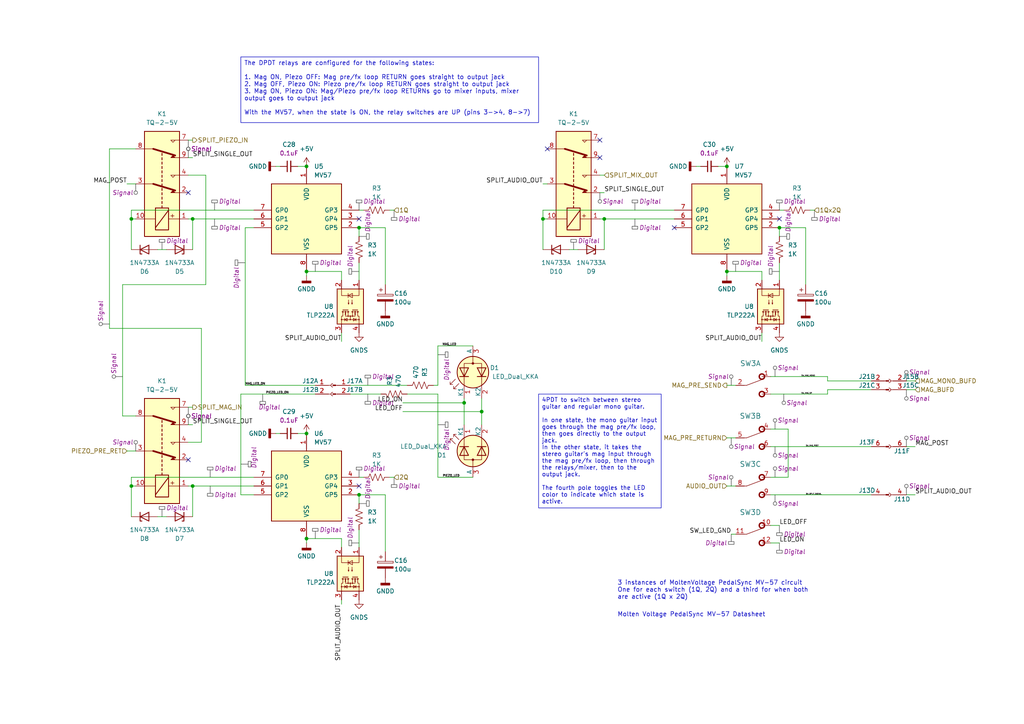
<source format=kicad_sch>
(kicad_sch (version 20230121) (generator eeschema)

  (uuid fdc099f0-340e-4b33-b1dc-477ae37113ab)

  (paper "A4")

  (lib_symbols
    (symbol "4pdtblue_1:4PDTBLUE_1" (pin_names (offset 1.016)) (in_bom yes) (on_board yes)
      (property "Reference" "SW" (at -6.35 -0.7874 90)
        (effects (font (size 1.4986 1.4986)))
      )
      (property "Value" "4PDTBLUE" (at 0 0 0)
        (effects (font (size 1.27 1.27)) hide)
      )
      (property "Footprint" "PCM_4ms_Switch:4PDT_Blue" (at 0 0 0)
        (effects (font (size 1.27 1.27)) hide)
      )
      (property "Datasheet" "" (at 0 0 0)
        (effects (font (size 1.27 1.27)) hide)
      )
      (symbol "4PDTBLUE_1_1_0"
        (circle (center -2.54 2.54) (radius 0.762)
          (stroke (width 0.4064) (type solid))
          (fill (type none))
        )
        (polyline
          (pts
            (xy 0 -5.08)
            (xy 0 -1.905)
          )
          (stroke (width 0) (type solid))
          (fill (type none))
        )
        (polyline
          (pts
            (xy 0 -1.905)
            (xy -1.905 3.175)
          )
          (stroke (width 0) (type solid))
          (fill (type none))
        )
        (circle (center 2.54 2.54) (radius 0.762)
          (stroke (width 0.4064) (type solid))
          (fill (type none))
        )
        (pin passive line (at -2.54 5.08 270) (length 2.54)
          (name "A1" (effects (font (size 0 0))))
          (number "1" (effects (font (size 1.27 1.27))))
        )
        (pin passive line (at 0 -5.08 90) (length 2.54)
          (name "A2" (effects (font (size 0 0))))
          (number "2" (effects (font (size 1.27 1.27))))
        )
        (pin passive line (at 2.54 5.08 270) (length 2.54)
          (name "A3" (effects (font (size 0 0))))
          (number "3" (effects (font (size 1.27 1.27))))
        )
      )
      (symbol "4PDTBLUE_1_2_0"
        (circle (center -2.54 2.54) (radius 0.762)
          (stroke (width 0.4064) (type solid))
          (fill (type none))
        )
        (polyline
          (pts
            (xy 0 -5.08)
            (xy 0 -1.905)
          )
          (stroke (width 0) (type solid))
          (fill (type none))
        )
        (polyline
          (pts
            (xy 0 -1.905)
            (xy -1.905 3.175)
          )
          (stroke (width 0) (type solid))
          (fill (type none))
        )
        (circle (center 2.54 2.54) (radius 0.762)
          (stroke (width 0.4064) (type solid))
          (fill (type none))
        )
        (pin passive line (at -2.54 5.08 270) (length 2.54)
          (name "B1" (effects (font (size 0 0))))
          (number "4" (effects (font (size 1.27 1.27))))
        )
        (pin passive line (at 0 -5.08 90) (length 2.54)
          (name "B2" (effects (font (size 0 0))))
          (number "5" (effects (font (size 1.27 1.27))))
        )
        (pin passive line (at 2.54 5.08 270) (length 2.54)
          (name "B3" (effects (font (size 0 0))))
          (number "6" (effects (font (size 1.27 1.27))))
        )
      )
      (symbol "4PDTBLUE_1_3_0"
        (circle (center -2.54 2.54) (radius 0.762)
          (stroke (width 0.4064) (type solid))
          (fill (type none))
        )
        (polyline
          (pts
            (xy 0 -5.08)
            (xy 0 -1.905)
          )
          (stroke (width 0) (type solid))
          (fill (type none))
        )
        (polyline
          (pts
            (xy 0 -1.905)
            (xy -1.905 3.175)
          )
          (stroke (width 0) (type solid))
          (fill (type none))
        )
        (circle (center 2.54 2.54) (radius 0.762)
          (stroke (width 0.4064) (type solid))
          (fill (type none))
        )
        (pin passive line (at -2.54 5.08 270) (length 2.54)
          (name "C1" (effects (font (size 0 0))))
          (number "7" (effects (font (size 1.27 1.27))))
        )
        (pin passive line (at 0 -5.08 90) (length 2.54)
          (name "C2" (effects (font (size 0 0))))
          (number "8" (effects (font (size 1.27 1.27))))
        )
        (pin passive line (at 2.54 5.08 270) (length 2.54)
          (name "C3" (effects (font (size 0 0))))
          (number "9" (effects (font (size 1.27 1.27))))
        )
      )
      (symbol "4PDTBLUE_1_4_0"
        (circle (center -2.54 2.54) (radius 0.762)
          (stroke (width 0.4064) (type solid))
          (fill (type none))
        )
        (polyline
          (pts
            (xy 0 -5.08)
            (xy 0 -1.905)
          )
          (stroke (width 0) (type solid))
          (fill (type none))
        )
        (polyline
          (pts
            (xy 0 -1.905)
            (xy -1.905 3.175)
          )
          (stroke (width 0) (type solid))
          (fill (type none))
        )
        (circle (center 2.54 2.54) (radius 0.762)
          (stroke (width 0.4064) (type solid))
          (fill (type none))
        )
        (pin passive line (at -2.54 5.08 270) (length 2.54)
          (name "D1" (effects (font (size 0 0))))
          (number "10" (effects (font (size 1.27 1.27))))
        )
        (pin passive line (at 0 -5.08 90) (length 2.54)
          (name "D2" (effects (font (size 0 0))))
          (number "11" (effects (font (size 1.27 1.27))))
        )
        (pin passive line (at 2.54 5.08 270) (length 2.54)
          (name "D3" (effects (font (size 0 0))))
          (number "12" (effects (font (size 1.27 1.27))))
        )
      )
    )
    (symbol "CustomConnectors:Conn_01x03_Pin_SPLIT" (pin_names (offset 1.016) hide) (in_bom yes) (on_board yes)
      (property "Reference" "J" (at 0 2.54 0)
        (effects (font (size 1.27 1.27)))
      )
      (property "Value" "Conn_01x03_Pin" (at 0 -2.54 0)
        (effects (font (size 1.27 1.27)))
      )
      (property "Footprint" "" (at 0 0 0)
        (effects (font (size 1.27 1.27)) hide)
      )
      (property "Datasheet" "~" (at 0 0 0)
        (effects (font (size 1.27 1.27)) hide)
      )
      (property "ki_keywords" "connector" (at 0 0 0)
        (effects (font (size 1.27 1.27)) hide)
      )
      (property "ki_description" "Generic connector, single row, 01x03, script generated" (at 0 0 0)
        (effects (font (size 1.27 1.27)) hide)
      )
      (property "ki_fp_filters" "Connector*:*_1x??_*" (at 0 0 0)
        (effects (font (size 1.27 1.27)) hide)
      )
      (symbol "Conn_01x03_Pin_SPLIT_1_1"
        (polyline
          (pts
            (xy 1.27 0)
            (xy 0.8636 0)
          )
          (stroke (width 0.1524) (type default))
          (fill (type none))
        )
        (rectangle (start 0.8636 0.127) (end 0 -0.127)
          (stroke (width 0.1524) (type default))
          (fill (type outline))
        )
        (pin passive line (at 5.08 0 180) (length 3.81)
          (name "~" (effects (font (size 1.27 1.27))))
          (number "1" (effects (font (size 1.27 1.27))))
        )
      )
      (symbol "Conn_01x03_Pin_SPLIT_2_1"
        (polyline
          (pts
            (xy 1.27 0)
            (xy 0.8636 0)
          )
          (stroke (width 0.1524) (type default))
          (fill (type none))
        )
        (rectangle (start 0.8636 0.127) (end 0 -0.127)
          (stroke (width 0.1524) (type default))
          (fill (type outline))
        )
        (pin passive line (at 5.08 0 180) (length 3.81)
          (name "~" (effects (font (size 1.27 1.27))))
          (number "2" (effects (font (size 1.27 1.27))))
        )
      )
      (symbol "Conn_01x03_Pin_SPLIT_3_1"
        (polyline
          (pts
            (xy 1.27 0)
            (xy 0.8636 0)
          )
          (stroke (width 0.1524) (type default))
          (fill (type none))
        )
        (rectangle (start 0.8636 0.127) (end 0 -0.127)
          (stroke (width 0.1524) (type default))
          (fill (type outline))
        )
        (pin passive line (at 5.08 0 180) (length 3.81)
          (name "~" (effects (font (size 1.27 1.27))))
          (number "3" (effects (font (size 1.27 1.27))))
        )
      )
    )
    (symbol "CustomConnectors:Conn_01x03_Socket_SPLIT" (pin_names (offset 1.016) hide) (in_bom yes) (on_board yes)
      (property "Reference" "J" (at 0 2.54 0)
        (effects (font (size 1.27 1.27)))
      )
      (property "Value" "Conn_01x03_Socket" (at 0 -2.54 0)
        (effects (font (size 1.27 1.27)))
      )
      (property "Footprint" "" (at 0 0 0)
        (effects (font (size 1.27 1.27)) hide)
      )
      (property "Datasheet" "~" (at 0 0 0)
        (effects (font (size 1.27 1.27)) hide)
      )
      (property "ki_keywords" "connector" (at 0 0 0)
        (effects (font (size 1.27 1.27)) hide)
      )
      (property "ki_description" "Generic connector, single row, 01x03, script generated" (at 0 0 0)
        (effects (font (size 1.27 1.27)) hide)
      )
      (property "ki_fp_filters" "Connector*:*_1x??_*" (at 0 0 0)
        (effects (font (size 1.27 1.27)) hide)
      )
      (symbol "Conn_01x03_Socket_SPLIT_1_1"
        (polyline
          (pts
            (xy -1.27 0)
            (xy -0.508 0)
          )
          (stroke (width 0.1524) (type default))
          (fill (type none))
        )
        (arc (start 0 0.508) (mid -0.5058 0) (end 0 -0.508)
          (stroke (width 0.1524) (type default))
          (fill (type none))
        )
        (pin passive line (at -5.08 0 0) (length 3.81)
          (name "~" (effects (font (size 1.27 1.27))))
          (number "1" (effects (font (size 1.27 1.27))))
        )
      )
      (symbol "Conn_01x03_Socket_SPLIT_2_1"
        (polyline
          (pts
            (xy -1.27 0)
            (xy -0.508 0)
          )
          (stroke (width 0.1524) (type default))
          (fill (type none))
        )
        (arc (start 0 0.508) (mid -0.5058 0) (end 0 -0.508)
          (stroke (width 0.1524) (type default))
          (fill (type none))
        )
        (pin passive line (at -5.08 0 0) (length 3.81)
          (name "~" (effects (font (size 1.27 1.27))))
          (number "2" (effects (font (size 1.27 1.27))))
        )
      )
      (symbol "Conn_01x03_Socket_SPLIT_3_1"
        (polyline
          (pts
            (xy -1.27 0)
            (xy -0.508 0)
          )
          (stroke (width 0.1524) (type default))
          (fill (type none))
        )
        (arc (start 0 0.508) (mid -0.5058 0) (end 0 -0.508)
          (stroke (width 0.1524) (type default))
          (fill (type none))
        )
        (pin passive line (at -5.08 0 0) (length 3.81)
          (name "~" (effects (font (size 1.27 1.27))))
          (number "3" (effects (font (size 1.27 1.27))))
        )
      )
    )
    (symbol "CustomConnectors:Conn_01x06_Pin_SPLIT" (pin_names (offset 1.016) hide) (in_bom yes) (on_board yes)
      (property "Reference" "J" (at 0 2.54 0)
        (effects (font (size 1.27 1.27)))
      )
      (property "Value" "Conn_01x06_Pin" (at 0 -2.54 0)
        (effects (font (size 1.27 1.27)))
      )
      (property "Footprint" "" (at 0 0 0)
        (effects (font (size 1.27 1.27)) hide)
      )
      (property "Datasheet" "~" (at 0 0 0)
        (effects (font (size 1.27 1.27)) hide)
      )
      (property "ki_keywords" "connector" (at 0 0 0)
        (effects (font (size 1.27 1.27)) hide)
      )
      (property "ki_description" "Generic connector, single row, 01x06, script generated" (at 0 0 0)
        (effects (font (size 1.27 1.27)) hide)
      )
      (property "ki_fp_filters" "Connector*:*_1x??_*" (at 0 0 0)
        (effects (font (size 1.27 1.27)) hide)
      )
      (symbol "Conn_01x06_Pin_SPLIT_1_1"
        (polyline
          (pts
            (xy 1.27 0)
            (xy 0.8636 0)
          )
          (stroke (width 0.1524) (type default))
          (fill (type none))
        )
        (rectangle (start 0.8636 0.127) (end 0 -0.127)
          (stroke (width 0.1524) (type default))
          (fill (type outline))
        )
        (pin passive line (at 5.08 0 180) (length 3.81)
          (name "~" (effects (font (size 1.27 1.27))))
          (number "1" (effects (font (size 1.27 1.27))))
        )
      )
      (symbol "Conn_01x06_Pin_SPLIT_2_1"
        (polyline
          (pts
            (xy 1.27 0)
            (xy 0.8636 0)
          )
          (stroke (width 0.1524) (type default))
          (fill (type none))
        )
        (rectangle (start 0.8636 0.127) (end 0 -0.127)
          (stroke (width 0.1524) (type default))
          (fill (type outline))
        )
        (pin passive line (at 5.08 0 180) (length 3.81)
          (name "~" (effects (font (size 1.27 1.27))))
          (number "2" (effects (font (size 1.27 1.27))))
        )
      )
      (symbol "Conn_01x06_Pin_SPLIT_3_1"
        (polyline
          (pts
            (xy 1.27 0)
            (xy 0.8636 0)
          )
          (stroke (width 0.1524) (type default))
          (fill (type none))
        )
        (rectangle (start 0.8636 0.127) (end 0 -0.127)
          (stroke (width 0.1524) (type default))
          (fill (type outline))
        )
        (pin passive line (at 5.08 0 180) (length 3.81)
          (name "~" (effects (font (size 1.27 1.27))))
          (number "3" (effects (font (size 1.27 1.27))))
        )
      )
      (symbol "Conn_01x06_Pin_SPLIT_4_1"
        (polyline
          (pts
            (xy 1.27 0)
            (xy 0.8636 0)
          )
          (stroke (width 0.1524) (type default))
          (fill (type none))
        )
        (rectangle (start 0.8636 0.127) (end 0 -0.127)
          (stroke (width 0.1524) (type default))
          (fill (type outline))
        )
        (pin passive line (at 5.08 0 180) (length 3.81)
          (name "~" (effects (font (size 1.27 1.27))))
          (number "4" (effects (font (size 1.27 1.27))))
        )
      )
      (symbol "Conn_01x06_Pin_SPLIT_5_1"
        (polyline
          (pts
            (xy 1.27 0)
            (xy 0.8636 0)
          )
          (stroke (width 0.1524) (type default))
          (fill (type none))
        )
        (rectangle (start 0.8636 0.127) (end 0 -0.127)
          (stroke (width 0.1524) (type default))
          (fill (type outline))
        )
        (pin passive line (at 5.08 0 180) (length 3.81)
          (name "~" (effects (font (size 1.27 1.27))))
          (number "5" (effects (font (size 1.27 1.27))))
        )
      )
      (symbol "Conn_01x06_Pin_SPLIT_6_1"
        (polyline
          (pts
            (xy 1.27 0)
            (xy 0.8636 0)
          )
          (stroke (width 0.1524) (type default))
          (fill (type none))
        )
        (rectangle (start 0.8636 0.127) (end 0 -0.127)
          (stroke (width 0.1524) (type default))
          (fill (type outline))
        )
        (pin passive line (at 5.08 0 180) (length 3.81)
          (name "~" (effects (font (size 1.27 1.27))))
          (number "6" (effects (font (size 1.27 1.27))))
        )
      )
    )
    (symbol "CustomConnectors:Conn_01x06_Socket_SPLIT" (pin_names (offset 1.016) hide) (in_bom yes) (on_board yes)
      (property "Reference" "J" (at 0 2.54 0)
        (effects (font (size 1.27 1.27)))
      )
      (property "Value" "Conn_01x06_Socket" (at 0 -2.54 0)
        (effects (font (size 1.27 1.27)))
      )
      (property "Footprint" "" (at 0 0 0)
        (effects (font (size 1.27 1.27)) hide)
      )
      (property "Datasheet" "~" (at 0 0 0)
        (effects (font (size 1.27 1.27)) hide)
      )
      (property "ki_keywords" "connector" (at 0 0 0)
        (effects (font (size 1.27 1.27)) hide)
      )
      (property "ki_description" "Generic connector, single row, 01x06, script generated" (at 0 0 0)
        (effects (font (size 1.27 1.27)) hide)
      )
      (property "ki_fp_filters" "Connector*:*_1x??_*" (at 0 0 0)
        (effects (font (size 1.27 1.27)) hide)
      )
      (symbol "Conn_01x06_Socket_SPLIT_1_1"
        (polyline
          (pts
            (xy -1.27 0)
            (xy -0.508 0)
          )
          (stroke (width 0.1524) (type default))
          (fill (type none))
        )
        (arc (start 0 0.508) (mid -0.5058 0) (end 0 -0.508)
          (stroke (width 0.1524) (type default))
          (fill (type none))
        )
        (pin passive line (at -5.08 0 0) (length 3.81)
          (name "~" (effects (font (size 1.27 1.27))))
          (number "1" (effects (font (size 1.27 1.27))))
        )
      )
      (symbol "Conn_01x06_Socket_SPLIT_2_1"
        (polyline
          (pts
            (xy -1.27 0)
            (xy -0.508 0)
          )
          (stroke (width 0.1524) (type default))
          (fill (type none))
        )
        (arc (start 0 0.508) (mid -0.5058 0) (end 0 -0.508)
          (stroke (width 0.1524) (type default))
          (fill (type none))
        )
        (pin passive line (at -5.08 0 0) (length 3.81)
          (name "~" (effects (font (size 1.27 1.27))))
          (number "2" (effects (font (size 1.27 1.27))))
        )
      )
      (symbol "Conn_01x06_Socket_SPLIT_3_1"
        (polyline
          (pts
            (xy -1.27 0)
            (xy -0.508 0)
          )
          (stroke (width 0.1524) (type default))
          (fill (type none))
        )
        (arc (start 0 0.508) (mid -0.5058 0) (end 0 -0.508)
          (stroke (width 0.1524) (type default))
          (fill (type none))
        )
        (pin passive line (at -5.08 0 0) (length 3.81)
          (name "~" (effects (font (size 1.27 1.27))))
          (number "3" (effects (font (size 1.27 1.27))))
        )
      )
      (symbol "Conn_01x06_Socket_SPLIT_4_1"
        (polyline
          (pts
            (xy -1.27 0)
            (xy -0.508 0)
          )
          (stroke (width 0.1524) (type default))
          (fill (type none))
        )
        (arc (start 0 0.508) (mid -0.5058 0) (end 0 -0.508)
          (stroke (width 0.1524) (type default))
          (fill (type none))
        )
        (pin passive line (at -5.08 0 0) (length 3.81)
          (name "~" (effects (font (size 1.27 1.27))))
          (number "4" (effects (font (size 1.27 1.27))))
        )
      )
      (symbol "Conn_01x06_Socket_SPLIT_5_1"
        (polyline
          (pts
            (xy -1.27 0)
            (xy -0.508 0)
          )
          (stroke (width 0.1524) (type default))
          (fill (type none))
        )
        (arc (start 0 0.508) (mid -0.5058 0) (end 0 -0.508)
          (stroke (width 0.1524) (type default))
          (fill (type none))
        )
        (pin passive line (at -5.08 0 0) (length 3.81)
          (name "~" (effects (font (size 1.27 1.27))))
          (number "5" (effects (font (size 1.27 1.27))))
        )
      )
      (symbol "Conn_01x06_Socket_SPLIT_6_1"
        (polyline
          (pts
            (xy -1.27 0)
            (xy -0.508 0)
          )
          (stroke (width 0.1524) (type default))
          (fill (type none))
        )
        (arc (start 0 0.508) (mid -0.5058 0) (end 0 -0.508)
          (stroke (width 0.1524) (type default))
          (fill (type none))
        )
        (pin passive line (at -5.08 0 0) (length 3.81)
          (name "~" (effects (font (size 1.27 1.27))))
          (number "6" (effects (font (size 1.27 1.27))))
        )
      )
    )
    (symbol "CustomConnectors:Conn_01x07_Pin_SPLIT" (pin_names (offset 1.016) hide) (in_bom yes) (on_board yes)
      (property "Reference" "J" (at 0 2.54 0)
        (effects (font (size 1.27 1.27)))
      )
      (property "Value" "Conn_01x07_Pin" (at 0 -2.54 0)
        (effects (font (size 1.27 1.27)))
      )
      (property "Footprint" "" (at 0 0 0)
        (effects (font (size 1.27 1.27)) hide)
      )
      (property "Datasheet" "~" (at 0 0 0)
        (effects (font (size 1.27 1.27)) hide)
      )
      (property "ki_keywords" "connector" (at 0 0 0)
        (effects (font (size 1.27 1.27)) hide)
      )
      (property "ki_description" "Generic connector, single row, 01x06, script generated" (at 0 0 0)
        (effects (font (size 1.27 1.27)) hide)
      )
      (property "ki_fp_filters" "Connector*:*_1x??_*" (at 0 0 0)
        (effects (font (size 1.27 1.27)) hide)
      )
      (symbol "Conn_01x07_Pin_SPLIT_1_1"
        (polyline
          (pts
            (xy 1.27 0)
            (xy 0.8636 0)
          )
          (stroke (width 0.1524) (type default))
          (fill (type none))
        )
        (rectangle (start 0.8636 0.127) (end 0 -0.127)
          (stroke (width 0.1524) (type default))
          (fill (type outline))
        )
        (pin passive line (at 5.08 0 180) (length 3.81)
          (name "~" (effects (font (size 1.27 1.27))))
          (number "1" (effects (font (size 1.27 1.27))))
        )
      )
      (symbol "Conn_01x07_Pin_SPLIT_2_1"
        (polyline
          (pts
            (xy 1.27 0)
            (xy 0.8636 0)
          )
          (stroke (width 0.1524) (type default))
          (fill (type none))
        )
        (rectangle (start 0.8636 0.127) (end 0 -0.127)
          (stroke (width 0.1524) (type default))
          (fill (type outline))
        )
        (pin passive line (at 5.08 0 180) (length 3.81)
          (name "~" (effects (font (size 1.27 1.27))))
          (number "2" (effects (font (size 1.27 1.27))))
        )
      )
      (symbol "Conn_01x07_Pin_SPLIT_3_1"
        (polyline
          (pts
            (xy 1.27 0)
            (xy 0.8636 0)
          )
          (stroke (width 0.1524) (type default))
          (fill (type none))
        )
        (rectangle (start 0.8636 0.127) (end 0 -0.127)
          (stroke (width 0.1524) (type default))
          (fill (type outline))
        )
        (pin passive line (at 5.08 0 180) (length 3.81)
          (name "~" (effects (font (size 1.27 1.27))))
          (number "3" (effects (font (size 1.27 1.27))))
        )
      )
      (symbol "Conn_01x07_Pin_SPLIT_4_1"
        (polyline
          (pts
            (xy 1.27 0)
            (xy 0.8636 0)
          )
          (stroke (width 0.1524) (type default))
          (fill (type none))
        )
        (rectangle (start 0.8636 0.127) (end 0 -0.127)
          (stroke (width 0.1524) (type default))
          (fill (type outline))
        )
        (pin passive line (at 5.08 0 180) (length 3.81)
          (name "~" (effects (font (size 1.27 1.27))))
          (number "4" (effects (font (size 1.27 1.27))))
        )
      )
      (symbol "Conn_01x07_Pin_SPLIT_5_1"
        (polyline
          (pts
            (xy 1.27 0)
            (xy 0.8636 0)
          )
          (stroke (width 0.1524) (type default))
          (fill (type none))
        )
        (rectangle (start 0.8636 0.127) (end 0 -0.127)
          (stroke (width 0.1524) (type default))
          (fill (type outline))
        )
        (pin passive line (at 5.08 0 180) (length 3.81)
          (name "~" (effects (font (size 1.27 1.27))))
          (number "5" (effects (font (size 1.27 1.27))))
        )
      )
      (symbol "Conn_01x07_Pin_SPLIT_6_1"
        (polyline
          (pts
            (xy 1.27 0)
            (xy 0.8636 0)
          )
          (stroke (width 0.1524) (type default))
          (fill (type none))
        )
        (rectangle (start 0.8636 0.127) (end 0 -0.127)
          (stroke (width 0.1524) (type default))
          (fill (type outline))
        )
        (pin passive line (at 5.08 0 180) (length 3.81)
          (name "~" (effects (font (size 1.27 1.27))))
          (number "6" (effects (font (size 1.27 1.27))))
        )
      )
      (symbol "Conn_01x07_Pin_SPLIT_7_1"
        (polyline
          (pts
            (xy 1.27 0)
            (xy 0.8636 0)
          )
          (stroke (width 0.1524) (type default))
          (fill (type none))
        )
        (rectangle (start 0.8636 0.127) (end 0 -0.127)
          (stroke (width 0.1524) (type default))
          (fill (type outline))
        )
        (pin passive line (at 5.08 0 180) (length 3.81)
          (name "~" (effects (font (size 1.27 1.27))))
          (number "7" (effects (font (size 1.27 1.27))))
        )
      )
    )
    (symbol "CustomConnectors:Conn_01x07_Socket_SPLIT" (pin_names (offset 1.016) hide) (in_bom yes) (on_board yes)
      (property "Reference" "J" (at 0 2.54 0)
        (effects (font (size 1.27 1.27)))
      )
      (property "Value" "Conn_01x07_Socket" (at 0 -2.54 0)
        (effects (font (size 1.27 1.27)))
      )
      (property "Footprint" "" (at 0 0 0)
        (effects (font (size 1.27 1.27)) hide)
      )
      (property "Datasheet" "~" (at 0 0 0)
        (effects (font (size 1.27 1.27)) hide)
      )
      (property "ki_keywords" "connector" (at 0 0 0)
        (effects (font (size 1.27 1.27)) hide)
      )
      (property "ki_description" "Generic connector, single row, 01x06, script generated" (at 0 0 0)
        (effects (font (size 1.27 1.27)) hide)
      )
      (property "ki_fp_filters" "Connector*:*_1x??_*" (at 0 0 0)
        (effects (font (size 1.27 1.27)) hide)
      )
      (symbol "Conn_01x07_Socket_SPLIT_1_1"
        (polyline
          (pts
            (xy -1.27 0)
            (xy -0.508 0)
          )
          (stroke (width 0.1524) (type default))
          (fill (type none))
        )
        (arc (start 0 0.508) (mid -0.5058 0) (end 0 -0.508)
          (stroke (width 0.1524) (type default))
          (fill (type none))
        )
        (pin passive line (at -5.08 0 0) (length 3.81)
          (name "~" (effects (font (size 1.27 1.27))))
          (number "1" (effects (font (size 1.27 1.27))))
        )
      )
      (symbol "Conn_01x07_Socket_SPLIT_2_1"
        (polyline
          (pts
            (xy -1.27 0)
            (xy -0.508 0)
          )
          (stroke (width 0.1524) (type default))
          (fill (type none))
        )
        (arc (start 0 0.508) (mid -0.5058 0) (end 0 -0.508)
          (stroke (width 0.1524) (type default))
          (fill (type none))
        )
        (pin passive line (at -5.08 0 0) (length 3.81)
          (name "~" (effects (font (size 1.27 1.27))))
          (number "2" (effects (font (size 1.27 1.27))))
        )
      )
      (symbol "Conn_01x07_Socket_SPLIT_3_1"
        (polyline
          (pts
            (xy -1.27 0)
            (xy -0.508 0)
          )
          (stroke (width 0.1524) (type default))
          (fill (type none))
        )
        (arc (start 0 0.508) (mid -0.5058 0) (end 0 -0.508)
          (stroke (width 0.1524) (type default))
          (fill (type none))
        )
        (pin passive line (at -5.08 0 0) (length 3.81)
          (name "~" (effects (font (size 1.27 1.27))))
          (number "3" (effects (font (size 1.27 1.27))))
        )
      )
      (symbol "Conn_01x07_Socket_SPLIT_4_1"
        (polyline
          (pts
            (xy -1.27 0)
            (xy -0.508 0)
          )
          (stroke (width 0.1524) (type default))
          (fill (type none))
        )
        (arc (start 0 0.508) (mid -0.5058 0) (end 0 -0.508)
          (stroke (width 0.1524) (type default))
          (fill (type none))
        )
        (pin passive line (at -5.08 0 0) (length 3.81)
          (name "~" (effects (font (size 1.27 1.27))))
          (number "4" (effects (font (size 1.27 1.27))))
        )
      )
      (symbol "Conn_01x07_Socket_SPLIT_5_1"
        (polyline
          (pts
            (xy -1.27 0)
            (xy -0.508 0)
          )
          (stroke (width 0.1524) (type default))
          (fill (type none))
        )
        (arc (start 0 0.508) (mid -0.5058 0) (end 0 -0.508)
          (stroke (width 0.1524) (type default))
          (fill (type none))
        )
        (pin passive line (at -5.08 0 0) (length 3.81)
          (name "~" (effects (font (size 1.27 1.27))))
          (number "5" (effects (font (size 1.27 1.27))))
        )
      )
      (symbol "Conn_01x07_Socket_SPLIT_6_1"
        (polyline
          (pts
            (xy -1.27 0)
            (xy -0.508 0)
          )
          (stroke (width 0.1524) (type default))
          (fill (type none))
        )
        (arc (start 0 0.508) (mid -0.5058 0) (end 0 -0.508)
          (stroke (width 0.1524) (type default))
          (fill (type none))
        )
        (pin passive line (at -5.08 0 0) (length 3.81)
          (name "~" (effects (font (size 1.27 1.27))))
          (number "6" (effects (font (size 1.27 1.27))))
        )
      )
      (symbol "Conn_01x07_Socket_SPLIT_7_1"
        (polyline
          (pts
            (xy -1.27 0)
            (xy -0.508 0)
          )
          (stroke (width 0.1524) (type default))
          (fill (type none))
        )
        (arc (start 0 0.508) (mid -0.5058 0) (end 0 -0.508)
          (stroke (width 0.1524) (type default))
          (fill (type none))
        )
        (pin passive line (at -5.08 0 0) (length 3.81)
          (name "~" (effects (font (size 1.27 1.27))))
          (number "7" (effects (font (size 1.27 1.27))))
        )
      )
    )
    (symbol "Device:C_Polarized" (pin_numbers hide) (pin_names (offset 0.254)) (in_bom yes) (on_board yes)
      (property "Reference" "C" (at 0.635 2.54 0)
        (effects (font (size 1.27 1.27)) (justify left))
      )
      (property "Value" "C_Polarized" (at 0.635 -2.54 0)
        (effects (font (size 1.27 1.27)) (justify left))
      )
      (property "Footprint" "" (at 0.9652 -3.81 0)
        (effects (font (size 1.27 1.27)) hide)
      )
      (property "Datasheet" "~" (at 0 0 0)
        (effects (font (size 1.27 1.27)) hide)
      )
      (property "ki_keywords" "cap capacitor" (at 0 0 0)
        (effects (font (size 1.27 1.27)) hide)
      )
      (property "ki_description" "Polarized capacitor" (at 0 0 0)
        (effects (font (size 1.27 1.27)) hide)
      )
      (property "ki_fp_filters" "CP_*" (at 0 0 0)
        (effects (font (size 1.27 1.27)) hide)
      )
      (symbol "C_Polarized_0_1"
        (rectangle (start -2.286 0.508) (end 2.286 1.016)
          (stroke (width 0) (type default))
          (fill (type none))
        )
        (polyline
          (pts
            (xy -1.778 2.286)
            (xy -0.762 2.286)
          )
          (stroke (width 0) (type default))
          (fill (type none))
        )
        (polyline
          (pts
            (xy -1.27 2.794)
            (xy -1.27 1.778)
          )
          (stroke (width 0) (type default))
          (fill (type none))
        )
        (rectangle (start 2.286 -0.508) (end -2.286 -1.016)
          (stroke (width 0) (type default))
          (fill (type outline))
        )
      )
      (symbol "C_Polarized_1_1"
        (pin passive line (at 0 3.81 270) (length 2.794)
          (name "~" (effects (font (size 1.27 1.27))))
          (number "1" (effects (font (size 1.27 1.27))))
        )
        (pin passive line (at 0 -3.81 90) (length 2.794)
          (name "~" (effects (font (size 1.27 1.27))))
          (number "2" (effects (font (size 1.27 1.27))))
        )
      )
    )
    (symbol "Device:LED_Dual_KKA" (pin_names (offset 0)) (in_bom yes) (on_board yes)
      (property "Reference" "D" (at 0 5.715 0)
        (effects (font (size 1.27 1.27)))
      )
      (property "Value" "LED_Dual_KKA" (at 0 -6.35 0)
        (effects (font (size 1.27 1.27)))
      )
      (property "Footprint" "" (at 1.27 0 0)
        (effects (font (size 1.27 1.27)) hide)
      )
      (property "Datasheet" "~" (at 1.27 0 0)
        (effects (font (size 1.27 1.27)) hide)
      )
      (property "ki_keywords" "LED diode bicolor dual" (at 0 0 0)
        (effects (font (size 1.27 1.27)) hide)
      )
      (property "ki_description" "Dual LED, common anode on pin 3" (at 0 0 0)
        (effects (font (size 1.27 1.27)) hide)
      )
      (property "ki_fp_filters" "LED* LED_SMD:* LED_THT:*" (at 0 0 0)
        (effects (font (size 1.27 1.27)) hide)
      )
      (symbol "LED_Dual_KKA_0_1"
        (circle (center -2.54 0) (radius 0.2794)
          (stroke (width 0) (type default))
          (fill (type outline))
        )
        (polyline
          (pts
            (xy -4.572 0)
            (xy -2.54 0)
          )
          (stroke (width 0) (type default))
          (fill (type none))
        )
        (polyline
          (pts
            (xy 1.27 -1.27)
            (xy 1.27 -3.81)
          )
          (stroke (width 0.254) (type default))
          (fill (type none))
        )
        (polyline
          (pts
            (xy 1.27 3.81)
            (xy 1.27 1.27)
          )
          (stroke (width 0.254) (type default))
          (fill (type none))
        )
        (polyline
          (pts
            (xy 3.81 -2.54)
            (xy 1.905 -2.54)
          )
          (stroke (width 0) (type default))
          (fill (type none))
        )
        (polyline
          (pts
            (xy 3.81 2.54)
            (xy 1.905 2.54)
          )
          (stroke (width 0) (type default))
          (fill (type none))
        )
        (polyline
          (pts
            (xy -1.27 -1.27)
            (xy -1.27 -3.81)
            (xy 1.27 -2.54)
            (xy -1.27 -1.27)
          )
          (stroke (width 0.254) (type default))
          (fill (type none))
        )
        (polyline
          (pts
            (xy -1.27 3.81)
            (xy -1.27 1.27)
            (xy 1.27 2.54)
            (xy -1.27 3.81)
          )
          (stroke (width 0.254) (type default))
          (fill (type none))
        )
        (polyline
          (pts
            (xy 2.032 2.54)
            (xy -2.54 2.54)
            (xy -2.54 -2.54)
            (xy 2.032 -2.54)
          )
          (stroke (width 0) (type default))
          (fill (type none))
        )
        (polyline
          (pts
            (xy 2.032 5.08)
            (xy 3.556 6.604)
            (xy 2.794 6.604)
            (xy 3.556 6.604)
            (xy 3.556 5.842)
          )
          (stroke (width 0) (type default))
          (fill (type none))
        )
        (polyline
          (pts
            (xy 3.302 4.064)
            (xy 4.826 5.588)
            (xy 4.064 5.588)
            (xy 4.826 5.588)
            (xy 4.826 4.826)
          )
          (stroke (width 0) (type default))
          (fill (type none))
        )
        (circle (center 0 0) (radius 4.572)
          (stroke (width 0.254) (type default))
          (fill (type background))
        )
      )
      (symbol "LED_Dual_KKA_1_1"
        (pin input line (at 7.62 2.54 180) (length 3.81)
          (name "K1" (effects (font (size 1.27 1.27))))
          (number "1" (effects (font (size 1.27 1.27))))
        )
        (pin input line (at 7.62 -2.54 180) (length 3.81)
          (name "K2" (effects (font (size 1.27 1.27))))
          (number "2" (effects (font (size 1.27 1.27))))
        )
        (pin input line (at -7.62 0 0) (length 3.048)
          (name "A" (effects (font (size 1.27 1.27))))
          (number "3" (effects (font (size 1.27 1.27))))
        )
      )
    )
    (symbol "Device:R_US" (pin_numbers hide) (pin_names (offset 0)) (in_bom yes) (on_board yes)
      (property "Reference" "R" (at 2.54 0 90)
        (effects (font (size 1.27 1.27)))
      )
      (property "Value" "R_US" (at -2.54 0 90)
        (effects (font (size 1.27 1.27)))
      )
      (property "Footprint" "" (at 1.016 -0.254 90)
        (effects (font (size 1.27 1.27)) hide)
      )
      (property "Datasheet" "~" (at 0 0 0)
        (effects (font (size 1.27 1.27)) hide)
      )
      (property "ki_keywords" "R res resistor" (at 0 0 0)
        (effects (font (size 1.27 1.27)) hide)
      )
      (property "ki_description" "Resistor, US symbol" (at 0 0 0)
        (effects (font (size 1.27 1.27)) hide)
      )
      (property "ki_fp_filters" "R_*" (at 0 0 0)
        (effects (font (size 1.27 1.27)) hide)
      )
      (symbol "R_US_0_1"
        (polyline
          (pts
            (xy 0 -2.286)
            (xy 0 -2.54)
          )
          (stroke (width 0) (type default))
          (fill (type none))
        )
        (polyline
          (pts
            (xy 0 2.286)
            (xy 0 2.54)
          )
          (stroke (width 0) (type default))
          (fill (type none))
        )
        (polyline
          (pts
            (xy 0 -0.762)
            (xy 1.016 -1.143)
            (xy 0 -1.524)
            (xy -1.016 -1.905)
            (xy 0 -2.286)
          )
          (stroke (width 0) (type default))
          (fill (type none))
        )
        (polyline
          (pts
            (xy 0 0.762)
            (xy 1.016 0.381)
            (xy 0 0)
            (xy -1.016 -0.381)
            (xy 0 -0.762)
          )
          (stroke (width 0) (type default))
          (fill (type none))
        )
        (polyline
          (pts
            (xy 0 2.286)
            (xy 1.016 1.905)
            (xy 0 1.524)
            (xy -1.016 1.143)
            (xy 0 0.762)
          )
          (stroke (width 0) (type default))
          (fill (type none))
        )
      )
      (symbol "R_US_1_1"
        (pin passive line (at 0 3.81 270) (length 1.27)
          (name "~" (effects (font (size 1.27 1.27))))
          (number "1" (effects (font (size 1.27 1.27))))
        )
        (pin passive line (at 0 -3.81 90) (length 1.27)
          (name "~" (effects (font (size 1.27 1.27))))
          (number "2" (effects (font (size 1.27 1.27))))
        )
      )
    )
    (symbol "Diode:1N47xxA" (pin_numbers hide) (pin_names hide) (in_bom yes) (on_board yes)
      (property "Reference" "D" (at 0 2.54 0)
        (effects (font (size 1.27 1.27)))
      )
      (property "Value" "1N47xxA" (at 0 -2.54 0)
        (effects (font (size 1.27 1.27)))
      )
      (property "Footprint" "Diode_THT:D_DO-41_SOD81_P10.16mm_Horizontal" (at 0 -4.445 0)
        (effects (font (size 1.27 1.27)) hide)
      )
      (property "Datasheet" "https://www.vishay.com/docs/85816/1n4728a.pdf" (at 0 0 0)
        (effects (font (size 1.27 1.27)) hide)
      )
      (property "ki_keywords" "zener diode" (at 0 0 0)
        (effects (font (size 1.27 1.27)) hide)
      )
      (property "ki_description" "1300mW Silicon planar power Zener diodes, DO-41" (at 0 0 0)
        (effects (font (size 1.27 1.27)) hide)
      )
      (property "ki_fp_filters" "D*DO?41*" (at 0 0 0)
        (effects (font (size 1.27 1.27)) hide)
      )
      (symbol "1N47xxA_0_1"
        (polyline
          (pts
            (xy 1.27 0)
            (xy -1.27 0)
          )
          (stroke (width 0) (type default))
          (fill (type none))
        )
        (polyline
          (pts
            (xy -1.27 -1.27)
            (xy -1.27 1.27)
            (xy -0.762 1.27)
          )
          (stroke (width 0.254) (type default))
          (fill (type none))
        )
        (polyline
          (pts
            (xy 1.27 -1.27)
            (xy 1.27 1.27)
            (xy -1.27 0)
            (xy 1.27 -1.27)
          )
          (stroke (width 0.254) (type default))
          (fill (type none))
        )
      )
      (symbol "1N47xxA_1_1"
        (pin passive line (at -3.81 0 0) (length 2.54)
          (name "K" (effects (font (size 1.27 1.27))))
          (number "1" (effects (font (size 1.27 1.27))))
        )
        (pin passive line (at 3.81 0 180) (length 2.54)
          (name "A" (effects (font (size 1.27 1.27))))
          (number "2" (effects (font (size 1.27 1.27))))
        )
      )
    )
    (symbol "MCU_Microchip_PIC12:PIC12F675-IP" (pin_names (offset 1.016)) (in_bom yes) (on_board yes)
      (property "Reference" "U" (at 1.27 13.97 0)
        (effects (font (size 1.27 1.27)) (justify left))
      )
      (property "Value" "PIC12F675-IP" (at 1.27 11.43 0)
        (effects (font (size 1.27 1.27)) (justify left))
      )
      (property "Footprint" "Package_DIP:DIP-8_W7.62mm" (at 15.24 16.51 0)
        (effects (font (size 1.27 1.27)) hide)
      )
      (property "Datasheet" "http://ww1.microchip.com/downloads/en/DeviceDoc/41190G.pdf" (at 0 0 0)
        (effects (font (size 1.27 1.27)) hide)
      )
      (property "ki_keywords" "FLASH-Based 8-Bit CMOS Microcontroller" (at 0 0 0)
        (effects (font (size 1.27 1.27)) hide)
      )
      (property "ki_description" "1024W Flash, 64B SRAM, 128B EEPROM, PDIP8" (at 0 0 0)
        (effects (font (size 1.27 1.27)) hide)
      )
      (property "ki_fp_filters" "DIP*W7.62mm*" (at 0 0 0)
        (effects (font (size 1.27 1.27)) hide)
      )
      (symbol "PIC12F675-IP_0_1"
        (rectangle (start 10.16 -10.16) (end -10.16 10.16)
          (stroke (width 0.254) (type default))
          (fill (type background))
        )
      )
      (symbol "PIC12F675-IP_1_1"
        (pin power_in line (at 0 15.24 270) (length 5.08)
          (name "VDD" (effects (font (size 1.27 1.27))))
          (number "1" (effects (font (size 1.27 1.27))))
        )
        (pin bidirectional line (at 15.24 -2.54 180) (length 5.08)
          (name "GP5" (effects (font (size 1.27 1.27))))
          (number "2" (effects (font (size 1.27 1.27))))
        )
        (pin bidirectional line (at 15.24 0 180) (length 5.08)
          (name "GP4" (effects (font (size 1.27 1.27))))
          (number "3" (effects (font (size 1.27 1.27))))
        )
        (pin input line (at 15.24 2.54 180) (length 5.08)
          (name "GP3" (effects (font (size 1.27 1.27))))
          (number "4" (effects (font (size 1.27 1.27))))
        )
        (pin bidirectional line (at -15.24 -2.54 0) (length 5.08)
          (name "GP2" (effects (font (size 1.27 1.27))))
          (number "5" (effects (font (size 1.27 1.27))))
        )
        (pin bidirectional line (at -15.24 0 0) (length 5.08)
          (name "GP1" (effects (font (size 1.27 1.27))))
          (number "6" (effects (font (size 1.27 1.27))))
        )
        (pin bidirectional line (at -15.24 2.54 0) (length 5.08)
          (name "GP0" (effects (font (size 1.27 1.27))))
          (number "7" (effects (font (size 1.27 1.27))))
        )
        (pin power_in line (at 0 -15.24 90) (length 5.08)
          (name "VSS" (effects (font (size 1.27 1.27))))
          (number "8" (effects (font (size 1.27 1.27))))
        )
      )
    )
    (symbol "PCM_4ms_Capacitor:0.1uF_0603_16V" (pin_numbers hide) (pin_names (offset 0.254) hide) (in_bom yes) (on_board yes)
      (property "Reference" "C" (at 1.905 1.27 0)
        (effects (font (size 1.27 1.27)) (justify left))
      )
      (property "Value" "0.1uF_0603_16V" (at 0 3.81 0)
        (effects (font (size 1.27 1.27)) hide)
      )
      (property "Footprint" "4ms_Capacitor:C_0603" (at -2.54 -5.08 0)
        (effects (font (size 1.27 1.27)) (justify left) hide)
      )
      (property "Datasheet" "" (at 0 0 0)
        (effects (font (size 1.27 1.27)) hide)
      )
      (property "Specifications" "0.1uF, Min. 16V 10%, X7R or X5R or similar" (at -2.54 -7.874 0)
        (effects (font (size 1.27 1.27)) (justify left) hide)
      )
      (property "Manufacturer" "AVX Corporation" (at -2.54 -9.398 0)
        (effects (font (size 1.27 1.27)) (justify left) hide)
      )
      (property "Part Number" "0603YC104KAT2A" (at -2.54 -10.922 0)
        (effects (font (size 1.27 1.27)) (justify left) hide)
      )
      (property "Display" "0.1uF" (at 1.905 -1.27 0)
        (effects (font (size 1.27 1.27)) (justify left))
      )
      (property "JLCPCB ID" "C14663" (at 1.27 -12.7 0)
        (effects (font (size 1.27 1.27)) hide)
      )
      (property "ki_keywords" "100nF_0603_16V" (at 0 0 0)
        (effects (font (size 1.27 1.27)) hide)
      )
      (property "ki_description" "0.1uF, Min. 16V 10%, X7R or X5R or similar" (at 0 0 0)
        (effects (font (size 1.27 1.27)) hide)
      )
      (property "ki_fp_filters" "C_*" (at 0 0 0)
        (effects (font (size 1.27 1.27)) hide)
      )
      (symbol "0.1uF_0603_16V_0_1"
        (polyline
          (pts
            (xy -1.524 -0.508)
            (xy 1.524 -0.508)
          )
          (stroke (width 0.3302) (type default))
          (fill (type none))
        )
        (polyline
          (pts
            (xy -1.524 0.508)
            (xy 1.524 0.508)
          )
          (stroke (width 0.3048) (type default))
          (fill (type none))
        )
      )
      (symbol "0.1uF_0603_16V_1_1"
        (pin passive line (at 0 2.54 270) (length 2.032)
          (name "~" (effects (font (size 1.27 1.27))))
          (number "1" (effects (font (size 1.27 1.27))))
        )
        (pin passive line (at 0 -2.54 90) (length 2.032)
          (name "~" (effects (font (size 1.27 1.27))))
          (number "2" (effects (font (size 1.27 1.27))))
        )
      )
    )
    (symbol "Relay:FRT5" (in_bom yes) (on_board yes)
      (property "Reference" "K" (at 16.51 3.81 0)
        (effects (font (size 1.27 1.27)) (justify left))
      )
      (property "Value" "FRT5" (at 16.51 1.27 0)
        (effects (font (size 1.27 1.27)) (justify left))
      )
      (property "Footprint" "Relay_THT:Relay_DPDT_FRT5" (at 16.51 -1.27 0)
        (effects (font (size 1.27 1.27)) (justify left) hide)
      )
      (property "Datasheet" "https://www.elpro.org/de/index.php?controller=attachment&id_attachment=8663" (at 0 0 0)
        (effects (font (size 1.27 1.27)) hide)
      )
      (property "ki_keywords" "relay monostable" (at 0 0 0)
        (effects (font (size 1.27 1.27)) hide)
      )
      (property "ki_description" "FORWARD INDUSTRIAL, Miniature Dual Pole Relay, DIP-like package" (at 0 0 0)
        (effects (font (size 1.27 1.27)) hide)
      )
      (property "ki_fp_filters" "Relay*DPDT*FRT5*" (at 0 0 0)
        (effects (font (size 1.27 1.27)) hide)
      )
      (symbol "FRT5_0_0"
        (text "+" (at -9.271 2.921 0)
          (effects (font (size 1.27 1.27)))
        )
      )
      (symbol "FRT5_0_1"
        (rectangle (start -15.24 5.08) (end 15.24 -5.08)
          (stroke (width 0.254) (type default))
          (fill (type background))
        )
        (rectangle (start -13.335 1.905) (end -6.985 -1.905)
          (stroke (width 0.254) (type default))
          (fill (type none))
        )
        (polyline
          (pts
            (xy -12.7 -1.905)
            (xy -7.62 1.905)
          )
          (stroke (width 0.254) (type default))
          (fill (type none))
        )
        (polyline
          (pts
            (xy -10.16 -5.08)
            (xy -10.16 -1.905)
          )
          (stroke (width 0) (type default))
          (fill (type none))
        )
        (polyline
          (pts
            (xy -10.16 5.08)
            (xy -10.16 1.905)
          )
          (stroke (width 0) (type default))
          (fill (type none))
        )
        (polyline
          (pts
            (xy -6.985 0)
            (xy -6.35 0)
          )
          (stroke (width 0.254) (type default))
          (fill (type none))
        )
        (polyline
          (pts
            (xy -5.715 0)
            (xy -5.08 0)
          )
          (stroke (width 0.254) (type default))
          (fill (type none))
        )
        (polyline
          (pts
            (xy -4.445 0)
            (xy -3.81 0)
          )
          (stroke (width 0.254) (type default))
          (fill (type none))
        )
        (polyline
          (pts
            (xy -3.175 0)
            (xy -2.54 0)
          )
          (stroke (width 0.254) (type default))
          (fill (type none))
        )
        (polyline
          (pts
            (xy -1.905 0)
            (xy -1.27 0)
          )
          (stroke (width 0.254) (type default))
          (fill (type none))
        )
        (polyline
          (pts
            (xy -0.635 0)
            (xy 0 0)
          )
          (stroke (width 0.254) (type default))
          (fill (type none))
        )
        (polyline
          (pts
            (xy 0 -2.54)
            (xy -1.905 3.81)
          )
          (stroke (width 0.508) (type default))
          (fill (type none))
        )
        (polyline
          (pts
            (xy 0 -2.54)
            (xy 0 -5.08)
          )
          (stroke (width 0) (type default))
          (fill (type none))
        )
        (polyline
          (pts
            (xy 0.635 0)
            (xy 1.27 0)
          )
          (stroke (width 0.254) (type default))
          (fill (type none))
        )
        (polyline
          (pts
            (xy 1.905 0)
            (xy 2.54 0)
          )
          (stroke (width 0.254) (type default))
          (fill (type none))
        )
        (polyline
          (pts
            (xy 3.175 0)
            (xy 3.81 0)
          )
          (stroke (width 0.254) (type default))
          (fill (type none))
        )
        (polyline
          (pts
            (xy 4.445 0)
            (xy 5.08 0)
          )
          (stroke (width 0.254) (type default))
          (fill (type none))
        )
        (polyline
          (pts
            (xy 5.715 0)
            (xy 6.35 0)
          )
          (stroke (width 0.254) (type default))
          (fill (type none))
        )
        (polyline
          (pts
            (xy 6.985 0)
            (xy 7.62 0)
          )
          (stroke (width 0.254) (type default))
          (fill (type none))
        )
        (polyline
          (pts
            (xy 8.255 0)
            (xy 8.89 0)
          )
          (stroke (width 0.254) (type default))
          (fill (type none))
        )
        (polyline
          (pts
            (xy 10.16 -2.54)
            (xy 8.255 3.81)
          )
          (stroke (width 0.508) (type default))
          (fill (type none))
        )
        (polyline
          (pts
            (xy 10.16 -2.54)
            (xy 10.16 -5.08)
          )
          (stroke (width 0) (type default))
          (fill (type none))
        )
        (polyline
          (pts
            (xy -2.54 5.08)
            (xy -2.54 2.54)
            (xy -1.905 3.175)
            (xy -2.54 3.81)
          )
          (stroke (width 0) (type default))
          (fill (type outline))
        )
        (polyline
          (pts
            (xy 2.54 5.08)
            (xy 2.54 2.54)
            (xy 1.905 3.175)
            (xy 2.54 3.81)
          )
          (stroke (width 0) (type default))
          (fill (type none))
        )
        (polyline
          (pts
            (xy 7.62 5.08)
            (xy 7.62 2.54)
            (xy 8.255 3.175)
            (xy 7.62 3.81)
          )
          (stroke (width 0) (type default))
          (fill (type outline))
        )
        (polyline
          (pts
            (xy 12.7 5.08)
            (xy 12.7 2.54)
            (xy 12.065 3.175)
            (xy 12.7 3.81)
          )
          (stroke (width 0) (type default))
          (fill (type none))
        )
      )
      (symbol "FRT5_1_1"
        (pin passive line (at -10.16 7.62 270) (length 2.54)
          (name "~" (effects (font (size 1.27 1.27))))
          (number "1" (effects (font (size 1.27 1.27))))
        )
        (pin passive line (at -10.16 -7.62 90) (length 2.54)
          (name "~" (effects (font (size 1.27 1.27))))
          (number "10" (effects (font (size 1.27 1.27))))
        )
        (pin passive line (at -2.54 7.62 270) (length 2.54)
          (name "~" (effects (font (size 1.27 1.27))))
          (number "2" (effects (font (size 1.27 1.27))))
        )
        (pin passive line (at 0 -7.62 90) (length 2.54)
          (name "~" (effects (font (size 1.27 1.27))))
          (number "3" (effects (font (size 1.27 1.27))))
        )
        (pin passive line (at 2.54 7.62 270) (length 2.54)
          (name "~" (effects (font (size 1.27 1.27))))
          (number "4" (effects (font (size 1.27 1.27))))
        )
        (pin passive line (at 12.7 7.62 270) (length 2.54)
          (name "~" (effects (font (size 1.27 1.27))))
          (number "7" (effects (font (size 1.27 1.27))))
        )
        (pin passive line (at 10.16 -7.62 90) (length 2.54)
          (name "~" (effects (font (size 1.27 1.27))))
          (number "8" (effects (font (size 1.27 1.27))))
        )
        (pin passive line (at 7.62 7.62 270) (length 2.54)
          (name "~" (effects (font (size 1.27 1.27))))
          (number "9" (effects (font (size 1.27 1.27))))
        )
      )
    )
    (symbol "Relay_SolidState:TLP222A" (in_bom yes) (on_board yes)
      (property "Reference" "U" (at -5.08 5.08 0)
        (effects (font (size 1.27 1.27)) (justify left))
      )
      (property "Value" "TLP222A" (at 0 5.08 0)
        (effects (font (size 1.27 1.27)) (justify left))
      )
      (property "Footprint" "Package_DIP:DIP-4_W7.62mm" (at -5.08 -5.08 0)
        (effects (font (size 1.27 1.27) italic) (justify left) hide)
      )
      (property "Datasheet" "https://toshiba.semicon-storage.com/info/docget.jsp?did=17036&prodName=TLP222A" (at 0 0 0)
        (effects (font (size 1.27 1.27)) (justify left) hide)
      )
      (property "ki_keywords" "MOSFET Output Photorelay 1-Form-A" (at 0 0 0)
        (effects (font (size 1.27 1.27)) hide)
      )
      (property "ki_description" "MOSFET Photorelay 1-Form-A, Voff 60V, Ion 0,5A, DIP4" (at 0 0 0)
        (effects (font (size 1.27 1.27)) hide)
      )
      (property "ki_fp_filters" "DIP*W7.62mm*" (at 0 0 0)
        (effects (font (size 1.27 1.27)) hide)
      )
      (symbol "TLP222A_0_1"
        (rectangle (start -5.08 3.81) (end 5.08 -3.81)
          (stroke (width 0.254) (type default))
          (fill (type background))
        )
        (polyline
          (pts
            (xy -3.81 -0.635)
            (xy -2.54 -0.635)
          )
          (stroke (width 0) (type default))
          (fill (type none))
        )
        (polyline
          (pts
            (xy 1.016 -0.635)
            (xy 1.016 -2.159)
          )
          (stroke (width 0.2032) (type default))
          (fill (type none))
        )
        (polyline
          (pts
            (xy 1.016 2.159)
            (xy 1.016 0.635)
          )
          (stroke (width 0.2032) (type default))
          (fill (type none))
        )
        (polyline
          (pts
            (xy 1.524 -0.508)
            (xy 1.524 -0.762)
          )
          (stroke (width 0.3556) (type default))
          (fill (type none))
        )
        (polyline
          (pts
            (xy 2.794 0)
            (xy 3.81 0)
          )
          (stroke (width 0) (type default))
          (fill (type none))
        )
        (polyline
          (pts
            (xy 3.429 -1.651)
            (xy 4.191 -1.651)
          )
          (stroke (width 0) (type default))
          (fill (type none))
        )
        (polyline
          (pts
            (xy 3.429 1.651)
            (xy 4.191 1.651)
          )
          (stroke (width 0) (type default))
          (fill (type none))
        )
        (polyline
          (pts
            (xy 3.81 -2.54)
            (xy 3.81 2.54)
          )
          (stroke (width 0) (type default))
          (fill (type none))
        )
        (polyline
          (pts
            (xy 1.524 -2.032)
            (xy 1.524 -2.286)
            (xy 1.524 -2.286)
          )
          (stroke (width 0.3556) (type default))
          (fill (type none))
        )
        (polyline
          (pts
            (xy 1.524 -1.27)
            (xy 1.524 -1.524)
            (xy 1.524 -1.524)
          )
          (stroke (width 0.3556) (type default))
          (fill (type none))
        )
        (polyline
          (pts
            (xy 1.524 0.762)
            (xy 1.524 0.508)
            (xy 1.524 0.508)
          )
          (stroke (width 0.3556) (type default))
          (fill (type none))
        )
        (polyline
          (pts
            (xy 1.524 1.524)
            (xy 1.524 1.27)
            (xy 1.524 1.27)
          )
          (stroke (width 0.3556) (type default))
          (fill (type none))
        )
        (polyline
          (pts
            (xy 1.524 2.286)
            (xy 1.524 2.032)
            (xy 1.524 2.032)
          )
          (stroke (width 0.3556) (type default))
          (fill (type none))
        )
        (polyline
          (pts
            (xy 1.651 -1.397)
            (xy 2.794 -1.397)
            (xy 2.794 -0.635)
          )
          (stroke (width 0) (type default))
          (fill (type none))
        )
        (polyline
          (pts
            (xy 1.651 1.397)
            (xy 2.794 1.397)
            (xy 2.794 0.635)
          )
          (stroke (width 0) (type default))
          (fill (type none))
        )
        (polyline
          (pts
            (xy -5.08 2.54)
            (xy -3.175 2.54)
            (xy -3.175 -2.54)
            (xy -5.08 -2.54)
          )
          (stroke (width 0) (type default))
          (fill (type none))
        )
        (polyline
          (pts
            (xy -3.175 -0.635)
            (xy -3.81 0.635)
            (xy -2.54 0.635)
            (xy -3.175 -0.635)
          )
          (stroke (width 0) (type default))
          (fill (type none))
        )
        (polyline
          (pts
            (xy 1.651 -2.159)
            (xy 2.794 -2.159)
            (xy 2.794 -2.54)
            (xy 5.08 -2.54)
          )
          (stroke (width 0) (type default))
          (fill (type none))
        )
        (polyline
          (pts
            (xy 1.651 -0.635)
            (xy 2.794 -0.635)
            (xy 2.794 0.635)
            (xy 1.651 0.635)
          )
          (stroke (width 0) (type default))
          (fill (type none))
        )
        (polyline
          (pts
            (xy 1.651 2.159)
            (xy 2.794 2.159)
            (xy 2.794 2.54)
            (xy 5.08 2.54)
          )
          (stroke (width 0) (type default))
          (fill (type none))
        )
        (polyline
          (pts
            (xy 1.778 -1.397)
            (xy 2.286 -1.27)
            (xy 2.286 -1.524)
            (xy 1.778 -1.397)
          )
          (stroke (width 0) (type default))
          (fill (type none))
        )
        (polyline
          (pts
            (xy 1.778 1.397)
            (xy 2.286 1.524)
            (xy 2.286 1.27)
            (xy 1.778 1.397)
          )
          (stroke (width 0) (type default))
          (fill (type none))
        )
        (polyline
          (pts
            (xy 3.81 -1.651)
            (xy 3.429 -0.889)
            (xy 4.191 -0.889)
            (xy 3.81 -1.651)
          )
          (stroke (width 0) (type default))
          (fill (type none))
        )
        (polyline
          (pts
            (xy 3.81 1.651)
            (xy 3.429 0.889)
            (xy 4.191 0.889)
            (xy 3.81 1.651)
          )
          (stroke (width 0) (type default))
          (fill (type none))
        )
        (polyline
          (pts
            (xy -1.905 -0.508)
            (xy -0.635 -0.508)
            (xy -1.016 -0.635)
            (xy -1.016 -0.381)
            (xy -0.635 -0.508)
          )
          (stroke (width 0) (type default))
          (fill (type none))
        )
        (polyline
          (pts
            (xy -1.905 0.508)
            (xy -0.635 0.508)
            (xy -1.016 0.381)
            (xy -1.016 0.635)
            (xy -0.635 0.508)
          )
          (stroke (width 0) (type default))
          (fill (type none))
        )
        (circle (center 2.794 -0.635) (radius 0.127)
          (stroke (width 0) (type default))
          (fill (type none))
        )
        (circle (center 2.794 0) (radius 0.127)
          (stroke (width 0) (type default))
          (fill (type none))
        )
        (circle (center 2.794 0.635) (radius 0.127)
          (stroke (width 0) (type default))
          (fill (type none))
        )
        (circle (center 3.81 -2.54) (radius 0.127)
          (stroke (width 0) (type default))
          (fill (type none))
        )
        (circle (center 3.81 0) (radius 0.127)
          (stroke (width 0) (type default))
          (fill (type none))
        )
        (circle (center 3.81 2.54) (radius 0.127)
          (stroke (width 0) (type default))
          (fill (type none))
        )
      )
      (symbol "TLP222A_1_1"
        (pin passive line (at -7.62 2.54 0) (length 2.54)
          (name "~" (effects (font (size 1.27 1.27))))
          (number "1" (effects (font (size 1.27 1.27))))
        )
        (pin passive line (at -7.62 -2.54 0) (length 2.54)
          (name "~" (effects (font (size 1.27 1.27))))
          (number "2" (effects (font (size 1.27 1.27))))
        )
        (pin passive line (at 7.62 -2.54 180) (length 2.54)
          (name "~" (effects (font (size 1.27 1.27))))
          (number "3" (effects (font (size 1.27 1.27))))
        )
        (pin passive line (at 7.62 2.54 180) (length 2.54)
          (name "~" (effects (font (size 1.27 1.27))))
          (number "4" (effects (font (size 1.27 1.27))))
        )
      )
    )
    (symbol "power:+5V" (power) (pin_names (offset 0)) (in_bom yes) (on_board yes)
      (property "Reference" "#PWR" (at 0 -3.81 0)
        (effects (font (size 1.27 1.27)) hide)
      )
      (property "Value" "+5V" (at 0 3.556 0)
        (effects (font (size 1.27 1.27)))
      )
      (property "Footprint" "" (at 0 0 0)
        (effects (font (size 1.27 1.27)) hide)
      )
      (property "Datasheet" "" (at 0 0 0)
        (effects (font (size 1.27 1.27)) hide)
      )
      (property "ki_keywords" "global power" (at 0 0 0)
        (effects (font (size 1.27 1.27)) hide)
      )
      (property "ki_description" "Power symbol creates a global label with name \"+5V\"" (at 0 0 0)
        (effects (font (size 1.27 1.27)) hide)
      )
      (symbol "+5V_0_1"
        (polyline
          (pts
            (xy -0.762 1.27)
            (xy 0 2.54)
          )
          (stroke (width 0) (type default))
          (fill (type none))
        )
        (polyline
          (pts
            (xy 0 0)
            (xy 0 2.54)
          )
          (stroke (width 0) (type default))
          (fill (type none))
        )
        (polyline
          (pts
            (xy 0 2.54)
            (xy 0.762 1.27)
          )
          (stroke (width 0) (type default))
          (fill (type none))
        )
      )
      (symbol "+5V_1_1"
        (pin power_in line (at 0 0 90) (length 0) hide
          (name "+5V" (effects (font (size 1.27 1.27))))
          (number "1" (effects (font (size 1.27 1.27))))
        )
      )
    )
    (symbol "power:GNDD" (power) (pin_names (offset 0)) (in_bom yes) (on_board yes)
      (property "Reference" "#PWR" (at 0 -6.35 0)
        (effects (font (size 1.27 1.27)) hide)
      )
      (property "Value" "GNDD" (at 0 -3.175 0)
        (effects (font (size 1.27 1.27)))
      )
      (property "Footprint" "" (at 0 0 0)
        (effects (font (size 1.27 1.27)) hide)
      )
      (property "Datasheet" "" (at 0 0 0)
        (effects (font (size 1.27 1.27)) hide)
      )
      (property "ki_keywords" "global power" (at 0 0 0)
        (effects (font (size 1.27 1.27)) hide)
      )
      (property "ki_description" "Power symbol creates a global label with name \"GNDD\" , digital ground" (at 0 0 0)
        (effects (font (size 1.27 1.27)) hide)
      )
      (symbol "GNDD_0_1"
        (rectangle (start -1.27 -1.524) (end 1.27 -2.032)
          (stroke (width 0.254) (type default))
          (fill (type outline))
        )
        (polyline
          (pts
            (xy 0 0)
            (xy 0 -1.524)
          )
          (stroke (width 0) (type default))
          (fill (type none))
        )
      )
      (symbol "GNDD_1_1"
        (pin power_in line (at 0 0 270) (length 0) hide
          (name "GNDD" (effects (font (size 1.27 1.27))))
          (number "1" (effects (font (size 1.27 1.27))))
        )
      )
    )
    (symbol "power:GNDS" (power) (pin_names (offset 0)) (in_bom yes) (on_board yes)
      (property "Reference" "#PWR" (at 0 -6.35 0)
        (effects (font (size 1.27 1.27)) hide)
      )
      (property "Value" "GNDS" (at 0 -3.81 0)
        (effects (font (size 1.27 1.27)))
      )
      (property "Footprint" "" (at 0 0 0)
        (effects (font (size 1.27 1.27)) hide)
      )
      (property "Datasheet" "" (at 0 0 0)
        (effects (font (size 1.27 1.27)) hide)
      )
      (property "ki_keywords" "global power" (at 0 0 0)
        (effects (font (size 1.27 1.27)) hide)
      )
      (property "ki_description" "Power symbol creates a global label with name \"GNDS\" , signal ground" (at 0 0 0)
        (effects (font (size 1.27 1.27)) hide)
      )
      (symbol "GNDS_0_1"
        (polyline
          (pts
            (xy 0 0)
            (xy 0 -1.27)
            (xy 1.27 -1.27)
            (xy 0 -2.54)
            (xy -1.27 -1.27)
            (xy 0 -1.27)
          )
          (stroke (width 0) (type default))
          (fill (type none))
        )
      )
      (symbol "GNDS_1_1"
        (pin power_in line (at 0 0 270) (length 0) hide
          (name "GNDS" (effects (font (size 1.27 1.27))))
          (number "1" (effects (font (size 1.27 1.27))))
        )
      )
    )
  )

  (junction (at 104.14 66.04) (diameter 0) (color 0 0 0 0)
    (uuid 04d06dfd-bef8-4066-96e7-3c830a761ced)
  )
  (junction (at 88.9 156.21) (diameter 0) (color 0 0 0 0)
    (uuid 10de58a8-530c-459f-88ad-9b859e343764)
  )
  (junction (at 210.82 78.74) (diameter 0) (color 0 0 0 0)
    (uuid 2c1180f6-d830-4dc8-8bbe-49ae35289066)
  )
  (junction (at 55.88 63.5) (diameter 0) (color 0 0 0 0)
    (uuid 340a01bc-02fa-4504-ad22-a2a7454e5870)
  )
  (junction (at 139.7 119.38) (diameter 0) (color 0 0 0 0)
    (uuid 43cd98d5-8d65-42bd-91b7-183d9ba62e77)
  )
  (junction (at 157.48 63.5) (diameter 0) (color 0 0 0 0)
    (uuid 44b2683a-e1e9-4b0e-b403-b5b8e937220d)
  )
  (junction (at 134.62 116.84) (diameter 0) (color 0 0 0 0)
    (uuid 5e60d1c7-dcab-4205-bf63-dd10d45b77ca)
  )
  (junction (at 88.9 125.73) (diameter 0) (color 0 0 0 0)
    (uuid 6114c7ff-263a-4059-beae-c4b79a156d14)
  )
  (junction (at 104.14 143.51) (diameter 0) (color 0 0 0 0)
    (uuid 6a059f7d-7a22-4282-ba78-24fc8bf811d1)
  )
  (junction (at 38.1 63.5) (diameter 0) (color 0 0 0 0)
    (uuid 73ebf516-0986-4912-ad3a-414dabe6a469)
  )
  (junction (at 175.26 63.5) (diameter 0) (color 0 0 0 0)
    (uuid 8d63a774-6192-4033-891e-af7b071dfdfc)
  )
  (junction (at 38.1 140.97) (diameter 0) (color 0 0 0 0)
    (uuid a3774387-ae50-48ce-ad57-93255b62f804)
  )
  (junction (at 88.9 48.26) (diameter 0) (color 0 0 0 0)
    (uuid e068d654-0cc8-4369-92c0-6471b3962874)
  )
  (junction (at 210.82 48.26) (diameter 0) (color 0 0 0 0)
    (uuid eca13e78-f74d-4c36-9bb3-06185d5864b0)
  )
  (junction (at 88.9 78.74) (diameter 0) (color 0 0 0 0)
    (uuid f4d77cee-2413-485b-bb5c-86d24dc32064)
  )
  (junction (at 55.88 140.97) (diameter 0) (color 0 0 0 0)
    (uuid f5fa58c1-da01-4f4e-ad57-aa7054e63041)
  )
  (junction (at 226.06 66.04) (diameter 0) (color 0 0 0 0)
    (uuid ffa1734a-c59f-4b97-a030-836949b1df85)
  )

  (no_connect (at 104.14 63.5) (uuid 26ef9a31-cc2a-4da3-97c3-b37e5904a743))
  (no_connect (at 54.61 133.35) (uuid 47199943-e1f5-4740-b577-77973958e1dd))
  (no_connect (at 195.58 66.04) (uuid 48b2f489-6d73-413d-9a9c-c867f3333365))
  (no_connect (at 173.99 40.64) (uuid 60236439-a1c2-40ce-bf36-ae8f70e61fee))
  (no_connect (at 173.99 45.72) (uuid 78666b5f-2710-4698-b718-ca6a06c94365))
  (no_connect (at 104.14 140.97) (uuid 7dbdc838-1efe-43bb-8ec8-9031a17957bf))
  (no_connect (at 158.75 43.18) (uuid 81118392-030c-4f34-be91-405320ad996a))
  (no_connect (at 226.06 63.5) (uuid cf5ac308-8cdb-476c-8426-39059e03f1e3))
  (no_connect (at 54.61 55.88) (uuid f54cdbb9-f3f0-42a0-90f6-3946ec834717))

  (wire (pts (xy 228.6 124.46) (xy 223.52 124.46))
    (stroke (width 0) (type default))
    (uuid 01b7163b-1c3a-4ce3-b24a-c868ba7d1be9)
  )
  (wire (pts (xy 118.11 114.3) (xy 127 114.3))
    (stroke (width 0) (type default))
    (uuid 01be930c-577e-4643-a989-7dec3fa850b4)
  )
  (wire (pts (xy 99.06 81.28) (xy 99.06 78.74))
    (stroke (width 0) (type default))
    (uuid 031d33f9-260c-444a-8c29-5dadf64472a2)
  )
  (wire (pts (xy 262.89 129.54) (xy 265.43 129.54))
    (stroke (width 0) (type default))
    (uuid 03816628-d97f-47ba-a167-319b86667494)
  )
  (wire (pts (xy 55.88 63.5) (xy 73.66 63.5))
    (stroke (width 0) (type default))
    (uuid 03c7a5e7-4a7b-41f2-909f-8274728422d3)
  )
  (wire (pts (xy 134.62 115.57) (xy 134.62 116.84))
    (stroke (width 0) (type default))
    (uuid 04c5068f-dbee-439d-bc42-de43b5e00753)
  )
  (wire (pts (xy 208.28 48.26) (xy 210.82 48.26))
    (stroke (width 0) (type default))
    (uuid 05e7c73a-e8bd-4d17-9af1-ee0bf24cd37f)
  )
  (wire (pts (xy 212.09 154.94) (xy 213.36 154.94))
    (stroke (width 0) (type default))
    (uuid 071a958f-a259-4069-95fc-f90905b55b7e)
  )
  (wire (pts (xy 101.6 114.3) (xy 110.49 114.3))
    (stroke (width 0) (type default))
    (uuid 0736e196-c68a-4b70-9f27-442f149e97f6)
  )
  (wire (pts (xy 139.7 119.38) (xy 116.84 119.38))
    (stroke (width 0) (type default))
    (uuid 09865a97-72dc-4e3c-8ee5-4386c38aa878)
  )
  (wire (pts (xy 134.62 116.84) (xy 116.84 116.84))
    (stroke (width 0) (type default))
    (uuid 1018cf52-d879-494a-9dc6-90b8803555be)
  )
  (wire (pts (xy 104.14 153.67) (xy 104.14 158.75))
    (stroke (width 0) (type default))
    (uuid 11b0ce6e-0ce9-4ff2-9299-122e39b6adff)
  )
  (wire (pts (xy 81.28 48.26) (xy 80.01 48.26))
    (stroke (width 0) (type default))
    (uuid 1858d41e-517a-4518-9b87-2b3cdab437ea)
  )
  (wire (pts (xy 55.88 140.97) (xy 73.66 140.97))
    (stroke (width 0) (type default))
    (uuid 19506b9a-38c4-4b21-9d5d-21952b2af409)
  )
  (wire (pts (xy 210.82 140.97) (xy 213.36 140.97))
    (stroke (width 0) (type default))
    (uuid 1a8c14fb-c929-463f-9dfd-073af20aaa1c)
  )
  (wire (pts (xy 99.06 99.06) (xy 99.06 96.52))
    (stroke (width 0) (type default))
    (uuid 1ce2ac57-8350-4101-9561-0cf0ec530917)
  )
  (wire (pts (xy 262.89 143.51) (xy 265.43 143.51))
    (stroke (width 0) (type default))
    (uuid 1f4a1ff6-a3ac-4855-911d-b639291c8d16)
  )
  (wire (pts (xy 240.03 114.3) (xy 240.03 113.03))
    (stroke (width 0) (type default))
    (uuid 20851714-1b98-4d73-971e-f53cd7199e9a)
  )
  (wire (pts (xy 157.48 53.34) (xy 158.75 53.34))
    (stroke (width 0) (type default))
    (uuid 243fbf62-42a8-499b-8264-20cf92f84f19)
  )
  (wire (pts (xy 157.48 72.39) (xy 157.48 63.5))
    (stroke (width 0) (type default))
    (uuid 24c0701f-0a21-4065-bbfc-f6af493dae1a)
  )
  (wire (pts (xy 210.82 127) (xy 213.36 127))
    (stroke (width 0) (type default))
    (uuid 2506f362-4557-45f8-8f0d-cebaa27dd018)
  )
  (wire (pts (xy 55.88 40.64) (xy 54.61 40.64))
    (stroke (width 0) (type default))
    (uuid 258d475d-4fad-45a2-b6fb-80a45a6b0dd3)
  )
  (wire (pts (xy 226.06 157.48) (xy 223.52 157.48))
    (stroke (width 0) (type default))
    (uuid 288b06c6-0007-4f14-8fdc-372d20f0264e)
  )
  (wire (pts (xy 111.76 143.51) (xy 111.76 160.02))
    (stroke (width 0) (type default))
    (uuid 2a4e4d90-446d-427a-8f45-96b5a22b373a)
  )
  (wire (pts (xy 175.26 63.5) (xy 195.58 63.5))
    (stroke (width 0) (type default))
    (uuid 2ab1c32d-487a-447a-983b-ca24b8dc6edb)
  )
  (wire (pts (xy 223.52 129.54) (xy 252.73 129.54))
    (stroke (width 0) (type default))
    (uuid 2d7242ff-9540-4ef1-86ec-f56f3d235109)
  )
  (wire (pts (xy 175.26 72.39) (xy 175.26 63.5))
    (stroke (width 0) (type default))
    (uuid 2e7e6aac-5a0a-4f96-b202-ebe361845c52)
  )
  (wire (pts (xy 265.43 113.03) (xy 262.89 113.03))
    (stroke (width 0) (type default))
    (uuid 2f70e414-8dae-4a8c-bc6e-e1f2b4e671bf)
  )
  (wire (pts (xy 38.1 149.86) (xy 38.1 140.97))
    (stroke (width 0) (type default))
    (uuid 32bea316-2627-4574-ab37-05843b1e4c6f)
  )
  (wire (pts (xy 81.28 125.73) (xy 80.01 125.73))
    (stroke (width 0) (type default))
    (uuid 34ae838e-e264-4008-8f25-b357ebbc4ed6)
  )
  (wire (pts (xy 73.66 138.43) (xy 38.1 138.43))
    (stroke (width 0) (type default))
    (uuid 3759fd45-4dce-4bd7-8dfc-b45f80f7207e)
  )
  (wire (pts (xy 233.68 66.04) (xy 226.06 66.04))
    (stroke (width 0) (type default))
    (uuid 3bbc5bce-07a1-4132-ab19-9345c39f7805)
  )
  (wire (pts (xy 55.88 140.97) (xy 54.61 140.97))
    (stroke (width 0) (type default))
    (uuid 3e7bdd42-6367-4106-9bf6-ac97863c541a)
  )
  (wire (pts (xy 167.64 72.39) (xy 165.1 72.39))
    (stroke (width 0) (type default))
    (uuid 446ec69b-c369-41a3-ad12-9c39fe0450ad)
  )
  (wire (pts (xy 48.26 149.86) (xy 45.72 149.86))
    (stroke (width 0) (type default))
    (uuid 481954d2-6b12-483d-9ca5-8f841fb0089c)
  )
  (wire (pts (xy 71.12 66.04) (xy 71.12 111.76))
    (stroke (width 0) (type default))
    (uuid 4ddff297-59bd-4bea-9ea3-fa52adede456)
  )
  (wire (pts (xy 127 138.43) (xy 137.16 138.43))
    (stroke (width 0) (type default))
    (uuid 5119579d-2f77-4ee2-9ada-ad40e1e44010)
  )
  (wire (pts (xy 105.41 138.43) (xy 104.14 138.43))
    (stroke (width 0) (type default))
    (uuid 5366ed30-5229-46a5-aa46-955fea70c1bb)
  )
  (wire (pts (xy 125.73 111.76) (xy 127 111.76))
    (stroke (width 0) (type default))
    (uuid 5946fbb5-289b-4592-ab1b-b4bbe0237bbd)
  )
  (wire (pts (xy 226.06 152.4) (xy 223.52 152.4))
    (stroke (width 0) (type default))
    (uuid 5b416a58-5345-46fb-aebc-797c3b06ef5a)
  )
  (wire (pts (xy 223.52 143.51) (xy 252.73 143.51))
    (stroke (width 0) (type default))
    (uuid 5ccf54d2-81d8-4881-9c7c-9111263c26a1)
  )
  (wire (pts (xy 220.98 78.74) (xy 210.82 78.74))
    (stroke (width 0) (type default))
    (uuid 60c44d35-37d5-4cd0-b4b3-f7b24d68f38e)
  )
  (wire (pts (xy 35.56 82.55) (xy 35.56 120.65))
    (stroke (width 0) (type default))
    (uuid 614cf66c-37fc-4bd3-8aa9-a0ecb5411800)
  )
  (wire (pts (xy 240.03 109.22) (xy 223.52 109.22))
    (stroke (width 0) (type default))
    (uuid 6332180c-6bb2-4315-ae82-593a6906ab1d)
  )
  (wire (pts (xy 223.52 114.3) (xy 240.03 114.3))
    (stroke (width 0) (type default))
    (uuid 64596fc0-72c9-4625-b844-63301fdc87d4)
  )
  (wire (pts (xy 69.85 114.3) (xy 91.44 114.3))
    (stroke (width 0) (type default))
    (uuid 6525ad74-0e01-470e-a2b5-1173f1fcad10)
  )
  (wire (pts (xy 203.2 48.26) (xy 201.93 48.26))
    (stroke (width 0) (type default))
    (uuid 66d85bd5-7a18-4163-9a5d-2fd869cfc42d)
  )
  (wire (pts (xy 175.26 50.8) (xy 173.99 50.8))
    (stroke (width 0) (type default))
    (uuid 672c8279-0061-4caf-b798-490caa98ad1e)
  )
  (wire (pts (xy 226.06 66.04) (xy 226.06 68.58))
    (stroke (width 0) (type default))
    (uuid 6a51f464-5c5d-4828-b1d1-1ef483c6f981)
  )
  (wire (pts (xy 139.7 115.57) (xy 139.7 119.38))
    (stroke (width 0) (type default))
    (uuid 6a9874d0-452f-41ee-9b74-16b33be65e71)
  )
  (wire (pts (xy 99.06 158.75) (xy 99.06 156.21))
    (stroke (width 0) (type default))
    (uuid 6e50029f-ba2e-47d8-8fab-a6ea697a6f91)
  )
  (wire (pts (xy 111.76 66.04) (xy 111.76 82.55))
    (stroke (width 0) (type default))
    (uuid 6ebd528d-244d-4266-810e-09ea751a9905)
  )
  (wire (pts (xy 55.88 149.86) (xy 55.88 140.97))
    (stroke (width 0) (type default))
    (uuid 703ea15c-f448-422f-9299-f4f40a020d68)
  )
  (wire (pts (xy 55.88 118.11) (xy 54.61 118.11))
    (stroke (width 0) (type default))
    (uuid 735a55c6-5d85-49bf-89b2-8da8779c3682)
  )
  (wire (pts (xy 59.69 50.8) (xy 54.61 50.8))
    (stroke (width 0) (type default))
    (uuid 752399e5-84bd-4286-9263-2ad5427c3b17)
  )
  (wire (pts (xy 38.1 138.43) (xy 38.1 140.97))
    (stroke (width 0) (type default))
    (uuid 768a9add-2df7-46c7-97ca-6672e66f6b93)
  )
  (wire (pts (xy 210.82 80.01) (xy 210.82 78.74))
    (stroke (width 0) (type default))
    (uuid 776179fc-f821-474a-853e-3282c46ab514)
  )
  (wire (pts (xy 71.12 111.76) (xy 91.44 111.76))
    (stroke (width 0) (type default))
    (uuid 779a2e85-c3b9-4dfa-987e-685e767bae01)
  )
  (wire (pts (xy 59.69 82.55) (xy 35.56 82.55))
    (stroke (width 0) (type default))
    (uuid 7ef67861-0162-45fd-b78b-cdd3aeac5d85)
  )
  (wire (pts (xy 59.69 50.8) (xy 59.69 82.55))
    (stroke (width 0) (type default))
    (uuid 811a2466-f5c2-42e5-961c-f180fae61dd1)
  )
  (wire (pts (xy 71.12 66.04) (xy 73.66 66.04))
    (stroke (width 0) (type default))
    (uuid 827ca227-d42e-477d-85df-73a9f8057e12)
  )
  (wire (pts (xy 220.98 81.28) (xy 220.98 78.74))
    (stroke (width 0) (type default))
    (uuid 834ecdaf-6ac8-4782-a315-4119b24e9186)
  )
  (wire (pts (xy 88.9 157.48) (xy 88.9 156.21))
    (stroke (width 0) (type default))
    (uuid 8569f5fb-57bb-4055-87ba-d4e4f269e139)
  )
  (wire (pts (xy 175.26 55.88) (xy 173.99 55.88))
    (stroke (width 0) (type default))
    (uuid 8a4d3537-64a8-42fe-9c20-b4c7fbc6fd59)
  )
  (wire (pts (xy 36.83 130.81) (xy 39.37 130.81))
    (stroke (width 0) (type default))
    (uuid 8e1f66e2-aa81-4726-a9d6-cd31fa527675)
  )
  (wire (pts (xy 114.3 138.43) (xy 113.03 138.43))
    (stroke (width 0) (type default))
    (uuid 8e4bee11-353d-4c14-a525-0be8aad3e897)
  )
  (wire (pts (xy 127 100.33) (xy 137.16 100.33))
    (stroke (width 0) (type default))
    (uuid 8faa1958-303a-4cba-8f0e-5bb4aea74522)
  )
  (wire (pts (xy 99.06 156.21) (xy 88.9 156.21))
    (stroke (width 0) (type default))
    (uuid 908e2535-8f5c-4130-bdd4-5711a5b8f3f6)
  )
  (wire (pts (xy 105.41 60.96) (xy 104.14 60.96))
    (stroke (width 0) (type default))
    (uuid 9519f590-0b83-494b-97fb-587351b17f70)
  )
  (wire (pts (xy 220.98 99.06) (xy 220.98 96.52))
    (stroke (width 0) (type default))
    (uuid 96b829a1-39e6-4779-b00b-6bbc54776227)
  )
  (wire (pts (xy 55.88 123.19) (xy 54.61 123.19))
    (stroke (width 0) (type default))
    (uuid 98a49056-8fbc-4957-b172-d748109e23a2)
  )
  (wire (pts (xy 38.1 72.39) (xy 38.1 63.5))
    (stroke (width 0) (type default))
    (uuid 9b74323b-b9d4-4a83-bd61-bd84db1beaf0)
  )
  (wire (pts (xy 86.36 125.73) (xy 88.9 125.73))
    (stroke (width 0) (type default))
    (uuid 9ba82d53-6d98-4265-88b5-dc2720f8451e)
  )
  (wire (pts (xy 111.76 143.51) (xy 104.14 143.51))
    (stroke (width 0) (type default))
    (uuid 9c7f1c13-216e-4b4a-a708-03ac82fb9e39)
  )
  (wire (pts (xy 36.83 53.34) (xy 39.37 53.34))
    (stroke (width 0) (type default))
    (uuid 9cc68490-0e6b-4e77-9f13-43f468288ce7)
  )
  (wire (pts (xy 38.1 60.96) (xy 73.66 60.96))
    (stroke (width 0) (type default))
    (uuid 9cd5ce5c-82db-4f9e-a084-381b0167002f)
  )
  (wire (pts (xy 240.03 113.03) (xy 252.73 113.03))
    (stroke (width 0) (type default))
    (uuid 9dcdf84b-e7c0-4f99-8c14-e2fd419605dd)
  )
  (wire (pts (xy 175.26 63.5) (xy 173.99 63.5))
    (stroke (width 0) (type default))
    (uuid a20824d0-fd0f-459f-87fa-b06da3627d28)
  )
  (wire (pts (xy 111.76 66.04) (xy 104.14 66.04))
    (stroke (width 0) (type default))
    (uuid a3cba22a-d3f7-4c4a-9bc4-b17755701a16)
  )
  (wire (pts (xy 58.42 128.27) (xy 58.42 95.25))
    (stroke (width 0) (type default))
    (uuid a6eba004-0883-4585-84b3-01befde17239)
  )
  (wire (pts (xy 226.06 76.2) (xy 226.06 81.28))
    (stroke (width 0) (type default))
    (uuid b2cf63cf-cce1-42f0-91a4-c4dabe9613bf)
  )
  (wire (pts (xy 38.1 63.5) (xy 39.37 63.5))
    (stroke (width 0) (type default))
    (uuid b347a9ec-006c-4229-9704-d8d9e660844f)
  )
  (wire (pts (xy 31.75 43.18) (xy 39.37 43.18))
    (stroke (width 0) (type default))
    (uuid b5f52b7d-02ee-4354-ac6d-a3fa2fd198ff)
  )
  (wire (pts (xy 104.14 66.04) (xy 104.14 68.58))
    (stroke (width 0) (type default))
    (uuid b7e4a66c-fa9f-4d82-9d26-aa9f12d26e97)
  )
  (wire (pts (xy 195.58 60.96) (xy 157.48 60.96))
    (stroke (width 0) (type default))
    (uuid b8a9ea9a-2d3a-40ff-8408-6176cb901fd1)
  )
  (wire (pts (xy 38.1 140.97) (xy 39.37 140.97))
    (stroke (width 0) (type default))
    (uuid b90e5800-1a9a-4822-a062-571f1dba1b88)
  )
  (wire (pts (xy 233.68 66.04) (xy 233.68 82.55))
    (stroke (width 0) (type default))
    (uuid bbdd58d1-3cea-4118-b643-9e2ffd74000f)
  )
  (wire (pts (xy 114.3 60.96) (xy 113.03 60.96))
    (stroke (width 0) (type default))
    (uuid bc17cd66-a3d0-450f-9d54-5402a8572456)
  )
  (wire (pts (xy 139.7 119.38) (xy 139.7 123.19))
    (stroke (width 0) (type default))
    (uuid bc9b31ca-5243-4088-8576-df813006701c)
  )
  (wire (pts (xy 31.75 95.25) (xy 31.75 43.18))
    (stroke (width 0) (type default))
    (uuid c3cdf652-c4f6-493b-8bfa-d0d46ee181be)
  )
  (wire (pts (xy 48.26 72.39) (xy 45.72 72.39))
    (stroke (width 0) (type default))
    (uuid c8781273-2601-4709-87fc-2930be8f9d82)
  )
  (wire (pts (xy 236.22 60.96) (xy 234.95 60.96))
    (stroke (width 0) (type default))
    (uuid c9848f3e-463b-4163-94bb-2aeb4809cf55)
  )
  (wire (pts (xy 101.6 111.76) (xy 118.11 111.76))
    (stroke (width 0) (type default))
    (uuid d0c66b26-d4e6-4edf-a924-097aa7c707e6)
  )
  (wire (pts (xy 55.88 72.39) (xy 55.88 63.5))
    (stroke (width 0) (type default))
    (uuid d1846936-3dfa-4028-bf46-c3a23935601d)
  )
  (wire (pts (xy 104.14 76.2) (xy 104.14 81.28))
    (stroke (width 0) (type default))
    (uuid d337752b-b0a4-4a06-a6e7-ff6e39a7ffaf)
  )
  (wire (pts (xy 54.61 128.27) (xy 58.42 128.27))
    (stroke (width 0) (type default))
    (uuid d44cba35-6a8f-45be-9301-3f5819991d95)
  )
  (wire (pts (xy 88.9 78.74) (xy 99.06 78.74))
    (stroke (width 0) (type default))
    (uuid d704c1e5-5f3a-4bf7-8a32-f6a5af716358)
  )
  (wire (pts (xy 127 111.76) (xy 127 100.33))
    (stroke (width 0) (type default))
    (uuid d78275d3-c2c3-4624-8ecf-e429b5e31fb9)
  )
  (wire (pts (xy 69.85 114.3) (xy 69.85 143.51))
    (stroke (width 0) (type default))
    (uuid df43e454-75e2-4a36-8ba0-14a3f765b0fc)
  )
  (wire (pts (xy 210.82 111.76) (xy 213.36 111.76))
    (stroke (width 0) (type default))
    (uuid e1d91d61-38dd-4ede-8390-3561e3844073)
  )
  (wire (pts (xy 69.85 143.51) (xy 73.66 143.51))
    (stroke (width 0) (type default))
    (uuid e4c548fc-1217-4a8b-bb29-ebc5b40defc4)
  )
  (wire (pts (xy 55.88 63.5) (xy 54.61 63.5))
    (stroke (width 0) (type default))
    (uuid e6c32275-cdde-4229-9de3-f1e2db9dbf3a)
  )
  (wire (pts (xy 58.42 95.25) (xy 31.75 95.25))
    (stroke (width 0) (type default))
    (uuid e7527803-67ab-4496-ba89-621be6a1150f)
  )
  (wire (pts (xy 240.03 110.49) (xy 252.73 110.49))
    (stroke (width 0) (type default))
    (uuid e7540a9d-36b3-4311-95d6-1d0eaad9786e)
  )
  (wire (pts (xy 134.62 116.84) (xy 134.62 123.19))
    (stroke (width 0) (type default))
    (uuid e850ac93-d63f-4f15-a7bc-36c59199151f)
  )
  (wire (pts (xy 55.88 45.72) (xy 54.61 45.72))
    (stroke (width 0) (type default))
    (uuid ea259881-ebf1-428a-a427-06942d3dbf40)
  )
  (wire (pts (xy 157.48 60.96) (xy 157.48 63.5))
    (stroke (width 0) (type default))
    (uuid ec2f5b26-2ce9-44a1-a98a-64298033eaee)
  )
  (wire (pts (xy 157.48 63.5) (xy 158.75 63.5))
    (stroke (width 0) (type default))
    (uuid edab1829-daab-4f25-b1cf-eac314628626)
  )
  (wire (pts (xy 88.9 80.01) (xy 88.9 78.74))
    (stroke (width 0) (type default))
    (uuid f2d35d31-dfa1-4a2a-8351-ba343521d80b)
  )
  (wire (pts (xy 86.36 48.26) (xy 88.9 48.26))
    (stroke (width 0) (type default))
    (uuid f3f48e18-bee9-4c73-81f1-9a0512255274)
  )
  (wire (pts (xy 223.52 138.43) (xy 228.6 138.43))
    (stroke (width 0) (type default))
    (uuid f4410c72-b586-4f1c-8f3a-2682cc4e034a)
  )
  (wire (pts (xy 99.06 175.26) (xy 99.06 173.99))
    (stroke (width 0) (type default))
    (uuid f57cf5fe-a4e7-4dd7-b2fe-b4ceb9cd550d)
  )
  (wire (pts (xy 127 114.3) (xy 127 138.43))
    (stroke (width 0) (type default))
    (uuid f5c20339-4ea5-45b2-9505-57e9d98d616a)
  )
  (wire (pts (xy 35.56 120.65) (xy 39.37 120.65))
    (stroke (width 0) (type default))
    (uuid f7030ef2-840e-4019-b481-469ede08b6f1)
  )
  (wire (pts (xy 38.1 60.96) (xy 38.1 63.5))
    (stroke (width 0) (type default))
    (uuid f9de598e-6801-4205-aa6d-da324968de5b)
  )
  (wire (pts (xy 226.06 60.96) (xy 227.33 60.96))
    (stroke (width 0) (type default))
    (uuid fa4e9a3c-3f9d-4787-8898-184b05fba97d)
  )
  (wire (pts (xy 104.14 143.51) (xy 104.14 146.05))
    (stroke (width 0) (type default))
    (uuid fad973ad-4abb-48f4-8ff2-a9228d872484)
  )
  (wire (pts (xy 240.03 110.49) (xy 240.03 109.22))
    (stroke (width 0) (type default))
    (uuid fb93952c-c6fd-4b8d-a107-d6bdd4d323c3)
  )
  (wire (pts (xy 228.6 138.43) (xy 228.6 124.46))
    (stroke (width 0) (type default))
    (uuid fd052fd5-f7d9-4189-a2a4-285367e01013)
  )
  (wire (pts (xy 265.43 110.49) (xy 262.89 110.49))
    (stroke (width 0) (type default))
    (uuid ff8e43a9-4881-42c5-9df1-fe21632a00f2)
  )

  (text_box "4PDT to switch between stereo guitar and regular mono guitar.\n\nIn one state, the mono guitar input goes through the mag pre/fx loop, then goes directly to the output jack.\nIn the other state, it takes the stereo guitar's mag input through the mag pre/fx loop, then through the relays/mixer, then to the output jack.\n\nThe fourth pole toggles the LED color to indicate which state is active."
    (at 156.21 114.3 0) (size 35.56 33.02)
    (stroke (width 0) (type default))
    (fill (type none))
    (effects (font (size 1.2192 1.2192)) (justify left top))
    (uuid b71aa43d-765d-4573-9dcb-530334813018)
  )
  (text_box "The DPDT relays are configured for the following states:\n\n1. Mag ON, Piezo OFF: Mag pre/fx loop RETURN goes straight to output jack\n2. Mag OFF, Piezo ON: Piezo pre/fx loop RETURN goes straight to output jack\n3. Mag ON, Piezo ON: Mag/Piezo pre/fx loop RETURNs go to mixer inputs, mixer output goes to output jack\n\nWith the MV57, when the state is ON, the relay switches are UP (pins 3->4, 8->7)"
    (at 69.85 16.51 0) (size 86.36 19.05)
    (stroke (width 0) (type default))
    (fill (type none))
    (effects (font (size 1.27 1.27)) (justify left top))
    (uuid d1944400-dea1-459e-afb0-48fe1ebddd52)
  )

  (text "3 instances of MoltenVoltage PedalSync MV-57 circuit\nOne for each switch (1Q, 2Q) and a third for when both\nare active (1Q x 2Q)"
    (at 179.07 173.99 0)
    (effects (font (size 1.27 1.27)) (justify left bottom))
    (uuid a51d823f-2690-4fc9-8d3a-d24bb52b237a)
  )
  (text "Molten Voltage PedalSync MV-57 Datasheet" (at 179.07 179.07 0)
    (effects (font (size 1.27 1.27)) (justify left bottom) (href "https://www.moltenvoltage.com/pedalsync/documentation/PedalSync_MV-57_MV-57B_Relay_Bypass_Datasheet.pdf"))
    (uuid fbcf092f-6250-439e-85cc-eaa046e26465)
  )

  (label "SPLIT_AUDIO_OUT" (at 220.98 99.06 180) (fields_autoplaced)
    (effects (font (size 1.27 1.27)) (justify right bottom))
    (uuid 02c74b9a-2c5d-4c70-a419-9ac270682973)
  )
  (label "SW_MAG_POST" (at 233.68 129.54 0) (fields_autoplaced)
    (effects (font (size 0.3556 0.3556)) (justify left bottom))
    (uuid 0882d152-37d8-4d85-a6f8-d6509dcd2225)
  )
  (label "SW_LED_GND" (at 212.09 154.94 180) (fields_autoplaced)
    (effects (font (size 1.27 1.27)) (justify right bottom))
    (uuid 1ee36e9a-8806-47ec-8d22-cbe5472c64a4)
  )
  (label "MAG_LED" (at 128.27 100.33 0) (fields_autoplaced)
    (effects (font (size 0.6096 0.6096)) (justify left bottom))
    (uuid 1fbca0f8-03e9-4170-a1e9-0d88cc3225c5)
  )
  (label "SW_MAG_SP" (at 232.41 114.3 0) (fields_autoplaced)
    (effects (font (size 0.3556 0.3556)) (justify left bottom))
    (uuid 2042b0dc-b398-4adb-8c49-387b6ea28556)
  )
  (label "SPLIT_AUDIO_OUT" (at 157.48 53.34 180) (fields_autoplaced)
    (effects (font (size 1.27 1.27)) (justify right bottom))
    (uuid 212cf219-5b9a-4642-b74a-ddd8ed4240ef)
  )
  (label "LED_ON" (at 116.84 116.84 180) (fields_autoplaced)
    (effects (font (size 1.27 1.27)) (justify right bottom))
    (uuid 283a3902-dac6-4545-8063-befe96c36fe9)
  )
  (label "MAG_POST" (at 36.83 53.34 180) (fields_autoplaced)
    (effects (font (size 1.27 1.27)) (justify right bottom))
    (uuid 34c94848-82e4-40e6-a65f-d4d9325c495a)
  )
  (label "MAG_POST" (at 265.43 129.54 0) (fields_autoplaced)
    (effects (font (size 1.27 1.27)) (justify left bottom))
    (uuid 3a5a14e0-f541-49db-a933-ed5cc5e921c3)
  )
  (label "SW_MAG_MONO" (at 232.41 109.22 0) (fields_autoplaced)
    (effects (font (size 0.3556 0.3556)) (justify left bottom))
    (uuid 3bcb40be-2b58-4726-95bd-ecbe872956b9)
  )
  (label "PIEZO_LED_ON" (at 83.82 114.3 180) (fields_autoplaced)
    (effects (font (size 0.6096 0.6096)) (justify right bottom))
    (uuid 4ff75e0a-c16a-4fbd-b0cf-ddf749f637ea)
  )
  (label "SW_SPLIT_SIGNAL" (at 233.68 143.51 0) (fields_autoplaced)
    (effects (font (size 0.3556 0.3556)) (justify left bottom))
    (uuid 5260452a-2263-4c6f-a1ef-dbb11df98dda)
  )
  (label "SPLIT_AUDIO_OUT" (at 265.43 143.51 0) (fields_autoplaced)
    (effects (font (size 1.27 1.27)) (justify left bottom))
    (uuid 52b4483b-55c7-4a94-88ba-d544f81c5548)
  )
  (label "LED_OFF" (at 116.84 119.38 180) (fields_autoplaced)
    (effects (font (size 1.27 1.27)) (justify right bottom))
    (uuid 58025db6-a061-47e1-a3f6-bdba97600a54)
  )
  (label "PIEZO_LED" (at 133.35 138.43 180) (fields_autoplaced)
    (effects (font (size 0.6096 0.6096)) (justify right bottom))
    (uuid 5b52dfc5-2610-426a-b831-f9a00eb714ac)
  )
  (label "SPLIT_SINGLE_OUT" (at 55.88 45.72 0) (fields_autoplaced)
    (effects (font (size 1.27 1.27)) (justify left bottom))
    (uuid 65086016-a25f-49c3-8278-d1f0053e3c84)
  )
  (label "SPLIT_SINGLE_OUT" (at 55.88 123.19 0) (fields_autoplaced)
    (effects (font (size 1.27 1.27)) (justify left bottom))
    (uuid 695dace4-50c1-482c-9260-0b1a86ee105e)
  )
  (label "SPLIT_AUDIO_OUT" (at 99.06 175.26 270) (fields_autoplaced)
    (effects (font (size 1.27 1.27)) (justify right bottom))
    (uuid 710db564-5bd9-462f-8e4e-c6b4beef09f6)
  )
  (label "MAG_LED_ON" (at 71.12 111.76 0) (fields_autoplaced)
    (effects (font (size 0.6096 0.6096)) (justify left bottom))
    (uuid 7a8d21d6-208d-49e2-af8f-a667c4ea488c)
  )
  (label "SPLIT_AUDIO_OUT" (at 99.06 99.06 180) (fields_autoplaced)
    (effects (font (size 1.27 1.27)) (justify right bottom))
    (uuid 865fbd2f-1bc1-4b78-8058-a085e1934607)
  )
  (label "LED_OFF" (at 226.06 152.4 0) (fields_autoplaced)
    (effects (font (size 1.27 1.27)) (justify left bottom))
    (uuid 908f850f-e5b5-451b-9444-e43b44678be0)
  )
  (label "LED_ON" (at 226.06 157.48 0) (fields_autoplaced)
    (effects (font (size 1.27 1.27)) (justify left bottom))
    (uuid d55c5c97-295b-4eda-bea6-ae7ec46d2c21)
  )
  (label "SPLIT_SINGLE_OUT" (at 175.26 55.88 0) (fields_autoplaced)
    (effects (font (size 1.27 1.27)) (justify left bottom))
    (uuid da290589-8a49-4d3f-94ff-699bd5fc6eaa)
  )

  (hierarchical_label "SPLIT_MIX_OUT" (shape input) (at 175.26 50.8 0) (fields_autoplaced)
    (effects (font (size 1.27 1.27)) (justify left))
    (uuid 021e9617-ac78-48d9-aef9-905ae6c07090)
  )
  (hierarchical_label "MAG_MONO_BUFD" (shape input) (at 265.43 110.49 0) (fields_autoplaced)
    (effects (font (size 1.27 1.27)) (justify left))
    (uuid 0f81ea6f-5f4a-4b34-bcb3-5399ceebbcd1)
  )
  (hierarchical_label "MAG_PRE_RETURN" (shape input) (at 210.82 127 180) (fields_autoplaced)
    (effects (font (size 1.27 1.27)) (justify right))
    (uuid 0faf0fc9-5b03-439d-a07d-0a45ab60f70a)
  )
  (hierarchical_label "1Q" (shape input) (at 114.3 60.96 0) (fields_autoplaced)
    (effects (font (size 1.27 1.27)) (justify left))
    (uuid 30babe60-ee36-45f2-a45e-b778b775527e)
  )
  (hierarchical_label "AUDIO_OUT" (shape input) (at 210.82 140.97 180) (fields_autoplaced)
    (effects (font (size 1.27 1.27)) (justify right))
    (uuid 33d63f8c-93f2-46f2-9f2e-9bd7f3a4fb1e)
  )
  (hierarchical_label "2Q" (shape input) (at 114.3 138.43 0) (fields_autoplaced)
    (effects (font (size 1.27 1.27)) (justify left))
    (uuid 4442c4c3-929a-47c0-8524-46cf422df417)
  )
  (hierarchical_label "1Qx2Q" (shape input) (at 236.22 60.96 0) (fields_autoplaced)
    (effects (font (size 1.27 1.27)) (justify left))
    (uuid 94febd20-8d89-456c-93fc-d3d2f36c85c3)
  )
  (hierarchical_label "SPLIT_MAG_IN" (shape output) (at 55.88 118.11 0) (fields_autoplaced)
    (effects (font (size 1.27 1.27)) (justify left))
    (uuid abbd3457-1cb3-45c5-ada9-df0219b2b5bd)
  )
  (hierarchical_label "SPLIT_PIEZO_IN" (shape output) (at 55.88 40.64 0) (fields_autoplaced)
    (effects (font (size 1.27 1.27)) (justify left))
    (uuid abfd14ef-ae46-49c2-8eea-233a21276b39)
  )
  (hierarchical_label "MAG_BUFD" (shape input) (at 265.43 113.03 0) (fields_autoplaced)
    (effects (font (size 1.27 1.27)) (justify left))
    (uuid cd2c0bee-f9ff-422f-a312-67771e95669f)
  )
  (hierarchical_label "MAG_PRE_SEND" (shape output) (at 210.82 111.76 180) (fields_autoplaced)
    (effects (font (size 1.27 1.27)) (justify right))
    (uuid de03dee0-047a-4019-a0b3-60334b5a2eaa)
  )
  (hierarchical_label "PIEZO_PRE_RET" (shape input) (at 36.83 130.81 180) (fields_autoplaced)
    (effects (font (size 1.27 1.27)) (justify right))
    (uuid febdc299-fe13-4ef6-84f2-400c4a60c7bb)
  )

  (netclass_flag "" (length 2.54) (shape rectangle) (at 226.06 152.4 180) (fields_autoplaced)
    (effects (font (size 1.27 1.27)) (justify right bottom))
    (uuid 00d586e0-4fa9-417e-9676-78297f56e546)
    (property "Netclass" "Digital" (at 227.2665 154.94 0)
      (effects (font (size 1.27 1.27) italic) (justify left))
    )
  )
  (netclass_flag "" (length 2.54) (shape rectangle) (at 91.44 156.21 0) (fields_autoplaced)
    (effects (font (size 1.27 1.27)) (justify left bottom))
    (uuid 0303d430-f5c0-4d31-92f3-a5aa2c436eee)
    (property "Netclass" "Digital" (at 92.6465 153.67 0)
      (effects (font (size 1.27 1.27) italic) (justify left))
    )
  )
  (netclass_flag "" (length 2.54) (shape rectangle) (at 114.3 60.96 180) (fields_autoplaced)
    (effects (font (size 1.27 1.27)) (justify right bottom))
    (uuid 1de8389b-2fcc-43d9-92a9-af6ab6613f7a)
    (property "Netclass" "Digital" (at 115.5065 63.5 0)
      (effects (font (size 1.27 1.27) italic) (justify left))
    )
  )
  (netclass_flag "" (length 2.54) (shape round) (at 39.37 53.34 180) (fields_autoplaced)
    (effects (font (size 1.27 1.27)) (justify right bottom))
    (uuid 1e24d761-3fe5-465f-8ffe-948a279dfc4e)
    (property "Netclass" "Signal" (at 38.6715 55.88 0)
      (effects (font (size 1.27 1.27) italic) (justify right))
    )
  )
  (netclass_flag "" (length 2.54) (shape rectangle) (at 71.12 76.2 90) (fields_autoplaced)
    (effects (font (size 1.27 1.27)) (justify left bottom))
    (uuid 1f892e92-38d1-4100-bce0-eb3a75d2a2c0)
    (property "Netclass" "Digital" (at 68.58 77.4065 90)
      (effects (font (size 1.27 1.27) italic) (justify right))
    )
  )
  (netclass_flag "" (length 2.54) (shape rectangle) (at 226.06 78.74 90) (fields_autoplaced)
    (effects (font (size 1.27 1.27)) (justify left bottom))
    (uuid 2943ec9c-246a-4ce8-800f-450a00c11f8a)
    (property "Netclass" "Digital" (at 223.52 77.5335 90)
      (effects (font (size 1.27 1.27) italic) (justify left))
    )
  )
  (netclass_flag "" (length 2.54) (shape round) (at 224.79 124.46 0) (fields_autoplaced)
    (effects (font (size 1.27 1.27)) (justify left bottom))
    (uuid 2ab91dba-077f-47df-a635-40f4cd3698f0)
    (property "Netclass" "Signal" (at 225.4885 121.92 0)
      (effects (font (size 1.27 1.27) italic) (justify left))
    )
  )
  (netclass_flag "" (length 2.54) (shape round) (at 212.09 140.97 0) (fields_autoplaced)
    (effects (font (size 1.27 1.27)) (justify left bottom))
    (uuid 2caae0f0-e690-407e-98f4-c993c4340817)
    (property "Netclass" "Signal" (at 211.3915 138.43 0)
      (effects (font (size 1.27 1.27) italic) (justify right))
    )
  )
  (netclass_flag "" (length 2.54) (shape rectangle) (at 46.99 149.86 0) (fields_autoplaced)
    (effects (font (size 1.27 1.27)) (justify left bottom))
    (uuid 2da0cb75-5383-4564-9c66-0e57b13cfbcb)
    (property "Netclass" "Digital" (at 48.1965 147.32 0)
      (effects (font (size 1.27 1.27) italic) (justify left))
    )
  )
  (netclass_flag "" (length 2.54) (shape rectangle) (at 166.37 72.39 0) (fields_autoplaced)
    (effects (font (size 1.27 1.27)) (justify left bottom))
    (uuid 363ec4e3-ef6c-4cb2-87c3-87f291cc8150)
    (property "Netclass" "Digital" (at 167.5765 69.85 0)
      (effects (font (size 1.27 1.27) italic) (justify left))
    )
  )
  (netclass_flag "" (length 2.54) (shape rectangle) (at 213.36 78.74 0) (fields_autoplaced)
    (effects (font (size 1.27 1.27)) (justify left bottom))
    (uuid 3dff24d3-fea1-4dbe-9147-a434c4c3b3df)
    (property "Netclass" "Digital" (at 214.5665 76.2 0)
      (effects (font (size 1.27 1.27) italic) (justify left))
    )
  )
  (netclass_flag "" (length 2.54) (shape rectangle) (at 236.22 60.96 180) (fields_autoplaced)
    (effects (font (size 1.27 1.27)) (justify right bottom))
    (uuid 3f62cb76-fbcb-496f-b706-a2a02e460b88)
    (property "Netclass" "Digital" (at 237.4265 63.5 0)
      (effects (font (size 1.27 1.27) italic) (justify left))
    )
  )
  (netclass_flag "" (length 2.54) (shape rectangle) (at 62.23 60.96 0) (fields_autoplaced)
    (effects (font (size 1.27 1.27)) (justify left bottom))
    (uuid 3fb197f5-ee1a-4a13-9f5b-5c536667f3a6)
    (property "Netclass" "Digital" (at 63.4365 58.42 0)
      (effects (font (size 1.27 1.27) italic) (justify left))
    )
  )
  (netclass_flag "" (length 2.54) (shape rectangle) (at 226.06 68.58 270) (fields_autoplaced)
    (effects (font (size 1.27 1.27)) (justify right bottom))
    (uuid 3ffcc40b-37ad-404e-8ddf-17504a5c3587)
    (property "Netclass" "Digital" (at 228.6 67.3735 90)
      (effects (font (size 1.27 1.27) italic) (justify left))
    )
  )
  (netclass_flag "" (length 2.54) (shape rectangle) (at 212.09 154.94 180) (fields_autoplaced)
    (effects (font (size 1.27 1.27)) (justify right bottom))
    (uuid 41f4c221-44b0-434a-9be8-ced231a7f2c7)
    (property "Netclass" "Digital" (at 210.8835 157.48 0)
      (effects (font (size 1.27 1.27) italic) (justify right))
    )
  )
  (netclass_flag "" (length 2.54) (shape rectangle) (at 104.14 138.43 0) (fields_autoplaced)
    (effects (font (size 1.27 1.27)) (justify left bottom))
    (uuid 4260e231-644c-4611-926d-a88c92463b73)
    (property "Netclass" "Digital" (at 105.3465 135.89 0)
      (effects (font (size 1.27 1.27) italic) (justify left))
    )
  )
  (netclass_flag "" (length 2.54) (shape round) (at 54.61 123.19 0) (fields_autoplaced)
    (effects (font (size 1.27 1.27)) (justify left bottom))
    (uuid 42752749-dd85-47d5-8f61-06079d5b4aea)
    (property "Netclass" "Signal" (at 55.3085 120.65 0)
      (effects (font (size 1.27 1.27) italic) (justify left))
    )
  )
  (netclass_flag "" (length 2.54) (shape rectangle) (at 104.14 78.74 90) (fields_autoplaced)
    (effects (font (size 1.27 1.27)) (justify left bottom))
    (uuid 4493cc7b-8a1a-44ab-9ce2-5790fece377d)
    (property "Netclass" "Digital" (at 101.6 77.5335 90)
      (effects (font (size 1.27 1.27) italic) (justify left))
    )
  )
  (netclass_flag "" (length 2.54) (shape round) (at 212.09 127 180) (fields_autoplaced)
    (effects (font (size 1.27 1.27)) (justify right bottom))
    (uuid 48e0836b-8cb0-48bb-bb29-3cecde4f224a)
    (property "Netclass" "Signal" (at 212.7885 129.54 0)
      (effects (font (size 1.27 1.27) italic) (justify left))
    )
  )
  (netclass_flag "" (length 2.54) (shape rectangle) (at 60.96 140.97 180) (fields_autoplaced)
    (effects (font (size 1.27 1.27)) (justify right bottom))
    (uuid 54c2785c-d5ca-4d5c-a01e-d52ae576c0b8)
    (property "Netclass" "Digital" (at 62.1665 143.51 0)
      (effects (font (size 1.27 1.27) italic) (justify left))
    )
  )
  (netclass_flag "" (length 2.54) (shape rectangle) (at 46.99 72.39 0) (fields_autoplaced)
    (effects (font (size 1.27 1.27)) (justify left bottom))
    (uuid 59d91135-9ad4-42c7-9860-ea667f5e0825)
    (property "Netclass" "Digital" (at 48.1965 69.85 0)
      (effects (font (size 1.27 1.27) italic) (justify left))
    )
  )
  (netclass_flag "" (length 2.54) (shape round) (at 31.75 93.98 90) (fields_autoplaced)
    (effects (font (size 1.27 1.27)) (justify left bottom))
    (uuid 5aa15589-37c1-47a3-822f-02be12c33eb5)
    (property "Netclass" "Signal" (at 29.21 93.2815 90)
      (effects (font (size 1.27 1.27) italic) (justify left))
    )
  )
  (netclass_flag "" (length 2.54) (shape rectangle) (at 127 123.19 270) (fields_autoplaced)
    (effects (font (size 1.27 1.27)) (justify right bottom))
    (uuid 5ab98376-49a7-4fd5-bf0a-a98210af780f)
    (property "Netclass" "Digital" (at 129.54 124.3965 90)
      (effects (font (size 1.27 1.27) italic) (justify right))
    )
  )
  (netclass_flag "" (length 2.54) (shape round) (at 54.61 40.64 180) (fields_autoplaced)
    (effects (font (size 1.27 1.27)) (justify right bottom))
    (uuid 5e6cf59e-ad32-448b-b738-0c19a9f40189)
    (property "Netclass" "Signal" (at 55.3085 43.18 0)
      (effects (font (size 1.27 1.27) italic) (justify left))
    )
  )
  (netclass_flag "" (length 2.54) (shape round) (at 224.79 138.43 0) (fields_autoplaced)
    (effects (font (size 1.27 1.27)) (justify left bottom))
    (uuid 6099294c-ed4f-4a79-8266-25e53347ca6e)
    (property "Netclass" "Signal" (at 225.4885 135.89 0)
      (effects (font (size 1.27 1.27) italic) (justify left))
    )
  )
  (netclass_flag "" (length 2.54) (shape rectangle) (at 62.23 63.5 180) (fields_autoplaced)
    (effects (font (size 1.27 1.27)) (justify right bottom))
    (uuid 63e6f890-b9e7-4de3-bf95-269652569b0e)
    (property "Netclass" "Digital" (at 63.4365 66.04 0)
      (effects (font (size 1.27 1.27) italic) (justify left))
    )
  )
  (netclass_flag "" (length 2.54) (shape round) (at 173.99 55.88 180) (fields_autoplaced)
    (effects (font (size 1.27 1.27)) (justify right bottom))
    (uuid 6538124b-e1e9-43ae-b16f-3cc78793765c)
    (property "Netclass" "Signal" (at 174.6885 58.42 0)
      (effects (font (size 1.27 1.27) italic) (justify left))
    )
  )
  (netclass_flag "" (length 2.54) (shape rectangle) (at 91.44 78.74 0) (fields_autoplaced)
    (effects (font (size 1.27 1.27)) (justify left bottom))
    (uuid 685f5d3f-44b6-463c-a373-fdea7af5404a)
    (property "Netclass" "Digital" (at 92.6465 76.2 0)
      (effects (font (size 1.27 1.27) italic) (justify left))
    )
  )
  (netclass_flag "" (length 2.54) (shape rectangle) (at 104.14 60.96 0) (fields_autoplaced)
    (effects (font (size 1.27 1.27)) (justify left bottom))
    (uuid 6bd9020c-c0df-4ea2-be24-966a2bdafcbf)
    (property "Netclass" "Digital" (at 105.3465 58.42 0)
      (effects (font (size 1.27 1.27) italic) (justify left))
    )
  )
  (netclass_flag "" (length 2.54) (shape round) (at 54.61 118.11 180) (fields_autoplaced)
    (effects (font (size 1.27 1.27)) (justify right bottom))
    (uuid 6f318252-e4d2-44bf-8cf1-cb117c4aa252)
    (property "Netclass" "Signal" (at 55.3085 120.65 0)
      (effects (font (size 1.27 1.27) italic) (justify left))
    )
  )
  (netclass_flag "" (length 2.54) (shape rectangle) (at 226.06 157.48 180) (fields_autoplaced)
    (effects (font (size 1.27 1.27)) (justify right bottom))
    (uuid 7429f6f3-9645-477a-9698-84e6b4a7ba25)
    (property "Netclass" "Digital" (at 227.2665 160.02 0)
      (effects (font (size 1.27 1.27) italic) (justify left))
    )
  )
  (netclass_flag "" (length 2.54) (shape round) (at 262.89 110.49 0) (fields_autoplaced)
    (effects (font (size 1.27 1.27)) (justify left bottom))
    (uuid 75c7b083-2350-4162-8e5b-a9e47d39cf3f)
    (property "Netclass" "Signal" (at 263.5885 107.95 0)
      (effects (font (size 1.27 1.27) italic) (justify left))
    )
  )
  (netclass_flag "" (length 2.54) (shape round) (at 224.79 129.54 180) (fields_autoplaced)
    (effects (font (size 1.27 1.27)) (justify right bottom))
    (uuid 7a696afc-6aeb-44a4-baeb-45b94db4385b)
    (property "Netclass" "Signal" (at 225.4885 132.08 0)
      (effects (font (size 1.27 1.27) italic) (justify left))
    )
  )
  (netclass_flag "" (length 2.54) (shape rectangle) (at 69.85 134.62 270)
    (effects (font (size 1.27 1.27)) (justify right bottom))
    (uuid 7c0b9967-f423-434a-a1ca-a68564bf2e24)
    (property "Netclass" "Digital" (at 73.66 129.54 90)
      (effects (font (size 1.27 1.27) italic) (justify right))
    )
  )
  (netclass_flag "" (length 2.54) (shape rectangle) (at 104.14 157.48 90) (fields_autoplaced)
    (effects (font (size 1.27 1.27)) (justify left bottom))
    (uuid 853c6d09-b1fa-4ddd-86ad-addb4371142f)
    (property "Netclass" "Digital" (at 101.6 156.2735 90)
      (effects (font (size 1.27 1.27) italic) (justify left))
    )
  )
  (netclass_flag "" (length 2.54) (shape round) (at 262.89 129.54 0) (fields_autoplaced)
    (effects (font (size 1.27 1.27)) (justify left bottom))
    (uuid 85672905-a442-49d2-aab0-6371877bc893)
    (property "Netclass" "Signal" (at 263.5885 127 0)
      (effects (font (size 1.27 1.27) italic) (justify left))
    )
  )
  (netclass_flag "" (length 2.54) (shape rectangle) (at 114.3 138.43 180) (fields_autoplaced)
    (effects (font (size 1.27 1.27)) (justify right bottom))
    (uuid 8f501fcf-8419-43cb-b2b7-ff624a9e0924)
    (property "Netclass" "Digital" (at 115.5065 140.97 0)
      (effects (font (size 1.27 1.27) italic) (justify left))
    )
  )
  (netclass_flag "" (length 2.54) (shape rectangle) (at 184.15 60.96 0) (fields_autoplaced)
    (effects (font (size 1.27 1.27)) (justify left bottom))
    (uuid 990420be-0534-442b-a698-a27268c24b97)
    (property "Netclass" "Digital" (at 185.3565 58.42 0)
      (effects (font (size 1.27 1.27) italic) (justify left))
    )
  )
  (netclass_flag "" (length 2.54) (shape rectangle) (at 184.15 63.5 180) (fields_autoplaced)
    (effects (font (size 1.27 1.27)) (justify right bottom))
    (uuid b04bf763-dd6c-47d3-96ca-954d1784475f)
    (property "Netclass" "Digital" (at 185.3565 66.04 0)
      (effects (font (size 1.27 1.27) italic) (justify left))
    )
  )
  (netclass_flag "" (length 2.54) (shape rectangle) (at 60.96 138.43 0) (fields_autoplaced)
    (effects (font (size 1.27 1.27)) (justify left bottom))
    (uuid b1374afc-9dea-4f67-8c37-562d24a62dbe)
    (property "Netclass" "Digital" (at 62.1665 135.89 0)
      (effects (font (size 1.27 1.27) italic) (justify left))
    )
  )
  (netclass_flag "" (length 2.54) (shape rectangle) (at 76.2 114.3 180)
    (effects (font (size 1.27 1.27)) (justify right bottom))
    (uuid b1e0cceb-6592-4d81-b070-d65fdbad9220)
    (property "Netclass" "Digital" (at 74.93 118.11 0)
      (effects (font (size 1.27 1.27) italic) (justify left))
    )
  )
  (netclass_flag "" (length 2.54) (shape round) (at 262.89 143.51 0) (fields_autoplaced)
    (effects (font (size 1.27 1.27)) (justify left bottom))
    (uuid b65a8c36-d821-405b-ae64-b07febace365)
    (property "Netclass" "Signal" (at 263.5885 140.97 0)
      (effects (font (size 1.27 1.27) italic) (justify left))
    )
  )
  (netclass_flag "" (length 2.54) (shape round) (at 224.79 109.22 0) (fields_autoplaced)
    (effects (font (size 1.27 1.27)) (justify left bottom))
    (uuid b6e95eda-bdeb-41c9-9f19-f73205a54766)
    (property "Netclass" "Signal" (at 225.4885 106.68 0)
      (effects (font (size 1.27 1.27) italic) (justify left))
    )
  )
  (netclass_flag "" (length 2.54) (shape rectangle) (at 106.68 111.76 0) (fields_autoplaced)
    (effects (font (size 1.27 1.27)) (justify left bottom))
    (uuid b8a104f5-f3a9-4e1b-b95f-5580d8eadd34)
    (property "Netclass" "Digital" (at 107.8865 109.22 0)
      (effects (font (size 1.27 1.27) italic) (justify left))
    )
  )
  (netclass_flag "" (length 2.54) (shape round) (at 54.61 45.72 0) (fields_autoplaced)
    (effects (font (size 1.27 1.27)) (justify left bottom))
    (uuid b8f0bd24-7330-41a6-a975-4b08210b939d)
    (property "Netclass" "Signal" (at 55.3085 43.18 0)
      (effects (font (size 1.27 1.27) italic) (justify left))
    )
  )
  (netclass_flag "" (length 2.54) (shape round) (at 212.09 111.76 0) (fields_autoplaced)
    (effects (font (size 1.27 1.27)) (justify left bottom))
    (uuid b9c0c428-b9bb-4202-9aa6-aef6fb734213)
    (property "Netclass" "Signal" (at 211.3915 109.22 0)
      (effects (font (size 1.27 1.27) italic) (justify right))
    )
  )
  (netclass_flag "" (length 2.54) (shape round) (at 262.89 113.03 180) (fields_autoplaced)
    (effects (font (size 1.27 1.27)) (justify right bottom))
    (uuid bb93348f-15d5-4b0f-95e1-c35653ca2ea3)
    (property "Netclass" "Signal" (at 263.5885 115.57 0)
      (effects (font (size 1.27 1.27) italic) (justify left))
    )
  )
  (netclass_flag "" (length 2.54) (shape round) (at 39.37 130.81 0) (fields_autoplaced)
    (effects (font (size 1.27 1.27)) (justify left bottom))
    (uuid c8e7bef2-ffad-4bee-9a1a-693d27f3dd0a)
    (property "Netclass" "Signal" (at 38.6715 128.27 0)
      (effects (font (size 1.27 1.27) italic) (justify right))
    )
  )
  (netclass_flag "" (length 2.54) (shape rectangle) (at 106.68 114.3 180) (fields_autoplaced)
    (effects (font (size 1.27 1.27)) (justify right bottom))
    (uuid d8445430-6b5b-4741-b712-df0526d44bd0)
    (property "Netclass" "Digital" (at 107.8865 116.84 0)
      (effects (font (size 1.27 1.27) italic) (justify left))
    )
  )
  (netclass_flag "" (length 2.54) (shape rectangle) (at 226.06 60.96 0) (fields_autoplaced)
    (effects (font (size 1.27 1.27)) (justify left bottom))
    (uuid db42fa03-013c-4d68-8465-4ab69a6b153a)
    (property "Netclass" "Digital" (at 227.2665 58.42 0)
      (effects (font (size 1.27 1.27) italic) (justify left))
    )
  )
  (netclass_flag "" (length 2.54) (shape rectangle) (at 104.14 146.05 270) (fields_autoplaced)
    (effects (font (size 1.27 1.27)) (justify right bottom))
    (uuid df483f61-23e0-4b0f-b5f4-5d5e882b9a7d)
    (property "Netclass" "Digital" (at 106.68 144.8435 90)
      (effects (font (size 1.27 1.27) italic) (justify left))
    )
  )
  (netclass_flag "" (length 2.54) (shape round) (at 35.56 109.22 90) (fields_autoplaced)
    (effects (font (size 1.27 1.27)) (justify left bottom))
    (uuid e799b215-b738-4c05-bfde-d1accca940fc)
    (property "Netclass" "Signal" (at 33.02 108.5215 90)
      (effects (font (size 1.27 1.27) italic) (justify left))
    )
  )
  (netclass_flag "" (length 2.54) (shape rectangle) (at 127 102.87 270) (fields_autoplaced)
    (effects (font (size 1.27 1.27)) (justify right bottom))
    (uuid f3e14b65-8e30-4efe-87fa-e12acc619719)
    (property "Netclass" "Digital" (at 129.54 104.0765 90)
      (effects (font (size 1.27 1.27) italic) (justify right))
    )
  )
  (netclass_flag "" (length 2.54) (shape round) (at 227.33 114.3 180) (fields_autoplaced)
    (effects (font (size 1.27 1.27)) (justify right bottom))
    (uuid f5c30687-c978-4936-bda9-335508176c9d)
    (property "Netclass" "Signal" (at 228.0285 116.84 0)
      (effects (font (size 1.27 1.27) italic) (justify left))
    )
  )
  (netclass_flag "" (length 2.54) (shape rectangle) (at 104.14 68.58 270) (fields_autoplaced)
    (effects (font (size 1.27 1.27)) (justify right bottom))
    (uuid fb6d6187-af3b-41ef-bfb4-353d58a037b8)
    (property "Netclass" "Digital" (at 106.68 67.3735 90)
      (effects (font (size 1.27 1.27) italic) (justify left))
    )
  )
  (netclass_flag "" (length 2.54) (shape round) (at 224.79 143.51 180) (fields_autoplaced)
    (effects (font (size 1.27 1.27)) (justify right bottom))
    (uuid fcd461b0-8a0a-4fc3-a138-1fcdcc7cb635)
    (property "Netclass" "Signal" (at 225.4885 146.05 0)
      (effects (font (size 1.27 1.27) italic) (justify left))
    )
  )

  (symbol (lib_id "4pdtblue_1:4PDTBLUE_1") (at 218.44 111.76 270) (unit 1)
    (in_bom yes) (on_board yes) (dnp no) (fields_autoplaced)
    (uuid 04028423-4d6a-4661-9a51-031eed551c5c)
    (property "Reference" "SW3" (at 217.6526 105.41 90)
      (effects (font (size 1.4986 1.4986)))
    )
    (property "Value" "3PDTBLUE" (at 218.44 111.76 0)
      (effects (font (size 1.27 1.27)) hide)
    )
    (property "Footprint" "Switch:4PDT_Blue_OffBoard" (at 218.44 111.76 0)
      (effects (font (size 1.27 1.27)) hide)
    )
    (property "Datasheet" "" (at 218.44 111.76 0)
      (effects (font (size 1.27 1.27)) hide)
    )
    (pin "1" (uuid 8dbd68f3-6b4c-4c26-8e21-26cbdf911277))
    (pin "2" (uuid 47a31c4a-2e89-43c8-a05f-41af68b0193e))
    (pin "3" (uuid 1cde021c-d6f6-415a-8f56-f1b4cb94a7c5))
    (pin "4" (uuid dc8d09a7-7bc3-4d4d-9405-ba3c0d5ae651))
    (pin "5" (uuid 1b22df6a-e913-4a22-a792-67066cfa2eab))
    (pin "6" (uuid f49d6285-c0f6-435c-aa77-556a195fd14f))
    (pin "7" (uuid 741d770f-8d8f-49a1-8c04-8f17e7eab9b9))
    (pin "8" (uuid f3122e8f-7f1d-49db-a240-9336c61afbc3))
    (pin "9" (uuid dc02e45a-6c47-41ee-8e17-e5b194c71deb))
    (pin "10" (uuid 580f8238-f5fa-4798-b65c-9a63e17210d3))
    (pin "11" (uuid a8ffaf02-ee74-4812-975b-3088bc19c0be))
    (pin "12" (uuid 6af2ba81-c23a-4d44-bbb1-545e20fc5055))
    (instances
      (project "summer"
        (path "/52444e48-6798-4602-8621-4972ab8b508a/6869d0d4-543e-4423-aff9-8b895dd66653"
          (reference "SW3") (unit 1)
        )
      )
    )
  )

  (symbol (lib_id "4pdtblue_1:4PDTBLUE_1") (at 218.44 127 270) (unit 2)
    (in_bom yes) (on_board yes) (dnp no) (fields_autoplaced)
    (uuid 06277084-ee69-46ff-b6b3-92930276da70)
    (property "Reference" "SW3" (at 217.6526 120.65 90)
      (effects (font (size 1.4986 1.4986)))
    )
    (property "Value" "3PDTBLUE" (at 218.44 127 0)
      (effects (font (size 1.27 1.27)) hide)
    )
    (property "Footprint" "Switch:4PDT_Blue_OffBoard" (at 218.44 127 0)
      (effects (font (size 1.27 1.27)) hide)
    )
    (property "Datasheet" "" (at 218.44 127 0)
      (effects (font (size 1.27 1.27)) hide)
    )
    (pin "1" (uuid fccb12f6-792f-4156-8816-2526cc8f1c29))
    (pin "2" (uuid c8c4c79c-2476-4b7e-88df-4b7249d5a6ce))
    (pin "3" (uuid 23faf8ea-b450-43d9-ad25-ab39cd69701a))
    (pin "4" (uuid 40d332af-a245-47c0-9106-ea82cb10d63a))
    (pin "5" (uuid 23d96213-24f8-4c5c-9920-2d2411b1f9cd))
    (pin "6" (uuid 8b044d80-6c7a-4b6e-9c81-5702829c1eaf))
    (pin "7" (uuid 8469db81-2653-4217-825b-ddda35c0672d))
    (pin "8" (uuid 54bbc69f-942e-4ce2-b82f-244965a8bcfd))
    (pin "9" (uuid 92ca0eee-42f5-472c-9216-a589595070b5))
    (pin "10" (uuid 5ee4f0b6-a101-4e05-806f-d5cbcfa197c2))
    (pin "11" (uuid b3a1a5ce-d055-4dd8-bc1c-9f335d68f2d3))
    (pin "12" (uuid 8cb6dd18-5b1b-43cb-b53e-4def786840d8))
    (instances
      (project "summer"
        (path "/52444e48-6798-4602-8621-4972ab8b508a/6869d0d4-543e-4423-aff9-8b895dd66653"
          (reference "SW3") (unit 2)
        )
      )
    )
  )

  (symbol (lib_id "Device:C_Polarized") (at 111.76 163.83 0) (unit 1)
    (in_bom yes) (on_board yes) (dnp no)
    (uuid 074f2ab5-6f17-49d0-a862-1dae668b75e3)
    (property "Reference" "C16" (at 114.3 162.56 0)
      (effects (font (size 1.27 1.27)) (justify left))
    )
    (property "Value" "100u" (at 114.3 165.1 0)
      (effects (font (size 1.27 1.27)) (justify left))
    )
    (property "Footprint" "Capacitor_THT:CP_Radial_D5.0mm_P2.50mm" (at 112.7252 167.64 0)
      (effects (font (size 1.27 1.27)) hide)
    )
    (property "Datasheet" "~" (at 111.76 163.83 0)
      (effects (font (size 1.27 1.27)) hide)
    )
    (pin "1" (uuid c829732c-e989-47a7-9473-f797b5aa2a57))
    (pin "2" (uuid 606df95f-c3a3-4b76-9204-6987fff55eef))
    (instances
      (project "summer"
        (path "/52444e48-6798-4602-8621-4972ab8b508a/410050cc-d05c-490b-b4d6-f85ed66315b1"
          (reference "C16") (unit 1)
        )
        (path "/52444e48-6798-4602-8621-4972ab8b508a/6869d0d4-543e-4423-aff9-8b895dd66653"
          (reference "C23") (unit 1)
        )
      )
    )
  )

  (symbol (lib_id "power:GNDD") (at 210.82 80.01 0) (unit 1)
    (in_bom yes) (on_board yes) (dnp no) (fields_autoplaced)
    (uuid 09028eea-0070-4a00-b858-ad66e51a6b7e)
    (property "Reference" "#PWR061" (at 210.82 86.36 0)
      (effects (font (size 1.27 1.27)) hide)
    )
    (property "Value" "GNDD" (at 210.82 83.82 0)
      (effects (font (size 1.27 1.27)))
    )
    (property "Footprint" "" (at 210.82 80.01 0)
      (effects (font (size 1.27 1.27)) hide)
    )
    (property "Datasheet" "" (at 210.82 80.01 0)
      (effects (font (size 1.27 1.27)) hide)
    )
    (pin "1" (uuid b152ae56-25cd-4fcf-ac19-67c114468667))
    (instances
      (project "summer"
        (path "/52444e48-6798-4602-8621-4972ab8b508a/6869d0d4-543e-4423-aff9-8b895dd66653"
          (reference "#PWR061") (unit 1)
        )
      )
    )
  )

  (symbol (lib_id "Relay_SolidState:TLP222A") (at 101.6 88.9 270) (unit 1)
    (in_bom yes) (on_board yes) (dnp no)
    (uuid 0f7c8fbd-abd3-4118-86ed-e584c85e5d79)
    (property "Reference" "U8" (at 93.98 88.9 90)
      (effects (font (size 1.27 1.27)) (justify left))
    )
    (property "Value" "TLP222A" (at 88.9 91.44 90)
      (effects (font (size 1.27 1.27)) (justify left))
    )
    (property "Footprint" "CustomFootprints:DIP-4_W7.62mm_Adjacent" (at 96.52 83.82 0)
      (effects (font (size 1.27 1.27) italic) (justify left) hide)
    )
    (property "Datasheet" "https://toshiba.semicon-storage.com/info/docget.jsp?did=17036&prodName=TLP222A" (at 101.6 88.9 0)
      (effects (font (size 1.27 1.27)) (justify left) hide)
    )
    (pin "1" (uuid 5ac96fea-b6cb-4e4b-9a96-fcab6c37da82))
    (pin "2" (uuid f26a06f1-754c-4bd5-b0a3-757ab779909b))
    (pin "3" (uuid 2b27e054-440f-4186-b237-e82e57455949))
    (pin "4" (uuid a87e9767-fa1e-4115-a2f8-1fa719f9373b))
    (instances
      (project "summer"
        (path "/52444e48-6798-4602-8621-4972ab8b508a"
          (reference "U8") (unit 1)
        )
        (path "/52444e48-6798-4602-8621-4972ab8b508a/6869d0d4-543e-4423-aff9-8b895dd66653"
          (reference "U8") (unit 1)
        )
      )
    )
  )

  (symbol (lib_id "Device:R_US") (at 104.14 72.39 0) (mirror x) (unit 1)
    (in_bom yes) (on_board yes) (dnp no)
    (uuid 1834d942-6bd2-43cf-bde7-807b400e64d4)
    (property "Reference" "R3" (at 107.95 71.12 0)
      (effects (font (size 1.27 1.27)))
    )
    (property "Value" "1K" (at 107.95 73.66 0)
      (effects (font (size 1.27 1.27)))
    )
    (property "Footprint" "PCM_Resistor_THT_AKL:R_Axial_DIN0207_L6.3mm_D2.5mm_P10.16mm_Horizontal" (at 105.156 72.136 90)
      (effects (font (size 1.27 1.27)) hide)
    )
    (property "Datasheet" "~" (at 104.14 72.39 0)
      (effects (font (size 1.27 1.27)) hide)
    )
    (pin "1" (uuid fddb1c84-c0d3-41d7-ad8d-b8acb62a8fe0))
    (pin "2" (uuid 309ae594-ba7c-4078-9950-cb84c4308d04))
    (instances
      (project "summer"
        (path "/52444e48-6798-4602-8621-4972ab8b508a/410050cc-d05c-490b-b4d6-f85ed66315b1"
          (reference "R3") (unit 1)
        )
        (path "/52444e48-6798-4602-8621-4972ab8b508a/ced75f65-cdfe-4c71-b270-d9863a3d92d6"
          (reference "R15") (unit 1)
        )
        (path "/52444e48-6798-4602-8621-4972ab8b508a/6869d0d4-543e-4423-aff9-8b895dd66653"
          (reference "R32") (unit 1)
        )
      )
    )
  )

  (symbol (lib_id "CustomConnectors:Conn_01x07_Socket_SPLIT") (at 257.81 113.03 180) (unit 3)
    (in_bom yes) (on_board yes) (dnp no)
    (uuid 212405a3-3119-4bba-bd4e-933b916aede2)
    (property "Reference" "J15" (at 264.16 111.76 0)
      (effects (font (size 1.27 1.27)))
    )
    (property "Value" "Conn_01x07_Socket" (at 258.445 110.49 0)
      (effects (font (size 1.27 1.27)) hide)
    )
    (property "Footprint" "Connector_Molex:Molex_KK-254_AE-6410-07A_1x07_P2.54mm_Vertical" (at 257.81 113.03 0)
      (effects (font (size 1.27 1.27)) hide)
    )
    (property "Datasheet" "~" (at 257.81 113.03 0)
      (effects (font (size 1.27 1.27)) hide)
    )
    (pin "1" (uuid e09607f4-7c43-4420-bec5-c5858bfbb8da))
    (pin "2" (uuid 79ac6f85-c580-45df-809c-165b224fddc0))
    (pin "3" (uuid 9f56f5da-3be7-4d7c-b930-4ce564a2b03f))
    (pin "4" (uuid 5d55bccd-18aa-4d4c-bedf-c77d9b6b52ad))
    (pin "5" (uuid 9e358114-2805-4b6e-91ad-8d2beef0c1a3))
    (pin "6" (uuid 26d75918-c158-4491-a36f-0022c4dec20a))
    (pin "7" (uuid 9e71bbed-8f91-47d6-97d6-227ad0025e2e))
    (instances
      (project "summer"
        (path "/52444e48-6798-4602-8621-4972ab8b508a/6869d0d4-543e-4423-aff9-8b895dd66653"
          (reference "J15") (unit 3)
        )
      )
    )
  )

  (symbol (lib_id "power:GNDD") (at 233.68 90.17 0) (unit 1)
    (in_bom yes) (on_board yes) (dnp no) (fields_autoplaced)
    (uuid 23506f9f-2eb3-41fa-b91c-073a4b90b291)
    (property "Reference" "#PWR063" (at 233.68 96.52 0)
      (effects (font (size 1.27 1.27)) hide)
    )
    (property "Value" "GNDD" (at 233.68 93.98 0)
      (effects (font (size 1.27 1.27)))
    )
    (property "Footprint" "" (at 233.68 90.17 0)
      (effects (font (size 1.27 1.27)) hide)
    )
    (property "Datasheet" "" (at 233.68 90.17 0)
      (effects (font (size 1.27 1.27)) hide)
    )
    (pin "1" (uuid a4bc3b86-ed72-45e1-b6c0-e3c6c34629b1))
    (instances
      (project "summer"
        (path "/52444e48-6798-4602-8621-4972ab8b508a/6869d0d4-543e-4423-aff9-8b895dd66653"
          (reference "#PWR063") (unit 1)
        )
      )
    )
  )

  (symbol (lib_id "Device:LED_Dual_KKA") (at 137.16 107.95 90) (mirror x) (unit 1)
    (in_bom yes) (on_board yes) (dnp no)
    (uuid 29e15fd7-169d-42ca-98d7-4202006bf50c)
    (property "Reference" "D1" (at 144.78 106.68 90)
      (effects (font (size 1.27 1.27)) (justify left))
    )
    (property "Value" "LED_Dual_KKA" (at 156.21 109.22 90)
      (effects (font (size 1.27 1.27)) (justify left))
    )
    (property "Footprint" "CustomFootprints:LEDAssy" (at 137.16 109.22 0)
      (effects (font (size 1.27 1.27)) hide)
    )
    (property "Datasheet" "~" (at 137.16 109.22 0)
      (effects (font (size 1.27 1.27)) hide)
    )
    (pin "1" (uuid fcb7ada6-b990-445d-8d20-9de0e3a324e6))
    (pin "2" (uuid 50d80a91-5bac-4905-a7ac-100e9cdd9150))
    (pin "3" (uuid a5894fd0-a3f0-402e-bbf7-50849d6ddfd9))
    (instances
      (project "summer"
        (path "/52444e48-6798-4602-8621-4972ab8b508a"
          (reference "D1") (unit 1)
        )
        (path "/52444e48-6798-4602-8621-4972ab8b508a/6869d0d4-543e-4423-aff9-8b895dd66653"
          (reference "D3") (unit 1)
        )
      )
    )
  )

  (symbol (lib_id "CustomConnectors:Conn_01x06_Socket_SPLIT") (at 257.81 143.51 180) (unit 4)
    (in_bom yes) (on_board yes) (dnp no)
    (uuid 2cd04e93-1470-44bc-a155-cced15543f2c)
    (property "Reference" "J11" (at 261.62 144.78 0)
      (effects (font (size 1.27 1.27)))
    )
    (property "Value" "Conn_01x06_Socket" (at 258.445 140.97 0)
      (effects (font (size 1.27 1.27)) hide)
    )
    (property "Footprint" "Connector_Molex:Molex_KK-254_AE-6410-06A_1x06_P2.54mm_Vertical" (at 257.81 143.51 0)
      (effects (font (size 1.27 1.27)) hide)
    )
    (property "Datasheet" "~" (at 257.81 143.51 0)
      (effects (font (size 1.27 1.27)) hide)
    )
    (pin "1" (uuid 202377a2-7f77-4ce1-a3ea-3e6d00de2f41))
    (pin "2" (uuid 11ba13ff-9d20-49ca-81a5-f75bef00407e))
    (pin "3" (uuid d4094205-5373-44fc-ab89-3bf4c7d418a9))
    (pin "4" (uuid 1fffc2db-f891-4c32-82d7-e2ef7de08159))
    (pin "5" (uuid 0198d4ee-6021-4a24-b910-7af277746b25))
    (pin "6" (uuid 145011d9-ba54-4d7b-9f5c-7e0c49bf7bad))
    (instances
      (project "summer"
        (path "/52444e48-6798-4602-8621-4972ab8b508a/6869d0d4-543e-4423-aff9-8b895dd66653"
          (reference "J11") (unit 4)
        )
      )
    )
  )

  (symbol (lib_id "Relay:FRT5") (at 46.99 130.81 270) (mirror x) (unit 1)
    (in_bom yes) (on_board yes) (dnp no)
    (uuid 31d33471-6529-4391-8adc-0ebdbd0ddc06)
    (property "Reference" "K1" (at 46.99 110.49 90)
      (effects (font (size 1.27 1.27)))
    )
    (property "Value" "TQ-2-5V" (at 46.99 113.03 90)
      (effects (font (size 1.27 1.27)))
    )
    (property "Footprint" "Relay_THT:Relay_DPDT_FRT5" (at 45.72 114.3 0)
      (effects (font (size 1.27 1.27)) (justify left) hide)
    )
    (property "Datasheet" "https://www.elpro.org/de/index.php?controller=attachment&id_attachment=8663" (at 46.99 130.81 0)
      (effects (font (size 1.27 1.27)) hide)
    )
    (pin "1" (uuid 991e7c36-5e76-44a3-801a-94c8437d916b))
    (pin "10" (uuid 422a39e8-6d70-4ec6-a929-6c6624843a97))
    (pin "2" (uuid a0ce0a58-e724-4b66-9897-837e2d6f73ba))
    (pin "3" (uuid 799e3ed2-885c-460b-9763-d2163d307d7f))
    (pin "4" (uuid 98be4162-bf6a-4380-ad22-9991e6c816c3))
    (pin "7" (uuid 88df4414-0a4a-41b6-856c-3dda1c6288dd))
    (pin "8" (uuid 63fa7ca9-f47d-4d33-baba-2aec93653847))
    (pin "9" (uuid 060cd59d-c1b3-4fd9-ad24-f4b5c9a9c439))
    (instances
      (project "summer"
        (path "/52444e48-6798-4602-8621-4972ab8b508a"
          (reference "K1") (unit 1)
        )
        (path "/52444e48-6798-4602-8621-4972ab8b508a/6869d0d4-543e-4423-aff9-8b895dd66653"
          (reference "K2") (unit 1)
        )
      )
    )
  )

  (symbol (lib_id "Device:R_US") (at 104.14 149.86 0) (mirror x) (unit 1)
    (in_bom yes) (on_board yes) (dnp no)
    (uuid 331c2c52-7972-4dea-b9a7-9693252101d6)
    (property "Reference" "R3" (at 107.95 148.59 0)
      (effects (font (size 1.27 1.27)))
    )
    (property "Value" "1K" (at 107.95 151.13 0)
      (effects (font (size 1.27 1.27)))
    )
    (property "Footprint" "PCM_Resistor_THT_AKL:R_Axial_DIN0207_L6.3mm_D2.5mm_P10.16mm_Horizontal" (at 105.156 149.606 90)
      (effects (font (size 1.27 1.27)) hide)
    )
    (property "Datasheet" "~" (at 104.14 149.86 0)
      (effects (font (size 1.27 1.27)) hide)
    )
    (pin "1" (uuid f0f8c85f-c386-4f2a-a89d-fd52038b724e))
    (pin "2" (uuid c374b397-fdd9-4eba-b30a-d252745392a1))
    (instances
      (project "summer"
        (path "/52444e48-6798-4602-8621-4972ab8b508a/410050cc-d05c-490b-b4d6-f85ed66315b1"
          (reference "R3") (unit 1)
        )
        (path "/52444e48-6798-4602-8621-4972ab8b508a/ced75f65-cdfe-4c71-b270-d9863a3d92d6"
          (reference "R15") (unit 1)
        )
        (path "/52444e48-6798-4602-8621-4972ab8b508a/6869d0d4-543e-4423-aff9-8b895dd66653"
          (reference "R34") (unit 1)
        )
      )
    )
  )

  (symbol (lib_id "CustomConnectors:Conn_01x03_Socket_SPLIT") (at 96.52 111.76 0) (unit 1)
    (in_bom yes) (on_board yes) (dnp no)
    (uuid 33266f55-8437-49b7-8c1a-8181e864ba73)
    (property "Reference" "J12" (at 87.63 110.49 0)
      (effects (font (size 1.27 1.27)) (justify left))
    )
    (property "Value" "Conn_01x03_Socket" (at 97.79 113.03 0)
      (effects (font (size 1.27 1.27)) (justify left) hide)
    )
    (property "Footprint" "Connector_Molex:Molex_KK-254_AE-6410-03A_1x03_P2.54mm_Vertical" (at 96.52 111.76 0)
      (effects (font (size 1.27 1.27)) hide)
    )
    (property "Datasheet" "~" (at 96.52 111.76 0)
      (effects (font (size 1.27 1.27)) hide)
    )
    (pin "1" (uuid 4804471d-ab54-4f5a-b0fa-ef9de1a78e33))
    (pin "2" (uuid 97594f04-5b89-4191-adf3-0293b5bd7914))
    (pin "3" (uuid 4c9b8471-5f37-45b2-b6a8-38351954a869))
    (instances
      (project "summer"
        (path "/52444e48-6798-4602-8621-4972ab8b508a/6869d0d4-543e-4423-aff9-8b895dd66653"
          (reference "J12") (unit 1)
        )
      )
    )
  )

  (symbol (lib_id "4pdtblue_1:4PDTBLUE_1") (at 218.44 140.97 270) (unit 3)
    (in_bom yes) (on_board yes) (dnp no) (fields_autoplaced)
    (uuid 35480065-9c03-4132-b9ab-db252d3e3fbc)
    (property "Reference" "SW3" (at 217.6526 134.62 90)
      (effects (font (size 1.4986 1.4986)))
    )
    (property "Value" "3PDTBLUE" (at 218.44 140.97 0)
      (effects (font (size 1.27 1.27)) hide)
    )
    (property "Footprint" "Switch:4PDT_Blue_OffBoard" (at 218.44 140.97 0)
      (effects (font (size 1.27 1.27)) hide)
    )
    (property "Datasheet" "" (at 218.44 140.97 0)
      (effects (font (size 1.27 1.27)) hide)
    )
    (pin "1" (uuid b5fae0e3-8623-4d37-81b1-ee1497990e17))
    (pin "2" (uuid 182ba8d7-69c7-48b9-8746-2de6e5ce01c8))
    (pin "3" (uuid 84e1df07-b2dc-4a98-9578-6ea39a2c4321))
    (pin "4" (uuid c770b7ea-075d-4816-b138-28c1dfc08440))
    (pin "5" (uuid c307dcc0-e9d9-4e4e-ae3c-d4d05181783b))
    (pin "6" (uuid d97ea25a-f487-465b-bc35-012181d59161))
    (pin "7" (uuid e3d2b147-ebf3-44f6-a19c-776d4fc585eb))
    (pin "8" (uuid c9f571cb-db06-411f-95ba-d61dbbcd5651))
    (pin "9" (uuid 242fe240-23f3-4894-9755-157e7bb4cc44))
    (pin "10" (uuid eb859d58-a0d2-470b-80cc-946404f69d8b))
    (pin "11" (uuid 8d29535e-2874-4992-8720-6e22eec23186))
    (pin "12" (uuid c66edcbd-4fe9-49d7-ae1f-82ec09f7b7f9))
    (instances
      (project "summer"
        (path "/52444e48-6798-4602-8621-4972ab8b508a/6869d0d4-543e-4423-aff9-8b895dd66653"
          (reference "SW3") (unit 3)
        )
      )
    )
  )

  (symbol (lib_id "power:GNDD") (at 80.01 48.26 270) (unit 1)
    (in_bom yes) (on_board yes) (dnp no)
    (uuid 36d326ef-4cc0-42c0-b033-2b1ed3b5ce2b)
    (property "Reference" "#PWR048" (at 73.66 48.26 0)
      (effects (font (size 1.27 1.27)) hide)
    )
    (property "Value" "GNDD" (at 77.47 48.26 90)
      (effects (font (size 1.27 1.27)) (justify right))
    )
    (property "Footprint" "" (at 80.01 48.26 0)
      (effects (font (size 1.27 1.27)) hide)
    )
    (property "Datasheet" "" (at 80.01 48.26 0)
      (effects (font (size 1.27 1.27)) hide)
    )
    (pin "1" (uuid 2ab1c07a-8ce1-4b97-a0a9-4423d89821bd))
    (instances
      (project "summer"
        (path "/52444e48-6798-4602-8621-4972ab8b508a/6869d0d4-543e-4423-aff9-8b895dd66653"
          (reference "#PWR048") (unit 1)
        )
      )
    )
  )

  (symbol (lib_id "power:GNDD") (at 88.9 80.01 0) (unit 1)
    (in_bom yes) (on_board yes) (dnp no) (fields_autoplaced)
    (uuid 392e33ec-854c-4a3a-9fa4-efa0ae85a161)
    (property "Reference" "#PWR051" (at 88.9 86.36 0)
      (effects (font (size 1.27 1.27)) hide)
    )
    (property "Value" "GNDD" (at 88.9 83.82 0)
      (effects (font (size 1.27 1.27)))
    )
    (property "Footprint" "" (at 88.9 80.01 0)
      (effects (font (size 1.27 1.27)) hide)
    )
    (property "Datasheet" "" (at 88.9 80.01 0)
      (effects (font (size 1.27 1.27)) hide)
    )
    (pin "1" (uuid 3523a94c-d9d1-477c-9167-aecd1d7a8502))
    (instances
      (project "summer"
        (path "/52444e48-6798-4602-8621-4972ab8b508a/6869d0d4-543e-4423-aff9-8b895dd66653"
          (reference "#PWR051") (unit 1)
        )
      )
    )
  )

  (symbol (lib_id "power:GNDD") (at 111.76 167.64 0) (unit 1)
    (in_bom yes) (on_board yes) (dnp no) (fields_autoplaced)
    (uuid 3edd50be-a1ea-410b-af80-a798925910f3)
    (property "Reference" "#PWR057" (at 111.76 173.99 0)
      (effects (font (size 1.27 1.27)) hide)
    )
    (property "Value" "GNDD" (at 111.76 171.45 0)
      (effects (font (size 1.27 1.27)))
    )
    (property "Footprint" "" (at 111.76 167.64 0)
      (effects (font (size 1.27 1.27)) hide)
    )
    (property "Datasheet" "" (at 111.76 167.64 0)
      (effects (font (size 1.27 1.27)) hide)
    )
    (pin "1" (uuid b81b2061-db56-4ecf-8459-32cf79a45bda))
    (instances
      (project "summer"
        (path "/52444e48-6798-4602-8621-4972ab8b508a/6869d0d4-543e-4423-aff9-8b895dd66653"
          (reference "#PWR057") (unit 1)
        )
      )
    )
  )

  (symbol (lib_id "Device:R_US") (at 114.3 114.3 270) (mirror x) (unit 1)
    (in_bom yes) (on_board no) (dnp no)
    (uuid 3f75610d-7c6f-46d8-853a-4a4ed2123a72)
    (property "Reference" "R3" (at 113.03 110.49 0)
      (effects (font (size 1.27 1.27)))
    )
    (property "Value" "470" (at 115.57 110.49 0)
      (effects (font (size 1.27 1.27)))
    )
    (property "Footprint" "" (at 114.046 113.284 90)
      (effects (font (size 1.27 1.27)) hide)
    )
    (property "Datasheet" "~" (at 114.3 114.3 0)
      (effects (font (size 1.27 1.27)) hide)
    )
    (pin "1" (uuid 0f266e7b-2706-4999-842d-b58cf89890a2))
    (pin "2" (uuid d5203c30-7201-4031-b609-7b5ff1696a31))
    (instances
      (project "summer"
        (path "/52444e48-6798-4602-8621-4972ab8b508a/410050cc-d05c-490b-b4d6-f85ed66315b1"
          (reference "R3") (unit 1)
        )
        (path "/52444e48-6798-4602-8621-4972ab8b508a/ced75f65-cdfe-4c71-b270-d9863a3d92d6"
          (reference "R15") (unit 1)
        )
        (path "/52444e48-6798-4602-8621-4972ab8b508a/6869d0d4-543e-4423-aff9-8b895dd66653"
          (reference "R50") (unit 1)
        )
      )
    )
  )

  (symbol (lib_id "CustomConnectors:Conn_01x06_Socket_SPLIT") (at 257.81 129.54 180) (unit 6)
    (in_bom yes) (on_board yes) (dnp no)
    (uuid 413b772e-531e-40fc-af22-e444696bcc9a)
    (property "Reference" "J11" (at 261.62 130.81 0)
      (effects (font (size 1.27 1.27)))
    )
    (property "Value" "Conn_01x06_Socket" (at 258.445 127 0)
      (effects (font (size 1.27 1.27)) hide)
    )
    (property "Footprint" "Connector_Molex:Molex_KK-254_AE-6410-06A_1x06_P2.54mm_Vertical" (at 257.81 129.54 0)
      (effects (font (size 1.27 1.27)) hide)
    )
    (property "Datasheet" "~" (at 257.81 129.54 0)
      (effects (font (size 1.27 1.27)) hide)
    )
    (pin "1" (uuid 5c462b51-d924-48bc-8f93-4539867c473a))
    (pin "2" (uuid f88d6eb9-2e95-4d36-ac1f-1afbd66a7969))
    (pin "3" (uuid 1370564a-3044-4aec-ac7f-fa0a2e9cd96b))
    (pin "4" (uuid 5d71ef3c-2519-40ad-aa19-bd450a55da3b))
    (pin "5" (uuid dc00011f-3270-428d-94c4-cec3b5a5085e))
    (pin "6" (uuid b11c07f9-ec31-41fd-a5b6-8e0f5818066e))
    (instances
      (project "summer"
        (path "/52444e48-6798-4602-8621-4972ab8b508a/6869d0d4-543e-4423-aff9-8b895dd66653"
          (reference "J11") (unit 6)
        )
      )
    )
  )

  (symbol (lib_id "power:GNDS") (at 104.14 96.52 0) (unit 1)
    (in_bom yes) (on_board yes) (dnp no) (fields_autoplaced)
    (uuid 44c1a2cb-c1f2-43a8-bcc0-9e193e8e8736)
    (property "Reference" "#PWR054" (at 104.14 102.87 0)
      (effects (font (size 1.27 1.27)) hide)
    )
    (property "Value" "GNDS" (at 104.14 101.6 0)
      (effects (font (size 1.27 1.27)))
    )
    (property "Footprint" "" (at 104.14 96.52 0)
      (effects (font (size 1.27 1.27)) hide)
    )
    (property "Datasheet" "" (at 104.14 96.52 0)
      (effects (font (size 1.27 1.27)) hide)
    )
    (pin "1" (uuid 8a9825a7-1c13-4413-8a34-c26372547736))
    (instances
      (project "summer"
        (path "/52444e48-6798-4602-8621-4972ab8b508a/6869d0d4-543e-4423-aff9-8b895dd66653"
          (reference "#PWR054") (unit 1)
        )
      )
    )
  )

  (symbol (lib_id "CustomConnectors:Conn_01x03_Pin_SPLIT") (at 96.52 114.3 0) (unit 2)
    (in_bom yes) (on_board no) (dnp no)
    (uuid 4b4a9867-5266-4041-88dc-631993681832)
    (property "Reference" "J17" (at 102.87 113.03 0)
      (effects (font (size 1.27 1.27)))
    )
    (property "Value" "Conn_01x03_Pin" (at 97.155 111.76 0)
      (effects (font (size 1.27 1.27)) hide)
    )
    (property "Footprint" "" (at 96.52 114.3 0)
      (effects (font (size 1.27 1.27)) hide)
    )
    (property "Datasheet" "~" (at 96.52 114.3 0)
      (effects (font (size 1.27 1.27)) hide)
    )
    (pin "1" (uuid fcf5bcda-691e-4827-9073-60545cf35cbe))
    (pin "2" (uuid debaaf04-cebb-4597-a633-48a4dc3f2ef4))
    (pin "3" (uuid d67fd37a-8821-457a-b601-7aaae170c19c))
    (instances
      (project "summer"
        (path "/52444e48-6798-4602-8621-4972ab8b508a/6869d0d4-543e-4423-aff9-8b895dd66653"
          (reference "J17") (unit 2)
        )
      )
    )
  )

  (symbol (lib_id "CustomConnectors:Conn_01x06_Pin_SPLIT") (at 257.81 129.54 180) (unit 6)
    (in_bom yes) (on_board no) (dnp no)
    (uuid 538dcfb4-a05d-4003-a550-72acf55d98d4)
    (property "Reference" "J13" (at 251.46 128.27 0)
      (effects (font (size 1.27 1.27)))
    )
    (property "Value" "Conn_01x06_Pin" (at 257.175 127 0)
      (effects (font (size 1.27 1.27)) hide)
    )
    (property "Footprint" "" (at 257.81 129.54 0)
      (effects (font (size 1.27 1.27)) hide)
    )
    (property "Datasheet" "~" (at 257.81 129.54 0)
      (effects (font (size 1.27 1.27)) hide)
    )
    (pin "1" (uuid 6ebc718b-25ff-48b5-a13d-6acebc0cdfb7))
    (pin "2" (uuid 01d009b6-982f-46f3-b875-e5d10f21cab8))
    (pin "3" (uuid 9f47a1fb-fb90-4a07-9026-ecfcf1c357fb))
    (pin "4" (uuid 0575ab05-b5a0-4ec1-b8c9-50c3929a4e6d))
    (pin "5" (uuid 3967b678-2b46-4130-9c98-fb707faabde7))
    (pin "6" (uuid de04abca-97e8-481f-a78d-6b6a37ccd14b))
    (instances
      (project "summer"
        (path "/52444e48-6798-4602-8621-4972ab8b508a/6869d0d4-543e-4423-aff9-8b895dd66653"
          (reference "J13") (unit 6)
        )
      )
    )
  )

  (symbol (lib_id "power:+5V") (at 88.9 125.73 0) (unit 1)
    (in_bom yes) (on_board yes) (dnp no) (fields_autoplaced)
    (uuid 539b02e3-837b-4aa2-ae64-c142e6986320)
    (property "Reference" "#PWR023" (at 88.9 129.54 0)
      (effects (font (size 1.27 1.27)) hide)
    )
    (property "Value" "+5V" (at 88.9 120.65 0)
      (effects (font (size 1.27 1.27)))
    )
    (property "Footprint" "" (at 88.9 125.73 0)
      (effects (font (size 1.27 1.27)) hide)
    )
    (property "Datasheet" "" (at 88.9 125.73 0)
      (effects (font (size 1.27 1.27)) hide)
    )
    (pin "1" (uuid a2220f7e-6d44-46f2-8e31-cd8b57c6bc96))
    (instances
      (project "summer"
        (path "/52444e48-6798-4602-8621-4972ab8b508a/410050cc-d05c-490b-b4d6-f85ed66315b1"
          (reference "#PWR023") (unit 1)
        )
        (path "/52444e48-6798-4602-8621-4972ab8b508a/6869d0d4-543e-4423-aff9-8b895dd66653"
          (reference "#PWR052") (unit 1)
        )
      )
    )
  )

  (symbol (lib_id "power:GNDD") (at 88.9 157.48 0) (unit 1)
    (in_bom yes) (on_board yes) (dnp no) (fields_autoplaced)
    (uuid 562b4bef-5334-4d80-8df3-eec8a5137a88)
    (property "Reference" "#PWR053" (at 88.9 163.83 0)
      (effects (font (size 1.27 1.27)) hide)
    )
    (property "Value" "GNDD" (at 88.9 161.29 0)
      (effects (font (size 1.27 1.27)))
    )
    (property "Footprint" "" (at 88.9 157.48 0)
      (effects (font (size 1.27 1.27)) hide)
    )
    (property "Datasheet" "" (at 88.9 157.48 0)
      (effects (font (size 1.27 1.27)) hide)
    )
    (pin "1" (uuid d428a63b-3dfd-4b8c-acc5-9560926fc126))
    (instances
      (project "summer"
        (path "/52444e48-6798-4602-8621-4972ab8b508a/6869d0d4-543e-4423-aff9-8b895dd66653"
          (reference "#PWR053") (unit 1)
        )
      )
    )
  )

  (symbol (lib_id "CustomConnectors:Conn_01x03_Socket_SPLIT") (at 96.52 114.3 0) (unit 2)
    (in_bom yes) (on_board yes) (dnp no)
    (uuid 57e38ecb-2c7e-4085-9837-f6ca8eab780b)
    (property "Reference" "J12" (at 87.63 113.03 0)
      (effects (font (size 1.27 1.27)) (justify left))
    )
    (property "Value" "Conn_01x03_Socket" (at 97.79 115.57 0)
      (effects (font (size 1.27 1.27)) (justify left) hide)
    )
    (property "Footprint" "Connector_Molex:Molex_KK-254_AE-6410-03A_1x03_P2.54mm_Vertical" (at 96.52 114.3 0)
      (effects (font (size 1.27 1.27)) hide)
    )
    (property "Datasheet" "~" (at 96.52 114.3 0)
      (effects (font (size 1.27 1.27)) hide)
    )
    (pin "1" (uuid 8b629b95-8bb4-41f9-8475-85353bfb2eb8))
    (pin "2" (uuid 9a5f43ac-86d7-4713-950d-4cbcbb49ac8a))
    (pin "3" (uuid b852217d-780c-4325-b960-802db38ea6f6))
    (instances
      (project "summer"
        (path "/52444e48-6798-4602-8621-4972ab8b508a/6869d0d4-543e-4423-aff9-8b895dd66653"
          (reference "J12") (unit 2)
        )
      )
    )
  )

  (symbol (lib_id "power:+5V") (at 210.82 48.26 0) (unit 1)
    (in_bom yes) (on_board yes) (dnp no) (fields_autoplaced)
    (uuid 57f19ba5-4504-4ae7-b384-62660ec4d5de)
    (property "Reference" "#PWR023" (at 210.82 52.07 0)
      (effects (font (size 1.27 1.27)) hide)
    )
    (property "Value" "+5V" (at 210.82 43.18 0)
      (effects (font (size 1.27 1.27)))
    )
    (property "Footprint" "" (at 210.82 48.26 0)
      (effects (font (size 1.27 1.27)) hide)
    )
    (property "Datasheet" "" (at 210.82 48.26 0)
      (effects (font (size 1.27 1.27)) hide)
    )
    (pin "1" (uuid 496efed8-004d-4eab-94ad-7d162780e1e5))
    (instances
      (project "summer"
        (path "/52444e48-6798-4602-8621-4972ab8b508a/410050cc-d05c-490b-b4d6-f85ed66315b1"
          (reference "#PWR023") (unit 1)
        )
        (path "/52444e48-6798-4602-8621-4972ab8b508a/6869d0d4-543e-4423-aff9-8b895dd66653"
          (reference "#PWR060") (unit 1)
        )
      )
    )
  )

  (symbol (lib_id "Relay:FRT5") (at 166.37 53.34 270) (mirror x) (unit 1)
    (in_bom yes) (on_board yes) (dnp no)
    (uuid 5820f13a-3fcf-4d7d-8c82-399a367f27bb)
    (property "Reference" "K1" (at 166.37 33.02 90)
      (effects (font (size 1.27 1.27)))
    )
    (property "Value" "TQ-2-5V" (at 166.37 35.56 90)
      (effects (font (size 1.27 1.27)))
    )
    (property "Footprint" "Relay_THT:Relay_DPDT_FRT5" (at 165.1 36.83 0)
      (effects (font (size 1.27 1.27)) (justify left) hide)
    )
    (property "Datasheet" "https://www.elpro.org/de/index.php?controller=attachment&id_attachment=8663" (at 166.37 53.34 0)
      (effects (font (size 1.27 1.27)) hide)
    )
    (pin "1" (uuid 2d185274-742e-4957-9cfd-d8f49a405f25))
    (pin "10" (uuid 071b1f48-5c80-4b8c-81ec-f31d67722c8d))
    (pin "2" (uuid dafdca71-170c-4211-9d36-15bab0cc7d33))
    (pin "3" (uuid 7c899259-11a2-4083-b6d4-2fe9080e26b1))
    (pin "4" (uuid 751f3890-fdcc-4232-967e-053f38517185))
    (pin "7" (uuid 727fefec-041a-4a9e-a62e-b4dc8adc0fda))
    (pin "8" (uuid 1ba847d6-f739-4a18-ad05-55b129908642))
    (pin "9" (uuid 7f67d0a1-e2f3-4d00-a2df-9f7c47680b34))
    (instances
      (project "summer"
        (path "/52444e48-6798-4602-8621-4972ab8b508a"
          (reference "K1") (unit 1)
        )
        (path "/52444e48-6798-4602-8621-4972ab8b508a/6869d0d4-543e-4423-aff9-8b895dd66653"
          (reference "K3") (unit 1)
        )
      )
    )
  )

  (symbol (lib_id "CustomConnectors:Conn_01x07_Pin_SPLIT") (at 257.81 113.03 180) (unit 3)
    (in_bom yes) (on_board no) (dnp no)
    (uuid 5f15215e-1c7d-492b-9b07-49b6e8f4adb8)
    (property "Reference" "J21" (at 251.46 111.76 0)
      (effects (font (size 1.27 1.27)))
    )
    (property "Value" "Conn_01x07_Pin" (at 260.35 115.57 0)
      (effects (font (size 1.27 1.27)) hide)
    )
    (property "Footprint" "" (at 257.81 113.03 0)
      (effects (font (size 1.27 1.27)) hide)
    )
    (property "Datasheet" "~" (at 257.81 113.03 0)
      (effects (font (size 1.27 1.27)) hide)
    )
    (pin "1" (uuid 33e397d4-69ea-460d-8821-408e97fcb4e4))
    (pin "2" (uuid 7b87fb6f-ca4d-4c37-908d-75e85545d069))
    (pin "3" (uuid 9c6ea8bf-82fd-40f7-8a63-196f01283b30))
    (pin "4" (uuid 179e36ff-8b99-4a1d-90c3-5f8c5839b0d4))
    (pin "5" (uuid 672cd6aa-cb97-4226-84fb-54da345c1ac5))
    (pin "6" (uuid 300f7c22-0151-482b-ad34-b7f376ea3d40))
    (pin "7" (uuid 1a3f062c-21a6-4842-933e-892b331e2700))
    (instances
      (project "summer"
        (path "/52444e48-6798-4602-8621-4972ab8b508a/705db596-65d6-4cbe-b1fa-91c3117e275c"
          (reference "J21") (unit 3)
        )
        (path "/52444e48-6798-4602-8621-4972ab8b508a/6869d0d4-543e-4423-aff9-8b895dd66653"
          (reference "J21") (unit 3)
        )
      )
    )
  )

  (symbol (lib_id "Diode:1N47xxA") (at 41.91 72.39 0) (mirror x) (unit 1)
    (in_bom yes) (on_board yes) (dnp no)
    (uuid 623b4bce-bde2-4510-ad57-4500406f9d12)
    (property "Reference" "D6" (at 41.91 78.74 0)
      (effects (font (size 1.27 1.27)))
    )
    (property "Value" "1N4733A" (at 41.91 76.2 0)
      (effects (font (size 1.27 1.27)))
    )
    (property "Footprint" "Diode_THT:D_DO-41_SOD81_P10.16mm_Horizontal" (at 41.91 67.945 0)
      (effects (font (size 1.27 1.27)) hide)
    )
    (property "Datasheet" "https://www.vishay.com/docs/85816/1n4728a.pdf" (at 41.91 72.39 0)
      (effects (font (size 1.27 1.27)) hide)
    )
    (pin "1" (uuid de9e3a9e-e9bc-4229-844c-a359dcf7adee))
    (pin "2" (uuid f59aff3b-1f4d-425e-ba7a-9bf93966654f))
    (instances
      (project "summer"
        (path "/52444e48-6798-4602-8621-4972ab8b508a/6869d0d4-543e-4423-aff9-8b895dd66653"
          (reference "D6") (unit 1)
        )
      )
    )
  )

  (symbol (lib_id "Device:R_US") (at 109.22 138.43 90) (unit 1)
    (in_bom yes) (on_board yes) (dnp no)
    (uuid 626c44af-fb4d-42e9-985b-33c146693222)
    (property "Reference" "R3" (at 109.22 132.08 90)
      (effects (font (size 1.27 1.27)))
    )
    (property "Value" "1K" (at 109.22 134.62 90)
      (effects (font (size 1.27 1.27)))
    )
    (property "Footprint" "PCM_Resistor_THT_AKL:R_Axial_DIN0207_L6.3mm_D2.5mm_P10.16mm_Horizontal" (at 109.474 137.414 90)
      (effects (font (size 1.27 1.27)) hide)
    )
    (property "Datasheet" "~" (at 109.22 138.43 0)
      (effects (font (size 1.27 1.27)) hide)
    )
    (pin "1" (uuid 1acbcea6-3cb4-45e0-b4ed-506c4a667f55))
    (pin "2" (uuid e7993ad5-9238-4b1d-9fdd-088234e75c3b))
    (instances
      (project "summer"
        (path "/52444e48-6798-4602-8621-4972ab8b508a/410050cc-d05c-490b-b4d6-f85ed66315b1"
          (reference "R3") (unit 1)
        )
        (path "/52444e48-6798-4602-8621-4972ab8b508a/ced75f65-cdfe-4c71-b270-d9863a3d92d6"
          (reference "R6") (unit 1)
        )
        (path "/52444e48-6798-4602-8621-4972ab8b508a/6869d0d4-543e-4423-aff9-8b895dd66653"
          (reference "R35") (unit 1)
        )
      )
    )
  )

  (symbol (lib_id "power:GNDS") (at 104.14 173.99 0) (unit 1)
    (in_bom yes) (on_board yes) (dnp no) (fields_autoplaced)
    (uuid 633b70e9-ae84-4a60-b4b0-77938ac2e443)
    (property "Reference" "#PWR055" (at 104.14 180.34 0)
      (effects (font (size 1.27 1.27)) hide)
    )
    (property "Value" "GNDS" (at 104.14 179.07 0)
      (effects (font (size 1.27 1.27)))
    )
    (property "Footprint" "" (at 104.14 173.99 0)
      (effects (font (size 1.27 1.27)) hide)
    )
    (property "Datasheet" "" (at 104.14 173.99 0)
      (effects (font (size 1.27 1.27)) hide)
    )
    (pin "1" (uuid bfeb7767-1242-4829-91e4-95bb6564c03a))
    (instances
      (project "summer"
        (path "/52444e48-6798-4602-8621-4972ab8b508a/6869d0d4-543e-4423-aff9-8b895dd66653"
          (reference "#PWR055") (unit 1)
        )
      )
    )
  )

  (symbol (lib_id "Diode:1N47xxA") (at 161.29 72.39 0) (mirror x) (unit 1)
    (in_bom yes) (on_board yes) (dnp no)
    (uuid 67361c9b-9445-4af8-a718-47438e68cb34)
    (property "Reference" "D10" (at 161.29 78.74 0)
      (effects (font (size 1.27 1.27)))
    )
    (property "Value" "1N4733A" (at 161.29 76.2 0)
      (effects (font (size 1.27 1.27)))
    )
    (property "Footprint" "Diode_THT:D_DO-41_SOD81_P10.16mm_Horizontal" (at 161.29 67.945 0)
      (effects (font (size 1.27 1.27)) hide)
    )
    (property "Datasheet" "https://www.vishay.com/docs/85816/1n4728a.pdf" (at 161.29 72.39 0)
      (effects (font (size 1.27 1.27)) hide)
    )
    (pin "1" (uuid fbd159cf-1804-484a-b59d-d636322a5c54))
    (pin "2" (uuid baa854f4-59c0-4aa5-bc06-c10f9485e02a))
    (instances
      (project "summer"
        (path "/52444e48-6798-4602-8621-4972ab8b508a/6869d0d4-543e-4423-aff9-8b895dd66653"
          (reference "D10") (unit 1)
        )
      )
    )
  )

  (symbol (lib_id "Diode:1N47xxA") (at 52.07 149.86 180) (unit 1)
    (in_bom yes) (on_board yes) (dnp no)
    (uuid 69d9e8cb-cd55-4711-afdb-8b5678cffc14)
    (property "Reference" "D7" (at 52.07 156.21 0)
      (effects (font (size 1.27 1.27)))
    )
    (property "Value" "1N4733A" (at 52.07 153.67 0)
      (effects (font (size 1.27 1.27)))
    )
    (property "Footprint" "Diode_THT:D_DO-41_SOD81_P10.16mm_Horizontal" (at 52.07 145.415 0)
      (effects (font (size 1.27 1.27)) hide)
    )
    (property "Datasheet" "https://www.vishay.com/docs/85816/1n4728a.pdf" (at 52.07 149.86 0)
      (effects (font (size 1.27 1.27)) hide)
    )
    (pin "1" (uuid a9ed4e93-c492-4c6a-ad4a-926a7a706151))
    (pin "2" (uuid 4aef2303-3015-4f46-89ce-c049999516a2))
    (instances
      (project "summer"
        (path "/52444e48-6798-4602-8621-4972ab8b508a/6869d0d4-543e-4423-aff9-8b895dd66653"
          (reference "D7") (unit 1)
        )
      )
    )
  )

  (symbol (lib_id "MCU_Microchip_PIC12:PIC12F675-IP") (at 210.82 63.5 0) (unit 1)
    (in_bom yes) (on_board yes) (dnp no) (fields_autoplaced)
    (uuid 6c91c77e-3716-47c2-b3af-8124d854d916)
    (property "Reference" "U7" (at 213.0141 48.26 0)
      (effects (font (size 1.27 1.27)) (justify left))
    )
    (property "Value" "MV57" (at 213.0141 50.8 0)
      (effects (font (size 1.27 1.27)) (justify left))
    )
    (property "Footprint" "PCM_Package_DIP_AKL:DIP-8_W7.62mm_Socket" (at 226.06 46.99 0)
      (effects (font (size 1.27 1.27)) hide)
    )
    (property "Datasheet" "http://ww1.microchip.com/downloads/en/DeviceDoc/41190G.pdf" (at 210.82 63.5 0)
      (effects (font (size 1.27 1.27)) hide)
    )
    (pin "1" (uuid bf13e9a0-fe22-410c-8be6-45418eacd4ee))
    (pin "2" (uuid 6c2c6c16-d795-462c-8919-ed3752aa3af2))
    (pin "3" (uuid 06fb5aa4-da74-4fd3-b8f0-8df125b4f5e7))
    (pin "4" (uuid f931dbca-d546-4c7e-84d2-104f94aca71a))
    (pin "5" (uuid 4d3efb2e-819a-4f0d-8779-9f8e0a0becf0))
    (pin "6" (uuid addab2ca-d866-49bb-80fa-616901aa80f6))
    (pin "7" (uuid 0c43e419-d752-4bc8-96c7-45ff06c8ed38))
    (pin "8" (uuid 42e8a6ef-7989-4bf2-b7f2-ab51dce23d8e))
    (instances
      (project "summer"
        (path "/52444e48-6798-4602-8621-4972ab8b508a/6869d0d4-543e-4423-aff9-8b895dd66653"
          (reference "U7") (unit 1)
        )
      )
    )
  )

  (symbol (lib_id "power:GNDD") (at 80.01 125.73 270) (unit 1)
    (in_bom yes) (on_board yes) (dnp no)
    (uuid 72d821b2-105e-451e-9e0d-3c506f8c6243)
    (property "Reference" "#PWR049" (at 73.66 125.73 0)
      (effects (font (size 1.27 1.27)) hide)
    )
    (property "Value" "GNDD" (at 77.47 125.73 90)
      (effects (font (size 1.27 1.27)) (justify right))
    )
    (property "Footprint" "" (at 80.01 125.73 0)
      (effects (font (size 1.27 1.27)) hide)
    )
    (property "Datasheet" "" (at 80.01 125.73 0)
      (effects (font (size 1.27 1.27)) hide)
    )
    (pin "1" (uuid 44f385cd-fb20-4956-885c-a9f3045258a1))
    (instances
      (project "summer"
        (path "/52444e48-6798-4602-8621-4972ab8b508a/6869d0d4-543e-4423-aff9-8b895dd66653"
          (reference "#PWR049") (unit 1)
        )
      )
    )
  )

  (symbol (lib_id "Diode:1N47xxA") (at 41.91 149.86 0) (mirror x) (unit 1)
    (in_bom yes) (on_board yes) (dnp no)
    (uuid 7a208a01-b10e-4597-8f3a-f23bbf4ea803)
    (property "Reference" "D8" (at 41.91 156.21 0)
      (effects (font (size 1.27 1.27)))
    )
    (property "Value" "1N4733A" (at 41.91 153.67 0)
      (effects (font (size 1.27 1.27)))
    )
    (property "Footprint" "Diode_THT:D_DO-41_SOD81_P10.16mm_Horizontal" (at 41.91 145.415 0)
      (effects (font (size 1.27 1.27)) hide)
    )
    (property "Datasheet" "https://www.vishay.com/docs/85816/1n4728a.pdf" (at 41.91 149.86 0)
      (effects (font (size 1.27 1.27)) hide)
    )
    (pin "1" (uuid 7729725e-75e1-4287-a394-a253ea7d88e3))
    (pin "2" (uuid 44111d03-c81e-4e1b-9c1b-61df9048575c))
    (instances
      (project "summer"
        (path "/52444e48-6798-4602-8621-4972ab8b508a/6869d0d4-543e-4423-aff9-8b895dd66653"
          (reference "D8") (unit 1)
        )
      )
    )
  )

  (symbol (lib_id "CustomConnectors:Conn_01x07_Pin_SPLIT") (at 257.81 110.49 180) (unit 2)
    (in_bom yes) (on_board no) (dnp no)
    (uuid 7d6ca435-064b-4f2e-bae1-473e32b10833)
    (property "Reference" "J21" (at 251.46 109.22 0)
      (effects (font (size 1.27 1.27)))
    )
    (property "Value" "Conn_01x07_Pin" (at 260.35 113.03 0)
      (effects (font (size 1.27 1.27)) hide)
    )
    (property "Footprint" "" (at 257.81 110.49 0)
      (effects (font (size 1.27 1.27)) hide)
    )
    (property "Datasheet" "~" (at 257.81 110.49 0)
      (effects (font (size 1.27 1.27)) hide)
    )
    (pin "1" (uuid b01c5d09-ad43-4cfc-9a4d-8badb820e002))
    (pin "2" (uuid 519f74bc-53e4-4ad6-97fa-6c2413e6f660))
    (pin "3" (uuid d3b3f64a-f082-417a-a15f-2cc9cd5d80f7))
    (pin "4" (uuid 708aca27-f52a-45e5-b996-3c16bc5ae939))
    (pin "5" (uuid f61ee74d-b7ed-4dcc-8e51-8b006629b069))
    (pin "6" (uuid 0953b236-6bbf-416f-a100-a763b74031ba))
    (pin "7" (uuid bf8a850a-ad9c-4b4e-8fc5-42ec4598b35c))
    (instances
      (project "summer"
        (path "/52444e48-6798-4602-8621-4972ab8b508a/705db596-65d6-4cbe-b1fa-91c3117e275c"
          (reference "J21") (unit 2)
        )
        (path "/52444e48-6798-4602-8621-4972ab8b508a/6869d0d4-543e-4423-aff9-8b895dd66653"
          (reference "J21") (unit 2)
        )
      )
    )
  )

  (symbol (lib_id "Device:R_US") (at 226.06 72.39 0) (mirror x) (unit 1)
    (in_bom yes) (on_board yes) (dnp no)
    (uuid 80d9df77-3469-4ade-881c-21a028119cf3)
    (property "Reference" "R3" (at 229.87 71.12 0)
      (effects (font (size 1.27 1.27)))
    )
    (property "Value" "1K" (at 229.87 73.66 0)
      (effects (font (size 1.27 1.27)))
    )
    (property "Footprint" "PCM_Resistor_THT_AKL:R_Axial_DIN0207_L6.3mm_D2.5mm_P10.16mm_Horizontal" (at 227.076 72.136 90)
      (effects (font (size 1.27 1.27)) hide)
    )
    (property "Datasheet" "~" (at 226.06 72.39 0)
      (effects (font (size 1.27 1.27)) hide)
    )
    (pin "1" (uuid cf35b819-78ac-4532-9c0f-81ca96c82b40))
    (pin "2" (uuid 04c845ac-ea1e-4a98-af84-6eb20da0608b))
    (instances
      (project "summer"
        (path "/52444e48-6798-4602-8621-4972ab8b508a/410050cc-d05c-490b-b4d6-f85ed66315b1"
          (reference "R3") (unit 1)
        )
        (path "/52444e48-6798-4602-8621-4972ab8b508a/ced75f65-cdfe-4c71-b270-d9863a3d92d6"
          (reference "R15") (unit 1)
        )
        (path "/52444e48-6798-4602-8621-4972ab8b508a/6869d0d4-543e-4423-aff9-8b895dd66653"
          (reference "R36") (unit 1)
        )
      )
    )
  )

  (symbol (lib_id "Relay_SolidState:TLP222A") (at 101.6 166.37 270) (unit 1)
    (in_bom yes) (on_board yes) (dnp no)
    (uuid 87616a5f-3554-4707-b103-24ef19aa9148)
    (property "Reference" "U8" (at 93.98 166.37 90)
      (effects (font (size 1.27 1.27)) (justify left))
    )
    (property "Value" "TLP222A" (at 88.9 168.91 90)
      (effects (font (size 1.27 1.27)) (justify left))
    )
    (property "Footprint" "CustomFootprints:DIP-4_W7.62mm_Adjacent" (at 96.52 161.29 0)
      (effects (font (size 1.27 1.27) italic) (justify left) hide)
    )
    (property "Datasheet" "https://toshiba.semicon-storage.com/info/docget.jsp?did=17036&prodName=TLP222A" (at 101.6 166.37 0)
      (effects (font (size 1.27 1.27)) (justify left) hide)
    )
    (pin "1" (uuid f4f7e8d6-d013-4310-ad0c-97accb90a0a4))
    (pin "2" (uuid 2ebf198f-5738-4819-97f3-e0cf2771d698))
    (pin "3" (uuid d856cbd5-513f-42ff-a460-1719f31657ba))
    (pin "4" (uuid e6f2b4ae-ea62-4340-aab7-30e0a2fe87be))
    (instances
      (project "summer"
        (path "/52444e48-6798-4602-8621-4972ab8b508a"
          (reference "U8") (unit 1)
        )
        (path "/52444e48-6798-4602-8621-4972ab8b508a/6869d0d4-543e-4423-aff9-8b895dd66653"
          (reference "U9") (unit 1)
        )
      )
    )
  )

  (symbol (lib_id "4pdtblue_1:4PDTBLUE_1") (at 218.44 154.94 270) (unit 4)
    (in_bom yes) (on_board yes) (dnp no) (fields_autoplaced)
    (uuid 88c7aaf4-e1f9-477c-a331-02c92000faa2)
    (property "Reference" "SW3" (at 217.6526 148.59 90)
      (effects (font (size 1.4986 1.4986)))
    )
    (property "Value" "3PDTBLUE" (at 218.44 154.94 0)
      (effects (font (size 1.27 1.27)) hide)
    )
    (property "Footprint" "Switch:4PDT_Blue_OffBoard" (at 218.44 154.94 0)
      (effects (font (size 1.27 1.27)) hide)
    )
    (property "Datasheet" "" (at 218.44 154.94 0)
      (effects (font (size 1.27 1.27)) hide)
    )
    (pin "1" (uuid 6ddf57ba-9a26-4db6-bb62-400cf83853e8))
    (pin "2" (uuid d8d5ed1e-d9ea-4cba-b53c-090287c608a3))
    (pin "3" (uuid c32f3533-2800-4f83-8eff-764a9cdf0ded))
    (pin "4" (uuid b6f74e16-687f-4a42-92a2-483de9d5351f))
    (pin "5" (uuid 1d2bc961-da50-4e4f-b208-94cdfcb34efa))
    (pin "6" (uuid 95ae0c0a-3383-4c8d-b24c-84218365b03e))
    (pin "7" (uuid eb781773-d554-4f0f-9207-89f32925393b))
    (pin "8" (uuid 746b874a-cae7-487d-8ba1-5947a6583341))
    (pin "9" (uuid 4a984216-d50f-4aed-8c47-98c1b530a1d6))
    (pin "10" (uuid 058715b5-9885-4675-9474-cc3b195d5bbe))
    (pin "11" (uuid 05d280f6-311f-4726-855c-c474870f8657))
    (pin "12" (uuid 4f9bd577-1f28-4485-b125-a33f2dfe000b))
    (instances
      (project "summer"
        (path "/52444e48-6798-4602-8621-4972ab8b508a/6869d0d4-543e-4423-aff9-8b895dd66653"
          (reference "SW3") (unit 4)
        )
      )
    )
  )

  (symbol (lib_id "Device:LED_Dual_KKA") (at 137.16 130.81 90) (unit 1)
    (in_bom yes) (on_board yes) (dnp no)
    (uuid 8fc0c6c1-f81b-417d-b63d-24b1dc05547b)
    (property "Reference" "D1" (at 129.54 132.0165 90)
      (effects (font (size 1.27 1.27)) (justify left))
    )
    (property "Value" "LED_Dual_KKA" (at 129.54 129.4765 90)
      (effects (font (size 1.27 1.27)) (justify left))
    )
    (property "Footprint" "CustomFootprints:LEDAssy" (at 137.16 129.54 0)
      (effects (font (size 1.27 1.27)) hide)
    )
    (property "Datasheet" "~" (at 137.16 129.54 0)
      (effects (font (size 1.27 1.27)) hide)
    )
    (pin "1" (uuid 216311e7-53d8-49b6-8fbb-5a440847ce19))
    (pin "2" (uuid dfb3ddfd-dac4-4bc9-8700-d763fa6081ed))
    (pin "3" (uuid a6177c2b-38a0-4fe8-8b75-3c6f59b11402))
    (instances
      (project "summer"
        (path "/52444e48-6798-4602-8621-4972ab8b508a"
          (reference "D1") (unit 1)
        )
        (path "/52444e48-6798-4602-8621-4972ab8b508a/6869d0d4-543e-4423-aff9-8b895dd66653"
          (reference "D4") (unit 1)
        )
      )
    )
  )

  (symbol (lib_id "CustomConnectors:Conn_01x06_Pin_SPLIT") (at 257.81 143.51 180) (unit 4)
    (in_bom yes) (on_board no) (dnp no)
    (uuid 943069d7-28d9-41bb-9a06-c7cc6d504f41)
    (property "Reference" "J13" (at 251.46 142.24 0)
      (effects (font (size 1.27 1.27)))
    )
    (property "Value" "Conn_01x06_Pin" (at 257.175 140.97 0)
      (effects (font (size 1.27 1.27)) hide)
    )
    (property "Footprint" "" (at 257.81 143.51 0)
      (effects (font (size 1.27 1.27)) hide)
    )
    (property "Datasheet" "~" (at 257.81 143.51 0)
      (effects (font (size 1.27 1.27)) hide)
    )
    (pin "1" (uuid 7298435a-4a7e-44bc-8565-567de46071b9))
    (pin "2" (uuid f15e6181-ec95-415b-902e-2f68603f85f0))
    (pin "3" (uuid fc86051c-df0a-4c0d-a7b2-d3780383f307))
    (pin "4" (uuid 2c4ec2ad-6aec-40f6-8800-4466af33a666))
    (pin "5" (uuid 4c365d3b-5310-4138-b53f-2e43cba35a36))
    (pin "6" (uuid 5601e33a-b4b0-4278-bd4a-b7819f0dcf36))
    (instances
      (project "summer"
        (path "/52444e48-6798-4602-8621-4972ab8b508a/6869d0d4-543e-4423-aff9-8b895dd66653"
          (reference "J13") (unit 4)
        )
      )
    )
  )

  (symbol (lib_id "PCM_4ms_Capacitor:0.1uF_0603_16V") (at 83.82 125.73 90) (unit 1)
    (in_bom yes) (on_board yes) (dnp no) (fields_autoplaced)
    (uuid a5a50dde-cf57-4474-b5cd-83d3ee1b99e1)
    (property "Reference" "C29" (at 83.8263 119.38 90)
      (effects (font (size 1.27 1.27)))
    )
    (property "Value" "0.1uF_0603_16V" (at 80.01 125.73 0)
      (effects (font (size 1.27 1.27)) hide)
    )
    (property "Footprint" "Capacitor_THT:C_Disc_D5.1mm_W3.2mm_P5.00mm" (at 88.9 128.27 0)
      (effects (font (size 1.27 1.27)) (justify left) hide)
    )
    (property "Datasheet" "" (at 83.82 125.73 0)
      (effects (font (size 1.27 1.27)) hide)
    )
    (property "Specifications" "0.1uF, Min. 16V 10%, X7R or X5R or similar" (at 91.694 128.27 0)
      (effects (font (size 1.27 1.27)) (justify left) hide)
    )
    (property "Manufacturer" "AVX Corporation" (at 93.218 128.27 0)
      (effects (font (size 1.27 1.27)) (justify left) hide)
    )
    (property "Part Number" "0603YC104KAT2A" (at 94.742 128.27 0)
      (effects (font (size 1.27 1.27)) (justify left) hide)
    )
    (property "Display" "0.1uF" (at 83.8263 121.92 90)
      (effects (font (size 1.27 1.27)))
    )
    (property "JLCPCB ID" "C14663" (at 96.52 124.46 0)
      (effects (font (size 1.27 1.27)) hide)
    )
    (pin "1" (uuid ee98b541-4c0d-429f-913d-16766c1fcca8))
    (pin "2" (uuid ec012cfb-aa62-4599-b931-dd87c43b2047))
    (instances
      (project "summer"
        (path "/52444e48-6798-4602-8621-4972ab8b508a/6869d0d4-543e-4423-aff9-8b895dd66653"
          (reference "C29") (unit 1)
        )
      )
    )
  )

  (symbol (lib_id "Device:C_Polarized") (at 111.76 86.36 0) (unit 1)
    (in_bom yes) (on_board yes) (dnp no)
    (uuid a5ec1a5b-9f70-40ec-9c6b-5dd67f94b1aa)
    (property "Reference" "C16" (at 114.3 85.09 0)
      (effects (font (size 1.27 1.27)) (justify left))
    )
    (property "Value" "100u" (at 114.3 87.63 0)
      (effects (font (size 1.27 1.27)) (justify left))
    )
    (property "Footprint" "Capacitor_THT:CP_Radial_D5.0mm_P2.50mm" (at 112.7252 90.17 0)
      (effects (font (size 1.27 1.27)) hide)
    )
    (property "Datasheet" "~" (at 111.76 86.36 0)
      (effects (font (size 1.27 1.27)) hide)
    )
    (pin "1" (uuid feb0e1a9-a162-4a17-a5eb-14fa0ce66e36))
    (pin "2" (uuid 0fdf03e3-8414-4136-9dc2-bcf39a4e7d39))
    (instances
      (project "summer"
        (path "/52444e48-6798-4602-8621-4972ab8b508a/410050cc-d05c-490b-b4d6-f85ed66315b1"
          (reference "C16") (unit 1)
        )
        (path "/52444e48-6798-4602-8621-4972ab8b508a/6869d0d4-543e-4423-aff9-8b895dd66653"
          (reference "C22") (unit 1)
        )
      )
    )
  )

  (symbol (lib_id "Device:R_US") (at 121.92 111.76 90) (unit 1)
    (in_bom yes) (on_board no) (dnp no)
    (uuid a9e4832c-7124-4ae1-a44c-0c9c6d9c976a)
    (property "Reference" "R3" (at 123.19 107.95 0)
      (effects (font (size 1.27 1.27)))
    )
    (property "Value" "470" (at 120.65 107.95 0)
      (effects (font (size 1.27 1.27)))
    )
    (property "Footprint" "" (at 122.174 110.744 90)
      (effects (font (size 1.27 1.27)) hide)
    )
    (property "Datasheet" "~" (at 121.92 111.76 0)
      (effects (font (size 1.27 1.27)) hide)
    )
    (pin "1" (uuid 96e49061-f01c-4642-93e0-e4309e9dfc31))
    (pin "2" (uuid 5add811f-f0db-418f-8fc4-337df40a3760))
    (instances
      (project "summer"
        (path "/52444e48-6798-4602-8621-4972ab8b508a/410050cc-d05c-490b-b4d6-f85ed66315b1"
          (reference "R3") (unit 1)
        )
        (path "/52444e48-6798-4602-8621-4972ab8b508a/ced75f65-cdfe-4c71-b270-d9863a3d92d6"
          (reference "R15") (unit 1)
        )
        (path "/52444e48-6798-4602-8621-4972ab8b508a/6869d0d4-543e-4423-aff9-8b895dd66653"
          (reference "R49") (unit 1)
        )
      )
    )
  )

  (symbol (lib_id "Relay_SolidState:TLP222A") (at 223.52 88.9 270) (unit 1)
    (in_bom yes) (on_board yes) (dnp no)
    (uuid acee1710-c5e2-4cf8-bc83-36bb6aabb8a3)
    (property "Reference" "U8" (at 215.9 88.9 90)
      (effects (font (size 1.27 1.27)) (justify left))
    )
    (property "Value" "TLP222A" (at 210.82 91.44 90)
      (effects (font (size 1.27 1.27)) (justify left))
    )
    (property "Footprint" "CustomFootprints:DIP-4_W7.62mm_Adjacent" (at 218.44 83.82 0)
      (effects (font (size 1.27 1.27) italic) (justify left) hide)
    )
    (property "Datasheet" "https://toshiba.semicon-storage.com/info/docget.jsp?did=17036&prodName=TLP222A" (at 223.52 88.9 0)
      (effects (font (size 1.27 1.27)) (justify left) hide)
    )
    (pin "1" (uuid 140bc017-969e-4984-8ae3-e24b1b6b7105))
    (pin "2" (uuid ab25ac4b-c666-4a09-ac11-32903481c1f2))
    (pin "3" (uuid 32361978-94ab-4b8e-9350-74db0b714c96))
    (pin "4" (uuid 435b427f-d915-4a55-9ffa-311f53e7289f))
    (instances
      (project "summer"
        (path "/52444e48-6798-4602-8621-4972ab8b508a"
          (reference "U8") (unit 1)
        )
        (path "/52444e48-6798-4602-8621-4972ab8b508a/6869d0d4-543e-4423-aff9-8b895dd66653"
          (reference "U10") (unit 1)
        )
      )
    )
  )

  (symbol (lib_id "power:GNDD") (at 111.76 90.17 0) (unit 1)
    (in_bom yes) (on_board yes) (dnp no) (fields_autoplaced)
    (uuid b10ac2ec-d5f9-4538-bf56-4dde0c3a38f7)
    (property "Reference" "#PWR056" (at 111.76 96.52 0)
      (effects (font (size 1.27 1.27)) hide)
    )
    (property "Value" "GNDD" (at 111.76 93.98 0)
      (effects (font (size 1.27 1.27)))
    )
    (property "Footprint" "" (at 111.76 90.17 0)
      (effects (font (size 1.27 1.27)) hide)
    )
    (property "Datasheet" "" (at 111.76 90.17 0)
      (effects (font (size 1.27 1.27)) hide)
    )
    (pin "1" (uuid 6109fac3-54a0-4462-b03a-3e39e0bcc763))
    (instances
      (project "summer"
        (path "/52444e48-6798-4602-8621-4972ab8b508a/6869d0d4-543e-4423-aff9-8b895dd66653"
          (reference "#PWR056") (unit 1)
        )
      )
    )
  )

  (symbol (lib_id "Diode:1N47xxA") (at 52.07 72.39 180) (unit 1)
    (in_bom yes) (on_board yes) (dnp no)
    (uuid b77faf72-3587-47a0-bbfd-e1b7c8e93406)
    (property "Reference" "D5" (at 52.07 78.74 0)
      (effects (font (size 1.27 1.27)))
    )
    (property "Value" "1N4733A" (at 52.07 76.2 0)
      (effects (font (size 1.27 1.27)))
    )
    (property "Footprint" "Diode_THT:D_DO-41_SOD81_P10.16mm_Horizontal" (at 52.07 67.945 0)
      (effects (font (size 1.27 1.27)) hide)
    )
    (property "Datasheet" "https://www.vishay.com/docs/85816/1n4728a.pdf" (at 52.07 72.39 0)
      (effects (font (size 1.27 1.27)) hide)
    )
    (pin "1" (uuid 59534ba2-4451-47e0-840a-98f550e6464f))
    (pin "2" (uuid 750034e2-8b84-4561-9068-701d8e42d750))
    (instances
      (project "summer"
        (path "/52444e48-6798-4602-8621-4972ab8b508a/6869d0d4-543e-4423-aff9-8b895dd66653"
          (reference "D5") (unit 1)
        )
      )
    )
  )

  (symbol (lib_id "power:GNDS") (at 226.06 96.52 0) (unit 1)
    (in_bom yes) (on_board yes) (dnp no) (fields_autoplaced)
    (uuid ba524d6a-0581-480f-9af4-246f6a234a4c)
    (property "Reference" "#PWR062" (at 226.06 102.87 0)
      (effects (font (size 1.27 1.27)) hide)
    )
    (property "Value" "GNDS" (at 226.06 101.6 0)
      (effects (font (size 1.27 1.27)))
    )
    (property "Footprint" "" (at 226.06 96.52 0)
      (effects (font (size 1.27 1.27)) hide)
    )
    (property "Datasheet" "" (at 226.06 96.52 0)
      (effects (font (size 1.27 1.27)) hide)
    )
    (pin "1" (uuid d2ec2d13-65c4-4286-a774-4f4f62fb017d))
    (instances
      (project "summer"
        (path "/52444e48-6798-4602-8621-4972ab8b508a/6869d0d4-543e-4423-aff9-8b895dd66653"
          (reference "#PWR062") (unit 1)
        )
      )
    )
  )

  (symbol (lib_id "Diode:1N47xxA") (at 171.45 72.39 180) (unit 1)
    (in_bom yes) (on_board yes) (dnp no)
    (uuid bdf660b1-9987-4b42-9a63-721badca4cbc)
    (property "Reference" "D9" (at 171.45 78.74 0)
      (effects (font (size 1.27 1.27)))
    )
    (property "Value" "1N4733A" (at 171.45 76.2 0)
      (effects (font (size 1.27 1.27)))
    )
    (property "Footprint" "Diode_THT:D_DO-41_SOD81_P10.16mm_Horizontal" (at 171.45 67.945 0)
      (effects (font (size 1.27 1.27)) hide)
    )
    (property "Datasheet" "https://www.vishay.com/docs/85816/1n4728a.pdf" (at 171.45 72.39 0)
      (effects (font (size 1.27 1.27)) hide)
    )
    (pin "1" (uuid 09bba6ed-5e34-48c4-84bf-12ba0bc5aaef))
    (pin "2" (uuid d9daaf2a-3aed-4b9e-a5bd-af8e3307a36d))
    (instances
      (project "summer"
        (path "/52444e48-6798-4602-8621-4972ab8b508a/6869d0d4-543e-4423-aff9-8b895dd66653"
          (reference "D9") (unit 1)
        )
      )
    )
  )

  (symbol (lib_id "Relay:FRT5") (at 46.99 53.34 270) (mirror x) (unit 1)
    (in_bom yes) (on_board yes) (dnp no)
    (uuid c975163a-1aea-4d23-821b-2d9b5032b91f)
    (property "Reference" "K1" (at 46.99 33.02 90)
      (effects (font (size 1.27 1.27)))
    )
    (property "Value" "TQ-2-5V" (at 46.99 35.56 90)
      (effects (font (size 1.27 1.27)))
    )
    (property "Footprint" "Relay_THT:Relay_DPDT_FRT5" (at 45.72 36.83 0)
      (effects (font (size 1.27 1.27)) (justify left) hide)
    )
    (property "Datasheet" "https://www.elpro.org/de/index.php?controller=attachment&id_attachment=8663" (at 46.99 53.34 0)
      (effects (font (size 1.27 1.27)) hide)
    )
    (pin "1" (uuid 1e6a7cc6-cca7-469c-a361-6397846f1efc))
    (pin "10" (uuid 31cd5019-20f8-4f9c-8fbf-dc2617fb95db))
    (pin "2" (uuid 2a3ccad2-d565-4fb0-8b44-548eaa503bb1))
    (pin "3" (uuid 367109d2-e14d-4455-a150-f8e73a05b682))
    (pin "4" (uuid 202ac1d4-ce96-4e9a-a6eb-f08df1b0c9a7))
    (pin "7" (uuid e0a88975-3ab6-4d0d-b7b7-e280beff5e9e))
    (pin "8" (uuid 288ffb78-b00c-4b86-98eb-0131ece4fe32))
    (pin "9" (uuid 2cdb6930-1853-4cd1-a40a-41de83d2d476))
    (instances
      (project "summer"
        (path "/52444e48-6798-4602-8621-4972ab8b508a"
          (reference "K1") (unit 1)
        )
        (path "/52444e48-6798-4602-8621-4972ab8b508a/6869d0d4-543e-4423-aff9-8b895dd66653"
          (reference "K1") (unit 1)
        )
      )
    )
  )

  (symbol (lib_id "MCU_Microchip_PIC12:PIC12F675-IP") (at 88.9 63.5 0) (unit 1)
    (in_bom yes) (on_board yes) (dnp no) (fields_autoplaced)
    (uuid d41e1db2-723c-45aa-baab-78ab2a216f84)
    (property "Reference" "U5" (at 91.0941 48.26 0)
      (effects (font (size 1.27 1.27)) (justify left))
    )
    (property "Value" "MV57" (at 91.0941 50.8 0)
      (effects (font (size 1.27 1.27)) (justify left))
    )
    (property "Footprint" "PCM_Package_DIP_AKL:DIP-8_W7.62mm_Socket" (at 104.14 46.99 0)
      (effects (font (size 1.27 1.27)) hide)
    )
    (property "Datasheet" "http://ww1.microchip.com/downloads/en/DeviceDoc/41190G.pdf" (at 88.9 63.5 0)
      (effects (font (size 1.27 1.27)) hide)
    )
    (pin "1" (uuid 1ac912db-5fe6-433f-b9a1-e295b2f6b65d))
    (pin "2" (uuid 0a0eca39-3c99-4c92-ad18-fd8c89f91e9d))
    (pin "3" (uuid ff4518b4-d055-4cd2-ab0b-54d8d2819de0))
    (pin "4" (uuid 7262a3cf-0f9c-4096-ab83-5c9904da2360))
    (pin "5" (uuid c1dd32ce-d1ae-4be1-9eec-aee48919acfd))
    (pin "6" (uuid f104a190-6fd3-4db2-b2d6-653dec51d000))
    (pin "7" (uuid 9a6a196e-9a3c-42f8-9040-8429c444c287))
    (pin "8" (uuid 436e4aeb-0a98-4f3b-b7fa-fe69d030bf15))
    (instances
      (project "summer"
        (path "/52444e48-6798-4602-8621-4972ab8b508a/6869d0d4-543e-4423-aff9-8b895dd66653"
          (reference "U5") (unit 1)
        )
      )
    )
  )

  (symbol (lib_id "power:+5V") (at 88.9 48.26 0) (unit 1)
    (in_bom yes) (on_board yes) (dnp no) (fields_autoplaced)
    (uuid d6c61deb-2bdf-48d7-9b48-323b77826927)
    (property "Reference" "#PWR023" (at 88.9 52.07 0)
      (effects (font (size 1.27 1.27)) hide)
    )
    (property "Value" "+5V" (at 88.9 43.18 0)
      (effects (font (size 1.27 1.27)))
    )
    (property "Footprint" "" (at 88.9 48.26 0)
      (effects (font (size 1.27 1.27)) hide)
    )
    (property "Datasheet" "" (at 88.9 48.26 0)
      (effects (font (size 1.27 1.27)) hide)
    )
    (pin "1" (uuid e6696e0e-e126-4efc-8797-6b1edd692775))
    (instances
      (project "summer"
        (path "/52444e48-6798-4602-8621-4972ab8b508a/410050cc-d05c-490b-b4d6-f85ed66315b1"
          (reference "#PWR023") (unit 1)
        )
        (path "/52444e48-6798-4602-8621-4972ab8b508a/6869d0d4-543e-4423-aff9-8b895dd66653"
          (reference "#PWR050") (unit 1)
        )
      )
    )
  )

  (symbol (lib_id "CustomConnectors:Conn_01x07_Socket_SPLIT") (at 257.81 110.49 180) (unit 2)
    (in_bom yes) (on_board yes) (dnp no)
    (uuid dbeb68ad-21d5-4505-8ae1-6f6a22796991)
    (property "Reference" "J15" (at 264.16 109.22 0)
      (effects (font (size 1.27 1.27)))
    )
    (property "Value" "Conn_01x07_Socket" (at 258.445 107.95 0)
      (effects (font (size 1.27 1.27)) hide)
    )
    (property "Footprint" "Connector_Molex:Molex_KK-254_AE-6410-07A_1x07_P2.54mm_Vertical" (at 257.81 110.49 0)
      (effects (font (size 1.27 1.27)) hide)
    )
    (property "Datasheet" "~" (at 257.81 110.49 0)
      (effects (font (size 1.27 1.27)) hide)
    )
    (pin "1" (uuid 15657ed6-fe3c-4dcb-8376-8488d617ce7a))
    (pin "2" (uuid 7715109c-34ee-4e2a-a6ee-02187f90b6aa))
    (pin "3" (uuid 44f8c717-03e1-4405-a05a-e1279e4b504b))
    (pin "4" (uuid f92b501c-989c-4504-84f0-e0e5741d8b65))
    (pin "5" (uuid 0c9c4b60-03c8-4a30-82a1-3a55f9525ceb))
    (pin "6" (uuid bb328706-0ac8-4333-b485-0d59b7cf83ee))
    (pin "7" (uuid 847bd55e-ff29-4c1b-b7e6-03b99587274f))
    (instances
      (project "summer"
        (path "/52444e48-6798-4602-8621-4972ab8b508a/6869d0d4-543e-4423-aff9-8b895dd66653"
          (reference "J15") (unit 2)
        )
      )
    )
  )

  (symbol (lib_id "Device:R_US") (at 109.22 60.96 90) (unit 1)
    (in_bom yes) (on_board yes) (dnp no)
    (uuid df228cee-6cb9-4a40-a7bd-aec22ce1a077)
    (property "Reference" "R3" (at 109.22 54.61 90)
      (effects (font (size 1.27 1.27)))
    )
    (property "Value" "1K" (at 109.22 57.15 90)
      (effects (font (size 1.27 1.27)))
    )
    (property "Footprint" "PCM_Resistor_THT_AKL:R_Axial_DIN0207_L6.3mm_D2.5mm_P10.16mm_Horizontal" (at 109.474 59.944 90)
      (effects (font (size 1.27 1.27)) hide)
    )
    (property "Datasheet" "~" (at 109.22 60.96 0)
      (effects (font (size 1.27 1.27)) hide)
    )
    (pin "1" (uuid 1095f343-7eb2-4b9d-9116-03a60834eb32))
    (pin "2" (uuid ac4f67fc-7686-44b5-9c9d-4349754c83e1))
    (instances
      (project "summer"
        (path "/52444e48-6798-4602-8621-4972ab8b508a/410050cc-d05c-490b-b4d6-f85ed66315b1"
          (reference "R3") (unit 1)
        )
        (path "/52444e48-6798-4602-8621-4972ab8b508a/ced75f65-cdfe-4c71-b270-d9863a3d92d6"
          (reference "R6") (unit 1)
        )
        (path "/52444e48-6798-4602-8621-4972ab8b508a/6869d0d4-543e-4423-aff9-8b895dd66653"
          (reference "R33") (unit 1)
        )
      )
    )
  )

  (symbol (lib_id "Device:C_Polarized") (at 233.68 86.36 0) (unit 1)
    (in_bom yes) (on_board yes) (dnp no)
    (uuid e53eb33b-5d04-4c1f-8f76-fb61f78f77f7)
    (property "Reference" "C16" (at 236.22 85.09 0)
      (effects (font (size 1.27 1.27)) (justify left))
    )
    (property "Value" "100u" (at 236.22 87.63 0)
      (effects (font (size 1.27 1.27)) (justify left))
    )
    (property "Footprint" "Capacitor_THT:CP_Radial_D5.0mm_P2.50mm" (at 234.6452 90.17 0)
      (effects (font (size 1.27 1.27)) hide)
    )
    (property "Datasheet" "~" (at 233.68 86.36 0)
      (effects (font (size 1.27 1.27)) hide)
    )
    (pin "1" (uuid db8294d6-9d22-4ac6-affc-20c1a4469430))
    (pin "2" (uuid 6b3d6b4c-e817-45c2-a09e-85bd86e60478))
    (instances
      (project "summer"
        (path "/52444e48-6798-4602-8621-4972ab8b508a/410050cc-d05c-490b-b4d6-f85ed66315b1"
          (reference "C16") (unit 1)
        )
        (path "/52444e48-6798-4602-8621-4972ab8b508a/6869d0d4-543e-4423-aff9-8b895dd66653"
          (reference "C24") (unit 1)
        )
      )
    )
  )

  (symbol (lib_id "CustomConnectors:Conn_01x03_Pin_SPLIT") (at 96.52 111.76 0) (unit 1)
    (in_bom yes) (on_board no) (dnp no)
    (uuid e7234fb1-6c7e-445d-8b67-a994b81a683c)
    (property "Reference" "J17" (at 102.87 110.49 0)
      (effects (font (size 1.27 1.27)))
    )
    (property "Value" "Conn_01x03_Pin" (at 97.155 109.22 0)
      (effects (font (size 1.27 1.27)) hide)
    )
    (property "Footprint" "" (at 96.52 111.76 0)
      (effects (font (size 1.27 1.27)) hide)
    )
    (property "Datasheet" "~" (at 96.52 111.76 0)
      (effects (font (size 1.27 1.27)) hide)
    )
    (pin "1" (uuid e0df10ae-2e57-4d3e-811f-6a6065f1bdbc))
    (pin "2" (uuid e0257bd7-a58c-4120-aa45-ec79b4c04dcb))
    (pin "3" (uuid cb62625a-f869-4004-a2a0-091918c3b09a))
    (instances
      (project "summer"
        (path "/52444e48-6798-4602-8621-4972ab8b508a/6869d0d4-543e-4423-aff9-8b895dd66653"
          (reference "J17") (unit 1)
        )
      )
    )
  )

  (symbol (lib_id "Device:R_US") (at 231.14 60.96 90) (unit 1)
    (in_bom yes) (on_board yes) (dnp no)
    (uuid e8664218-e076-414d-8df8-39468bb320b2)
    (property "Reference" "R3" (at 231.14 54.61 90)
      (effects (font (size 1.27 1.27)))
    )
    (property "Value" "1K" (at 231.14 57.15 90)
      (effects (font (size 1.27 1.27)))
    )
    (property "Footprint" "PCM_Resistor_THT_AKL:R_Axial_DIN0207_L6.3mm_D2.5mm_P10.16mm_Horizontal" (at 231.394 59.944 90)
      (effects (font (size 1.27 1.27)) hide)
    )
    (property "Datasheet" "~" (at 231.14 60.96 0)
      (effects (font (size 1.27 1.27)) hide)
    )
    (pin "1" (uuid ad415c23-9e59-436f-a6a0-267d00be3a41))
    (pin "2" (uuid 7e7d46ac-0eb2-4a09-b1fb-44d6e6c2cc49))
    (instances
      (project "summer"
        (path "/52444e48-6798-4602-8621-4972ab8b508a/410050cc-d05c-490b-b4d6-f85ed66315b1"
          (reference "R3") (unit 1)
        )
        (path "/52444e48-6798-4602-8621-4972ab8b508a/ced75f65-cdfe-4c71-b270-d9863a3d92d6"
          (reference "R6") (unit 1)
        )
        (path "/52444e48-6798-4602-8621-4972ab8b508a/6869d0d4-543e-4423-aff9-8b895dd66653"
          (reference "R37") (unit 1)
        )
      )
    )
  )

  (symbol (lib_id "MCU_Microchip_PIC12:PIC12F675-IP") (at 88.9 140.97 0) (unit 1)
    (in_bom yes) (on_board yes) (dnp no) (fields_autoplaced)
    (uuid e958c146-98e4-467a-846e-7992310f98a5)
    (property "Reference" "U6" (at 91.0941 125.73 0)
      (effects (font (size 1.27 1.27)) (justify left))
    )
    (property "Value" "MV57" (at 91.0941 128.27 0)
      (effects (font (size 1.27 1.27)) (justify left))
    )
    (property "Footprint" "PCM_Package_DIP_AKL:DIP-8_W7.62mm_Socket" (at 104.14 124.46 0)
      (effects (font (size 1.27 1.27)) hide)
    )
    (property "Datasheet" "http://ww1.microchip.com/downloads/en/DeviceDoc/41190G.pdf" (at 88.9 140.97 0)
      (effects (font (size 1.27 1.27)) hide)
    )
    (pin "1" (uuid eb64d523-7de4-4386-ab03-9ef8902bf749))
    (pin "2" (uuid 891926c4-ac14-41ba-ba7e-75757c5ef0d5))
    (pin "3" (uuid 71e50136-3303-4032-b357-848c85c6ed91))
    (pin "4" (uuid 287a84a5-4482-4fad-9472-179040f00476))
    (pin "5" (uuid 4bc271ce-5adb-41fb-a96f-97ec6ef3b4d1))
    (pin "6" (uuid 1c783f9b-4e1a-472b-8132-6bbf8ed58bf4))
    (pin "7" (uuid 8560f730-db17-4e76-a310-cba567751d80))
    (pin "8" (uuid d81fe072-1232-4a5d-b501-2e72f65404c4))
    (instances
      (project "summer"
        (path "/52444e48-6798-4602-8621-4972ab8b508a/6869d0d4-543e-4423-aff9-8b895dd66653"
          (reference "U6") (unit 1)
        )
      )
    )
  )

  (symbol (lib_id "PCM_4ms_Capacitor:0.1uF_0603_16V") (at 205.74 48.26 90) (unit 1)
    (in_bom yes) (on_board yes) (dnp no) (fields_autoplaced)
    (uuid ec655f98-0ae7-41d2-b599-58edeb8bca5f)
    (property "Reference" "C30" (at 205.7463 41.91 90)
      (effects (font (size 1.27 1.27)))
    )
    (property "Value" "0.1uF_0603_16V" (at 201.93 48.26 0)
      (effects (font (size 1.27 1.27)) hide)
    )
    (property "Footprint" "Capacitor_THT:C_Disc_D5.1mm_W3.2mm_P5.00mm" (at 210.82 50.8 0)
      (effects (font (size 1.27 1.27)) (justify left) hide)
    )
    (property "Datasheet" "" (at 205.74 48.26 0)
      (effects (font (size 1.27 1.27)) hide)
    )
    (property "Specifications" "0.1uF, Min. 16V 10%, X7R or X5R or similar" (at 213.614 50.8 0)
      (effects (font (size 1.27 1.27)) (justify left) hide)
    )
    (property "Manufacturer" "AVX Corporation" (at 215.138 50.8 0)
      (effects (font (size 1.27 1.27)) (justify left) hide)
    )
    (property "Part Number" "0603YC104KAT2A" (at 216.662 50.8 0)
      (effects (font (size 1.27 1.27)) (justify left) hide)
    )
    (property "Display" "0.1uF" (at 205.7463 44.45 90)
      (effects (font (size 1.27 1.27)))
    )
    (property "JLCPCB ID" "C14663" (at 218.44 46.99 0)
      (effects (font (size 1.27 1.27)) hide)
    )
    (pin "1" (uuid 717a35d9-f06f-4999-9d3d-16b7c4ce037d))
    (pin "2" (uuid 743fcdf6-c28d-47e0-9226-aa8b793425a3))
    (instances
      (project "summer"
        (path "/52444e48-6798-4602-8621-4972ab8b508a/6869d0d4-543e-4423-aff9-8b895dd66653"
          (reference "C30") (unit 1)
        )
      )
    )
  )

  (symbol (lib_id "PCM_4ms_Capacitor:0.1uF_0603_16V") (at 83.82 48.26 90) (unit 1)
    (in_bom yes) (on_board yes) (dnp no) (fields_autoplaced)
    (uuid f251f9e6-dbe7-4f1f-9ece-950ebf8766c7)
    (property "Reference" "C28" (at 83.8263 41.91 90)
      (effects (font (size 1.27 1.27)))
    )
    (property "Value" "0.1uF_0603_16V" (at 80.01 48.26 0)
      (effects (font (size 1.27 1.27)) hide)
    )
    (property "Footprint" "Capacitor_THT:C_Disc_D5.1mm_W3.2mm_P5.00mm" (at 88.9 50.8 0)
      (effects (font (size 1.27 1.27)) (justify left) hide)
    )
    (property "Datasheet" "" (at 83.82 48.26 0)
      (effects (font (size 1.27 1.27)) hide)
    )
    (property "Specifications" "0.1uF, Min. 16V 10%, X7R or X5R or similar" (at 91.694 50.8 0)
      (effects (font (size 1.27 1.27)) (justify left) hide)
    )
    (property "Manufacturer" "AVX Corporation" (at 93.218 50.8 0)
      (effects (font (size 1.27 1.27)) (justify left) hide)
    )
    (property "Part Number" "0603YC104KAT2A" (at 94.742 50.8 0)
      (effects (font (size 1.27 1.27)) (justify left) hide)
    )
    (property "Display" "0.1uF" (at 83.8263 44.45 90)
      (effects (font (size 1.27 1.27)))
    )
    (property "JLCPCB ID" "C14663" (at 96.52 46.99 0)
      (effects (font (size 1.27 1.27)) hide)
    )
    (pin "1" (uuid 483e5deb-d2aa-48f4-b095-ac922ab46f0e))
    (pin "2" (uuid d8b9129a-6b03-46d9-ad6c-102e4188ae84))
    (instances
      (project "summer"
        (path "/52444e48-6798-4602-8621-4972ab8b508a/6869d0d4-543e-4423-aff9-8b895dd66653"
          (reference "C28") (unit 1)
        )
      )
    )
  )

  (symbol (lib_id "power:GNDD") (at 201.93 48.26 270) (unit 1)
    (in_bom yes) (on_board yes) (dnp no)
    (uuid fe7c9c8e-c50a-4a31-bc58-5c885a806900)
    (property "Reference" "#PWR059" (at 195.58 48.26 0)
      (effects (font (size 1.27 1.27)) hide)
    )
    (property "Value" "GNDD" (at 199.39 48.26 90)
      (effects (font (size 1.27 1.27)) (justify right))
    )
    (property "Footprint" "" (at 201.93 48.26 0)
      (effects (font (size 1.27 1.27)) hide)
    )
    (property "Datasheet" "" (at 201.93 48.26 0)
      (effects (font (size 1.27 1.27)) hide)
    )
    (pin "1" (uuid 78d0b506-9e11-4cd3-b16e-50e8f18f93ab))
    (instances
      (project "summer"
        (path "/52444e48-6798-4602-8621-4972ab8b508a/6869d0d4-543e-4423-aff9-8b895dd66653"
          (reference "#PWR059") (unit 1)
        )
      )
    )
  )
)

</source>
